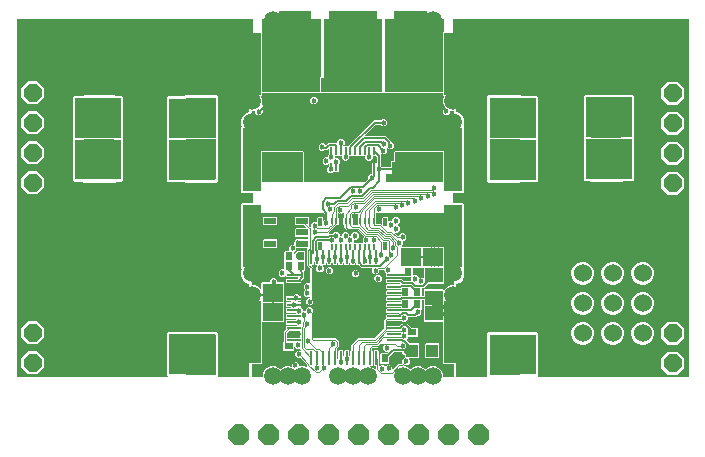
<source format=gbr>
G04 EAGLE Gerber RS-274X export*
G75*
%MOMM*%
%FSLAX34Y34*%
%LPD*%
%INBottom Copper*%
%IPPOS*%
%AMOC8*
5,1,8,0,0,1.08239X$1,22.5*%
G01*
%ADD10R,3.200000X1.800000*%
%ADD11R,1.500000X1.300000*%
%ADD12R,0.600000X0.700000*%
%ADD13R,0.700000X0.600000*%
%ADD14R,2.540000X5.080000*%
%ADD15R,1.000000X1.100000*%
%ADD16R,0.228600X1.143000*%
%ADD17R,1.143000X0.228600*%
%ADD18R,5.170000X5.170000*%
%ADD19R,1.000000X0.550000*%
%ADD20R,0.220000X0.660000*%
%ADD21R,0.350000X0.440000*%
%ADD22R,0.220000X0.475000*%
%ADD23R,0.320000X0.650000*%
%ADD24R,1.800000X1.600000*%
%ADD25C,1.524000*%
%ADD26P,1.649562X8X202.500000*%
%ADD27R,2.500000X3.500000*%
%ADD28P,1.924489X8X292.500000*%
%ADD29R,1.500000X1.500000*%
%ADD30R,0.654000X0.654000*%
%ADD31C,1.500000*%
%ADD32C,0.454000*%
%ADD33C,0.088900*%
%ADD34C,0.152400*%
%ADD35C,0.203200*%

G36*
X419138Y69031D02*
X419138Y69031D01*
X419167Y69029D01*
X419229Y69051D01*
X419293Y69065D01*
X419316Y69082D01*
X419344Y69092D01*
X419391Y69138D01*
X419443Y69176D01*
X419457Y69202D01*
X419478Y69222D01*
X419490Y69261D01*
X419534Y69340D01*
X419542Y69430D01*
X419553Y69469D01*
X419553Y105730D01*
X420744Y106921D01*
X447428Y106921D01*
X447824Y106525D01*
X447861Y106501D01*
X447891Y106470D01*
X447926Y106459D01*
X447981Y106423D01*
X448104Y106405D01*
X448138Y106395D01*
X461502Y106395D01*
X462693Y105204D01*
X462693Y70310D01*
X462166Y69783D01*
X462158Y69770D01*
X462146Y69762D01*
X462108Y69692D01*
X462064Y69625D01*
X462062Y69611D01*
X462055Y69598D01*
X462049Y69519D01*
X462037Y69440D01*
X462041Y69426D01*
X462040Y69411D01*
X462067Y69336D01*
X462088Y69260D01*
X462098Y69249D01*
X462103Y69235D01*
X462158Y69178D01*
X462210Y69117D01*
X462223Y69111D01*
X462233Y69100D01*
X462267Y69090D01*
X462379Y69037D01*
X462445Y69036D01*
X462480Y69025D01*
X589598Y69025D01*
X589626Y69031D01*
X589655Y69029D01*
X589717Y69051D01*
X589781Y69065D01*
X589804Y69082D01*
X589832Y69092D01*
X589879Y69138D01*
X589931Y69176D01*
X589945Y69202D01*
X589966Y69222D01*
X589978Y69261D01*
X590022Y69340D01*
X590030Y69430D01*
X590041Y69469D01*
X590041Y371285D01*
X590035Y371313D01*
X590037Y371342D01*
X590015Y371404D01*
X590002Y371468D01*
X589984Y371491D01*
X589974Y371519D01*
X589929Y371566D01*
X589890Y371618D01*
X589865Y371632D01*
X589844Y371653D01*
X589805Y371665D01*
X589726Y371709D01*
X589636Y371717D01*
X589598Y371728D01*
X390652Y371728D01*
X390623Y371722D01*
X390594Y371724D01*
X390533Y371702D01*
X390469Y371689D01*
X390445Y371671D01*
X390418Y371661D01*
X390371Y371616D01*
X390318Y371577D01*
X390304Y371552D01*
X390283Y371531D01*
X390271Y371492D01*
X390227Y371413D01*
X390220Y371323D01*
X390208Y371285D01*
X390208Y311340D01*
X390214Y311312D01*
X390212Y311283D01*
X390234Y311221D01*
X390248Y311157D01*
X390265Y311134D01*
X390275Y311106D01*
X390321Y311059D01*
X390359Y311007D01*
X390385Y310993D01*
X390405Y310972D01*
X390444Y310960D01*
X390523Y310916D01*
X390613Y310908D01*
X390652Y310897D01*
X391678Y310897D01*
X393129Y309446D01*
X393129Y293878D01*
X393137Y293842D01*
X393135Y293806D01*
X393157Y293752D01*
X393169Y293695D01*
X393191Y293666D01*
X393204Y293632D01*
X393234Y293607D01*
X393280Y293544D01*
X393373Y293493D01*
X393403Y293468D01*
X396052Y292371D01*
X398733Y289689D01*
X400185Y286186D01*
X400185Y282393D01*
X399614Y281016D01*
X399608Y280980D01*
X399592Y280947D01*
X399591Y280889D01*
X399581Y280832D01*
X399590Y280797D01*
X399589Y280760D01*
X399607Y280726D01*
X399626Y280650D01*
X399692Y280568D01*
X399711Y280533D01*
X400185Y280058D01*
X400185Y225656D01*
X398994Y224465D01*
X390652Y224465D01*
X390623Y224459D01*
X390594Y224461D01*
X390533Y224439D01*
X390469Y224425D01*
X390445Y224408D01*
X390418Y224398D01*
X390371Y224352D01*
X390318Y224314D01*
X390304Y224288D01*
X390283Y224268D01*
X390271Y224229D01*
X390227Y224150D01*
X390220Y224060D01*
X390208Y224021D01*
X390208Y216732D01*
X390214Y216704D01*
X390212Y216675D01*
X390234Y216613D01*
X390248Y216549D01*
X390265Y216526D01*
X390275Y216498D01*
X390321Y216451D01*
X390359Y216399D01*
X390385Y216385D01*
X390405Y216364D01*
X390444Y216352D01*
X390523Y216308D01*
X390613Y216300D01*
X390652Y216289D01*
X398994Y216289D01*
X400185Y215098D01*
X400185Y160695D01*
X399711Y160221D01*
X399691Y160190D01*
X399664Y160166D01*
X399641Y160112D01*
X399609Y160063D01*
X399604Y160027D01*
X399589Y159994D01*
X399593Y159955D01*
X399581Y159878D01*
X399610Y159777D01*
X399614Y159737D01*
X400185Y158360D01*
X400185Y154568D01*
X398733Y151064D01*
X396052Y148383D01*
X393403Y147285D01*
X393373Y147265D01*
X393339Y147252D01*
X393297Y147212D01*
X393249Y147179D01*
X393230Y147147D01*
X393204Y147122D01*
X393193Y147085D01*
X393153Y147018D01*
X393141Y146913D01*
X393129Y146875D01*
X393129Y69469D01*
X393135Y69440D01*
X393133Y69411D01*
X393155Y69350D01*
X393169Y69286D01*
X393186Y69262D01*
X393196Y69235D01*
X393242Y69188D01*
X393280Y69135D01*
X393306Y69121D01*
X393326Y69100D01*
X393365Y69088D01*
X393444Y69044D01*
X393534Y69037D01*
X393573Y69025D01*
X419110Y69025D01*
X419138Y69031D01*
G37*
G36*
X149103Y69028D02*
X149103Y69028D01*
X149118Y69026D01*
X149194Y69048D01*
X149272Y69065D01*
X149284Y69074D01*
X149298Y69078D01*
X149359Y69129D01*
X149422Y69176D01*
X149430Y69189D01*
X149441Y69199D01*
X149475Y69271D01*
X149513Y69340D01*
X149515Y69355D01*
X149521Y69368D01*
X149522Y69448D01*
X149529Y69527D01*
X149524Y69541D01*
X149524Y69556D01*
X149507Y69587D01*
X149466Y69703D01*
X149420Y69751D01*
X149403Y69783D01*
X148494Y70691D01*
X148494Y105585D01*
X149685Y106776D01*
X163304Y106776D01*
X163347Y106785D01*
X163390Y106784D01*
X163422Y106801D01*
X163487Y106815D01*
X163586Y106889D01*
X163618Y106906D01*
X163696Y106984D01*
X190380Y106984D01*
X191571Y105793D01*
X191571Y69469D01*
X191577Y69440D01*
X191575Y69411D01*
X191597Y69350D01*
X191610Y69286D01*
X191628Y69262D01*
X191638Y69235D01*
X191683Y69188D01*
X191722Y69135D01*
X191747Y69121D01*
X191768Y69100D01*
X191807Y69088D01*
X191886Y69044D01*
X191976Y69037D01*
X192014Y69025D01*
X217551Y69025D01*
X217580Y69031D01*
X217609Y69029D01*
X217670Y69051D01*
X217734Y69065D01*
X217758Y69082D01*
X217785Y69092D01*
X217832Y69138D01*
X217885Y69176D01*
X217899Y69202D01*
X217920Y69222D01*
X217932Y69261D01*
X217976Y69340D01*
X217983Y69430D01*
X217995Y69469D01*
X217995Y146875D01*
X217987Y146911D01*
X217989Y146948D01*
X217967Y147002D01*
X217955Y147059D01*
X217933Y147088D01*
X217920Y147122D01*
X217890Y147147D01*
X217844Y147209D01*
X217751Y147260D01*
X217721Y147285D01*
X215072Y148383D01*
X212391Y151064D01*
X210939Y154568D01*
X210939Y158360D01*
X211510Y159737D01*
X211516Y159773D01*
X211532Y159806D01*
X211533Y159864D01*
X211543Y159922D01*
X211534Y159957D01*
X211535Y159994D01*
X211517Y160028D01*
X211498Y160103D01*
X211432Y160186D01*
X211413Y160221D01*
X210939Y160695D01*
X210939Y215098D01*
X212130Y216289D01*
X220472Y216289D01*
X220501Y216295D01*
X220530Y216293D01*
X220591Y216315D01*
X220655Y216328D01*
X220679Y216346D01*
X220706Y216356D01*
X220753Y216401D01*
X220806Y216440D01*
X220820Y216465D01*
X220841Y216486D01*
X220853Y216525D01*
X220897Y216604D01*
X220904Y216694D01*
X220916Y216732D01*
X220916Y224021D01*
X220910Y224050D01*
X220912Y224079D01*
X220890Y224140D01*
X220876Y224204D01*
X220859Y224228D01*
X220849Y224255D01*
X220803Y224302D01*
X220765Y224355D01*
X220739Y224369D01*
X220719Y224390D01*
X220680Y224402D01*
X220601Y224446D01*
X220511Y224453D01*
X220472Y224465D01*
X212130Y224465D01*
X210939Y225656D01*
X210939Y280058D01*
X211413Y280533D01*
X211433Y280563D01*
X211460Y280588D01*
X211483Y280641D01*
X211515Y280690D01*
X211520Y280726D01*
X211535Y280760D01*
X211531Y280799D01*
X211543Y280875D01*
X211514Y280977D01*
X211510Y281016D01*
X210939Y282393D01*
X210939Y286186D01*
X212391Y289689D01*
X215072Y292371D01*
X217721Y293468D01*
X217751Y293489D01*
X217785Y293501D01*
X217827Y293542D01*
X217875Y293575D01*
X217894Y293606D01*
X217920Y293631D01*
X217931Y293669D01*
X217971Y293735D01*
X217983Y293840D01*
X217995Y293878D01*
X217995Y309446D01*
X219446Y310897D01*
X220472Y310897D01*
X220501Y310903D01*
X220530Y310901D01*
X220591Y310923D01*
X220655Y310936D01*
X220679Y310954D01*
X220706Y310964D01*
X220753Y311009D01*
X220806Y311048D01*
X220820Y311073D01*
X220841Y311094D01*
X220853Y311133D01*
X220897Y311212D01*
X220904Y311302D01*
X220916Y311340D01*
X220916Y371285D01*
X220910Y371313D01*
X220912Y371342D01*
X220890Y371404D01*
X220876Y371468D01*
X220859Y371491D01*
X220849Y371519D01*
X220803Y371566D01*
X220765Y371618D01*
X220739Y371632D01*
X220719Y371653D01*
X220680Y371665D01*
X220601Y371709D01*
X220511Y371717D01*
X220472Y371728D01*
X21590Y371728D01*
X21561Y371722D01*
X21532Y371724D01*
X21471Y371702D01*
X21407Y371689D01*
X21383Y371671D01*
X21356Y371661D01*
X21309Y371616D01*
X21256Y371577D01*
X21242Y371552D01*
X21221Y371531D01*
X21209Y371492D01*
X21165Y371413D01*
X21158Y371323D01*
X21146Y371285D01*
X21146Y69469D01*
X21152Y69440D01*
X21150Y69411D01*
X21172Y69350D01*
X21186Y69286D01*
X21203Y69262D01*
X21213Y69235D01*
X21259Y69188D01*
X21297Y69135D01*
X21323Y69121D01*
X21343Y69100D01*
X21382Y69088D01*
X21461Y69044D01*
X21551Y69037D01*
X21590Y69025D01*
X149089Y69025D01*
X149103Y69028D01*
G37*
G36*
X226216Y233560D02*
X226216Y233560D01*
X226245Y233558D01*
X226306Y233580D01*
X226370Y233593D01*
X226394Y233611D01*
X226421Y233621D01*
X226468Y233666D01*
X226521Y233705D01*
X226535Y233731D01*
X226556Y233751D01*
X226568Y233790D01*
X226612Y233869D01*
X226619Y233959D01*
X226631Y233998D01*
X226631Y259569D01*
X227412Y260351D01*
X263570Y260351D01*
X264351Y259569D01*
X264351Y233998D01*
X264357Y233969D01*
X264355Y233940D01*
X264377Y233878D01*
X264391Y233814D01*
X264408Y233791D01*
X264418Y233763D01*
X264464Y233716D01*
X264502Y233664D01*
X264528Y233650D01*
X264548Y233629D01*
X264587Y233617D01*
X264666Y233573D01*
X264756Y233565D01*
X264795Y233554D01*
X315281Y233554D01*
X315324Y233563D01*
X315368Y233562D01*
X315400Y233579D01*
X315464Y233593D01*
X315564Y233667D01*
X315595Y233684D01*
X318192Y236281D01*
X318216Y236318D01*
X318247Y236348D01*
X318258Y236383D01*
X318294Y236439D01*
X318312Y236561D01*
X318322Y236595D01*
X318322Y238544D01*
X320173Y240395D01*
X321183Y240395D01*
X321212Y240401D01*
X321241Y240399D01*
X321302Y240421D01*
X321366Y240434D01*
X321390Y240452D01*
X321417Y240462D01*
X321464Y240507D01*
X321517Y240546D01*
X321531Y240571D01*
X321552Y240592D01*
X321564Y240631D01*
X321608Y240710D01*
X321615Y240800D01*
X321627Y240838D01*
X321627Y242169D01*
X321618Y242212D01*
X321618Y242256D01*
X321601Y242288D01*
X321587Y242352D01*
X321543Y242412D01*
X321543Y249774D01*
X322064Y250295D01*
X325001Y250295D01*
X325128Y250168D01*
X325141Y250160D01*
X325149Y250148D01*
X325219Y250110D01*
X325286Y250067D01*
X325300Y250064D01*
X325313Y250057D01*
X325392Y250051D01*
X325471Y250039D01*
X325485Y250043D01*
X325500Y250042D01*
X325575Y250069D01*
X325651Y250090D01*
X325662Y250100D01*
X325676Y250105D01*
X325734Y250160D01*
X325794Y250212D01*
X325800Y250225D01*
X325811Y250235D01*
X325821Y250269D01*
X325874Y250381D01*
X325875Y250447D01*
X325886Y250482D01*
X325886Y254673D01*
X325877Y254716D01*
X325877Y254760D01*
X325860Y254792D01*
X325846Y254856D01*
X325773Y254956D01*
X325756Y254987D01*
X325157Y255586D01*
X325120Y255609D01*
X325090Y255641D01*
X325055Y255651D01*
X325000Y255687D01*
X324877Y255706D01*
X324843Y255716D01*
X323136Y255716D01*
X323107Y255710D01*
X323078Y255712D01*
X323017Y255690D01*
X322953Y255676D01*
X322929Y255659D01*
X322902Y255649D01*
X322855Y255603D01*
X322802Y255565D01*
X322788Y255539D01*
X322767Y255519D01*
X322755Y255480D01*
X322711Y255401D01*
X322704Y255311D01*
X322692Y255272D01*
X322692Y253709D01*
X320841Y251858D01*
X318224Y251858D01*
X316373Y253709D01*
X316373Y255272D01*
X316367Y255301D01*
X316369Y255330D01*
X316347Y255391D01*
X316333Y255455D01*
X316316Y255479D01*
X316306Y255506D01*
X316260Y255553D01*
X316222Y255606D01*
X316196Y255620D01*
X316176Y255641D01*
X316137Y255653D01*
X316058Y255697D01*
X315968Y255704D01*
X315929Y255716D01*
X314064Y255716D01*
X313846Y255933D01*
X313822Y255949D01*
X313803Y255972D01*
X313744Y256000D01*
X313689Y256035D01*
X313660Y256039D01*
X313633Y256052D01*
X313568Y256053D01*
X313504Y256062D01*
X313475Y256054D01*
X313446Y256055D01*
X313410Y256036D01*
X313323Y256011D01*
X313254Y255952D01*
X313219Y255933D01*
X313001Y255716D01*
X310064Y255716D01*
X309846Y255933D01*
X309822Y255949D01*
X309803Y255972D01*
X309744Y256000D01*
X309689Y256035D01*
X309660Y256039D01*
X309633Y256052D01*
X309568Y256053D01*
X309504Y256062D01*
X309475Y256054D01*
X309446Y256055D01*
X309410Y256036D01*
X309323Y256011D01*
X309254Y255952D01*
X309219Y255933D01*
X309001Y255716D01*
X306064Y255716D01*
X305846Y255933D01*
X305822Y255949D01*
X305803Y255972D01*
X305744Y256000D01*
X305689Y256035D01*
X305660Y256039D01*
X305633Y256052D01*
X305568Y256053D01*
X305504Y256062D01*
X305475Y256054D01*
X305446Y256055D01*
X305410Y256036D01*
X305323Y256011D01*
X305254Y255952D01*
X305219Y255933D01*
X305001Y255716D01*
X303136Y255716D01*
X303107Y255710D01*
X303078Y255712D01*
X303017Y255690D01*
X302953Y255676D01*
X302929Y255659D01*
X302902Y255649D01*
X302855Y255603D01*
X302802Y255565D01*
X302788Y255539D01*
X302767Y255519D01*
X302755Y255480D01*
X302711Y255401D01*
X302704Y255311D01*
X302692Y255272D01*
X302692Y253709D01*
X300841Y251858D01*
X298224Y251858D01*
X296373Y253709D01*
X296373Y255272D01*
X296367Y255301D01*
X296369Y255330D01*
X296347Y255391D01*
X296333Y255455D01*
X296316Y255479D01*
X296306Y255506D01*
X296260Y255553D01*
X296222Y255606D01*
X296196Y255620D01*
X296176Y255641D01*
X296137Y255653D01*
X296058Y255697D01*
X295968Y255704D01*
X295929Y255716D01*
X294064Y255716D01*
X293846Y255933D01*
X293822Y255949D01*
X293803Y255972D01*
X293744Y256000D01*
X293689Y256035D01*
X293660Y256039D01*
X293633Y256052D01*
X293568Y256053D01*
X293504Y256062D01*
X293475Y256054D01*
X293446Y256055D01*
X293410Y256036D01*
X293323Y256011D01*
X293254Y255952D01*
X293219Y255933D01*
X293001Y255716D01*
X291136Y255716D01*
X291107Y255710D01*
X291078Y255712D01*
X291017Y255690D01*
X290953Y255676D01*
X290929Y255659D01*
X290902Y255649D01*
X290855Y255603D01*
X290802Y255565D01*
X290788Y255539D01*
X290767Y255519D01*
X290755Y255480D01*
X290711Y255401D01*
X290704Y255311D01*
X290692Y255272D01*
X290692Y254576D01*
X290698Y254548D01*
X290696Y254519D01*
X290718Y254457D01*
X290732Y254393D01*
X290749Y254370D01*
X290759Y254342D01*
X290805Y254295D01*
X290843Y254243D01*
X290869Y254229D01*
X290889Y254208D01*
X290928Y254196D01*
X291007Y254152D01*
X291097Y254144D01*
X291136Y254133D01*
X292841Y254133D01*
X294692Y252282D01*
X294692Y249664D01*
X293652Y248624D01*
X293629Y248587D01*
X293597Y248557D01*
X293587Y248522D01*
X293551Y248467D01*
X293532Y248344D01*
X293522Y248310D01*
X293522Y242437D01*
X293001Y241916D01*
X290064Y241916D01*
X289846Y242133D01*
X289822Y242149D01*
X289803Y242172D01*
X289744Y242200D01*
X289689Y242235D01*
X289660Y242239D01*
X289633Y242252D01*
X289568Y242253D01*
X289504Y242262D01*
X289475Y242254D01*
X289446Y242255D01*
X289410Y242236D01*
X289323Y242211D01*
X289254Y242152D01*
X289219Y242133D01*
X289001Y241916D01*
X288684Y241916D01*
X288641Y241907D01*
X288597Y241907D01*
X288565Y241890D01*
X288500Y241876D01*
X288401Y241803D01*
X288370Y241786D01*
X288090Y241506D01*
X285473Y241506D01*
X283622Y243357D01*
X283622Y245975D01*
X285413Y247766D01*
X285436Y247803D01*
X285468Y247833D01*
X285478Y247868D01*
X285514Y247923D01*
X285533Y248046D01*
X285543Y248080D01*
X285543Y248208D01*
X285540Y248223D01*
X285542Y248237D01*
X285538Y248249D01*
X285539Y248255D01*
X285527Y248288D01*
X285520Y248314D01*
X285503Y248391D01*
X285494Y248403D01*
X285490Y248417D01*
X285439Y248478D01*
X285392Y248542D01*
X285379Y248549D01*
X285369Y248560D01*
X285297Y248594D01*
X285228Y248633D01*
X285213Y248634D01*
X285200Y248640D01*
X285120Y248642D01*
X285041Y248648D01*
X285027Y248643D01*
X285012Y248643D01*
X284981Y248627D01*
X284920Y248605D01*
X284905Y248602D01*
X284900Y248598D01*
X284865Y248585D01*
X284817Y248539D01*
X284785Y248522D01*
X284643Y248379D01*
X282025Y248379D01*
X280174Y250230D01*
X280174Y252848D01*
X282025Y254699D01*
X283929Y254699D01*
X283958Y254705D01*
X283987Y254703D01*
X284048Y254725D01*
X284112Y254738D01*
X284136Y254756D01*
X284163Y254766D01*
X284210Y254811D01*
X284263Y254850D01*
X284277Y254875D01*
X284298Y254896D01*
X284310Y254935D01*
X284354Y255014D01*
X284361Y255104D01*
X284373Y255142D01*
X284373Y256327D01*
X285413Y257367D01*
X285436Y257404D01*
X285468Y257434D01*
X285478Y257469D01*
X285514Y257524D01*
X285533Y257647D01*
X285543Y257681D01*
X285543Y261243D01*
X285540Y261258D01*
X285542Y261272D01*
X285520Y261349D01*
X285503Y261427D01*
X285494Y261438D01*
X285490Y261453D01*
X285439Y261513D01*
X285392Y261577D01*
X285379Y261584D01*
X285369Y261595D01*
X285297Y261629D01*
X285228Y261668D01*
X285213Y261669D01*
X285200Y261676D01*
X285120Y261677D01*
X285041Y261683D01*
X285027Y261678D01*
X285013Y261679D01*
X284981Y261662D01*
X284865Y261620D01*
X284817Y261574D01*
X284785Y261557D01*
X283731Y260503D01*
X281590Y260503D01*
X281547Y260494D01*
X281504Y260494D01*
X281472Y260477D01*
X281407Y260463D01*
X281308Y260390D01*
X281276Y260373D01*
X281112Y260208D01*
X278494Y260208D01*
X276643Y262059D01*
X276643Y264677D01*
X278494Y266528D01*
X281112Y266528D01*
X282425Y265215D01*
X282449Y265199D01*
X282468Y265176D01*
X282528Y265148D01*
X282582Y265113D01*
X282611Y265109D01*
X282638Y265096D01*
X282703Y265095D01*
X282768Y265086D01*
X282796Y265094D01*
X282825Y265093D01*
X282861Y265112D01*
X282948Y265137D01*
X283017Y265196D01*
X283052Y265215D01*
X283737Y265899D01*
X284983Y267145D01*
X291926Y267145D01*
X291954Y267151D01*
X291983Y267149D01*
X292045Y267171D01*
X292109Y267185D01*
X292132Y267202D01*
X292160Y267212D01*
X292207Y267258D01*
X292259Y267296D01*
X292273Y267322D01*
X292294Y267342D01*
X292306Y267381D01*
X292350Y267460D01*
X292358Y267550D01*
X292369Y267589D01*
X292369Y268390D01*
X294220Y270241D01*
X296838Y270241D01*
X298689Y268390D01*
X298689Y265772D01*
X297769Y264853D01*
X297761Y264840D01*
X297749Y264832D01*
X297711Y264762D01*
X297668Y264695D01*
X297666Y264681D01*
X297658Y264668D01*
X297652Y264589D01*
X297640Y264510D01*
X297644Y264496D01*
X297643Y264481D01*
X297670Y264406D01*
X297692Y264330D01*
X297701Y264319D01*
X297706Y264305D01*
X297761Y264248D01*
X297813Y264187D01*
X297826Y264181D01*
X297836Y264170D01*
X297870Y264160D01*
X297982Y264107D01*
X298048Y264106D01*
X298083Y264095D01*
X301086Y264095D01*
X301104Y264086D01*
X301170Y264085D01*
X301234Y264076D01*
X301262Y264084D01*
X301292Y264083D01*
X301327Y264102D01*
X301414Y264127D01*
X301483Y264186D01*
X301519Y264205D01*
X321991Y284677D01*
X323237Y285923D01*
X328914Y285923D01*
X328957Y285932D01*
X329000Y285932D01*
X329032Y285949D01*
X329097Y285963D01*
X329196Y286036D01*
X329228Y286053D01*
X330352Y287177D01*
X332969Y287177D01*
X334820Y285326D01*
X334820Y282709D01*
X332969Y280858D01*
X330352Y280858D01*
X329228Y281982D01*
X329191Y282005D01*
X329160Y282037D01*
X329126Y282047D01*
X329070Y282083D01*
X328948Y282102D01*
X328914Y282112D01*
X325000Y282112D01*
X324957Y282103D01*
X324913Y282103D01*
X324881Y282086D01*
X324817Y282072D01*
X324717Y281999D01*
X324686Y281982D01*
X316320Y273616D01*
X316312Y273603D01*
X316300Y273595D01*
X316262Y273525D01*
X316219Y273458D01*
X316216Y273444D01*
X316209Y273431D01*
X316203Y273352D01*
X316191Y273273D01*
X316195Y273259D01*
X316194Y273244D01*
X316221Y273169D01*
X316242Y273093D01*
X316252Y273082D01*
X316257Y273068D01*
X316312Y273011D01*
X316364Y272950D01*
X316377Y272944D01*
X316387Y272933D01*
X316421Y272923D01*
X316533Y272870D01*
X316599Y272869D01*
X316634Y272858D01*
X333414Y272858D01*
X337877Y268395D01*
X337877Y268225D01*
X337883Y268197D01*
X337881Y268168D01*
X337903Y268106D01*
X337917Y268042D01*
X337934Y268019D01*
X337944Y267991D01*
X337989Y267944D01*
X338028Y267892D01*
X338054Y267878D01*
X338074Y267857D01*
X338113Y267845D01*
X338192Y267801D01*
X338282Y267793D01*
X338321Y267782D01*
X338534Y267782D01*
X340385Y265931D01*
X340385Y263313D01*
X338534Y261462D01*
X335917Y261462D01*
X335238Y262141D01*
X335226Y262149D01*
X335217Y262160D01*
X335148Y262199D01*
X335081Y262242D01*
X335066Y262244D01*
X335053Y262251D01*
X334974Y262258D01*
X334895Y262270D01*
X334881Y262266D01*
X334867Y262267D01*
X334792Y262240D01*
X334715Y262218D01*
X334704Y262209D01*
X334690Y262204D01*
X334633Y262148D01*
X334572Y262097D01*
X334566Y262084D01*
X334556Y262073D01*
X334545Y262040D01*
X334492Y261928D01*
X334491Y261861D01*
X334481Y261827D01*
X334481Y259138D01*
X332630Y257287D01*
X329917Y257287D01*
X329903Y257284D01*
X329888Y257286D01*
X329812Y257264D01*
X329734Y257248D01*
X329722Y257239D01*
X329708Y257235D01*
X329647Y257183D01*
X329584Y257136D01*
X329576Y257123D01*
X329565Y257114D01*
X329531Y257042D01*
X329493Y256972D01*
X329491Y256958D01*
X329485Y256944D01*
X329484Y256865D01*
X329477Y256786D01*
X329482Y256772D01*
X329482Y256757D01*
X329499Y256726D01*
X329540Y256609D01*
X329586Y256562D01*
X329603Y256530D01*
X329697Y256436D01*
X329697Y247413D01*
X329706Y247370D01*
X329706Y247326D01*
X329723Y247294D01*
X329737Y247229D01*
X329810Y247130D01*
X329827Y247099D01*
X330224Y246702D01*
X330261Y246678D01*
X330292Y246647D01*
X330326Y246636D01*
X330382Y246600D01*
X330504Y246582D01*
X330538Y246572D01*
X337598Y246572D01*
X337627Y246578D01*
X337656Y246576D01*
X337717Y246598D01*
X337781Y246611D01*
X337805Y246629D01*
X337832Y246639D01*
X337879Y246684D01*
X337932Y246723D01*
X337946Y246748D01*
X337967Y246769D01*
X337979Y246808D01*
X338023Y246887D01*
X338030Y246977D01*
X338042Y247015D01*
X338042Y251162D01*
X338563Y251683D01*
X339852Y251683D01*
X339881Y251689D01*
X339910Y251687D01*
X339971Y251709D01*
X340035Y251722D01*
X340059Y251740D01*
X340086Y251750D01*
X340133Y251795D01*
X340186Y251834D01*
X340200Y251859D01*
X340221Y251880D01*
X340233Y251919D01*
X340277Y251998D01*
X340284Y252088D01*
X340296Y252126D01*
X340296Y259442D01*
X341077Y260224D01*
X383712Y260224D01*
X384493Y259442D01*
X384493Y233998D01*
X384499Y233969D01*
X384497Y233940D01*
X384519Y233878D01*
X384533Y233814D01*
X384550Y233791D01*
X384560Y233763D01*
X384606Y233716D01*
X384644Y233664D01*
X384670Y233650D01*
X384690Y233629D01*
X384729Y233617D01*
X384808Y233573D01*
X384898Y233565D01*
X384937Y233554D01*
X390652Y233554D01*
X390681Y233560D01*
X390710Y233558D01*
X390771Y233580D01*
X390835Y233593D01*
X390859Y233611D01*
X390886Y233621D01*
X390933Y233666D01*
X390986Y233705D01*
X391000Y233731D01*
X391021Y233751D01*
X391033Y233790D01*
X391077Y233869D01*
X391084Y233959D01*
X391096Y233998D01*
X391096Y293617D01*
X391090Y293646D01*
X391092Y293675D01*
X391070Y293736D01*
X391056Y293800D01*
X391039Y293824D01*
X391029Y293851D01*
X390983Y293898D01*
X390945Y293951D01*
X390919Y293965D01*
X390899Y293986D01*
X390860Y293998D01*
X390781Y294042D01*
X390691Y294049D01*
X390652Y294061D01*
X388983Y294061D01*
X388565Y294234D01*
X388544Y294238D01*
X388524Y294249D01*
X388452Y294254D01*
X388381Y294267D01*
X388360Y294262D01*
X388338Y294264D01*
X388269Y294239D01*
X388199Y294222D01*
X388182Y294208D01*
X388161Y294201D01*
X388109Y294150D01*
X388052Y294105D01*
X388042Y294086D01*
X388027Y294070D01*
X388015Y294033D01*
X387967Y293939D01*
X387963Y293861D01*
X387952Y293824D01*
X387952Y292195D01*
X386101Y290344D01*
X383483Y290344D01*
X381632Y292195D01*
X381632Y294812D01*
X383483Y296663D01*
X383503Y296663D01*
X383517Y296666D01*
X383532Y296664D01*
X383609Y296686D01*
X383686Y296703D01*
X383698Y296712D01*
X383712Y296716D01*
X383773Y296767D01*
X383837Y296815D01*
X383844Y296827D01*
X383855Y296837D01*
X383889Y296909D01*
X383928Y296978D01*
X383929Y296993D01*
X383935Y297006D01*
X383936Y297086D01*
X383943Y297165D01*
X383938Y297179D01*
X383938Y297194D01*
X383922Y297225D01*
X383880Y297341D01*
X383834Y297389D01*
X383817Y297421D01*
X383540Y297698D01*
X382262Y300782D01*
X382262Y304119D01*
X383050Y306020D01*
X383054Y306042D01*
X383064Y306061D01*
X383070Y306133D01*
X383083Y306205D01*
X383078Y306226D01*
X383080Y306248D01*
X383055Y306316D01*
X383038Y306386D01*
X383024Y306404D01*
X383017Y306424D01*
X382966Y306476D01*
X382921Y306533D01*
X382902Y306543D01*
X382886Y306559D01*
X382848Y306570D01*
X382845Y306572D01*
X382262Y307155D01*
X382262Y308420D01*
X382256Y308448D01*
X382258Y308477D01*
X382236Y308539D01*
X382223Y308603D01*
X382205Y308626D01*
X382195Y308654D01*
X382150Y308701D01*
X382111Y308753D01*
X382086Y308767D01*
X382065Y308788D01*
X382026Y308800D01*
X381947Y308844D01*
X381857Y308852D01*
X381819Y308863D01*
X229305Y308863D01*
X229277Y308857D01*
X229248Y308859D01*
X229186Y308837D01*
X229122Y308824D01*
X229099Y308806D01*
X229071Y308796D01*
X229024Y308751D01*
X228972Y308712D01*
X228958Y308687D01*
X228937Y308666D01*
X228925Y308627D01*
X228881Y308548D01*
X228873Y308458D01*
X228862Y308420D01*
X228862Y307155D01*
X228300Y306594D01*
X228284Y306581D01*
X228262Y306574D01*
X228209Y306526D01*
X228151Y306483D01*
X228140Y306463D01*
X228124Y306449D01*
X228095Y306382D01*
X228060Y306319D01*
X228058Y306297D01*
X228049Y306277D01*
X228053Y306237D01*
X228044Y306132D01*
X228071Y306059D01*
X228074Y306020D01*
X228862Y304119D01*
X228862Y300782D01*
X228361Y299574D01*
X228360Y299567D01*
X228356Y299560D01*
X228343Y299474D01*
X228328Y299390D01*
X228330Y299382D01*
X228329Y299375D01*
X228352Y299291D01*
X228373Y299208D01*
X228378Y299202D01*
X228380Y299195D01*
X228436Y299129D01*
X228490Y299061D01*
X228496Y299058D01*
X228501Y299052D01*
X228580Y299015D01*
X228656Y298975D01*
X228664Y298975D01*
X228671Y298972D01*
X228757Y298970D01*
X228844Y298966D01*
X228850Y298969D01*
X228858Y298969D01*
X228880Y298980D01*
X229018Y299035D01*
X229046Y299069D01*
X229085Y299090D01*
X232660Y302665D01*
X233907Y303912D01*
X245074Y303912D01*
X246190Y302795D01*
X246190Y301217D01*
X245074Y300100D01*
X235669Y300100D01*
X235626Y300091D01*
X235583Y300092D01*
X235551Y300075D01*
X235486Y300061D01*
X235387Y299987D01*
X235355Y299970D01*
X229350Y293965D01*
X229326Y293928D01*
X229295Y293897D01*
X229284Y293863D01*
X229248Y293807D01*
X229230Y293685D01*
X229220Y293651D01*
X229220Y292061D01*
X227369Y290210D01*
X224751Y290210D01*
X222900Y292061D01*
X222900Y293711D01*
X222896Y293733D01*
X222898Y293755D01*
X222876Y293824D01*
X222861Y293894D01*
X222848Y293912D01*
X222841Y293933D01*
X222792Y293987D01*
X222749Y294045D01*
X222730Y294056D01*
X222715Y294072D01*
X222649Y294101D01*
X222585Y294136D01*
X222563Y294138D01*
X222543Y294146D01*
X222504Y294143D01*
X222399Y294151D01*
X222325Y294125D01*
X222287Y294121D01*
X222141Y294061D01*
X220472Y294061D01*
X220443Y294055D01*
X220414Y294057D01*
X220353Y294035D01*
X220289Y294021D01*
X220265Y294004D01*
X220238Y293994D01*
X220191Y293948D01*
X220138Y293910D01*
X220124Y293884D01*
X220103Y293864D01*
X220091Y293825D01*
X220047Y293746D01*
X220040Y293656D01*
X220028Y293617D01*
X220028Y233998D01*
X220034Y233969D01*
X220032Y233940D01*
X220054Y233878D01*
X220068Y233814D01*
X220085Y233791D01*
X220095Y233763D01*
X220141Y233716D01*
X220179Y233664D01*
X220205Y233650D01*
X220225Y233629D01*
X220264Y233617D01*
X220343Y233573D01*
X220433Y233565D01*
X220472Y233554D01*
X226187Y233554D01*
X226216Y233560D01*
G37*
G36*
X229066Y69031D02*
X229066Y69031D01*
X229095Y69029D01*
X229157Y69051D01*
X229221Y69065D01*
X229244Y69082D01*
X229272Y69092D01*
X229319Y69138D01*
X229371Y69176D01*
X229385Y69202D01*
X229406Y69222D01*
X229418Y69261D01*
X229462Y69340D01*
X229470Y69430D01*
X229481Y69469D01*
X229481Y71138D01*
X230759Y74221D01*
X233119Y76581D01*
X236202Y77859D01*
X239540Y77859D01*
X242623Y76581D01*
X243844Y75361D01*
X243868Y75345D01*
X243887Y75323D01*
X243900Y75317D01*
X243904Y75313D01*
X243918Y75308D01*
X243946Y75295D01*
X244001Y75260D01*
X244030Y75255D01*
X244057Y75243D01*
X244122Y75242D01*
X244187Y75232D01*
X244215Y75240D01*
X244244Y75240D01*
X244280Y75259D01*
X244338Y75275D01*
X244347Y75277D01*
X244349Y75278D01*
X244367Y75284D01*
X244436Y75342D01*
X244471Y75361D01*
X245692Y76581D01*
X248775Y77859D01*
X252113Y77859D01*
X253267Y77381D01*
X253288Y77377D01*
X253308Y77366D01*
X253380Y77360D01*
X253451Y77347D01*
X253472Y77353D01*
X253494Y77351D01*
X253563Y77375D01*
X253633Y77393D01*
X253650Y77406D01*
X253671Y77414D01*
X253723Y77464D01*
X253779Y77509D01*
X253789Y77529D01*
X253805Y77544D01*
X253817Y77582D01*
X253865Y77676D01*
X253869Y77754D01*
X253880Y77791D01*
X253880Y79875D01*
X255731Y81726D01*
X258349Y81726D01*
X260200Y79875D01*
X260200Y78047D01*
X260204Y78026D01*
X260202Y78004D01*
X260224Y77935D01*
X260239Y77864D01*
X260252Y77846D01*
X260259Y77825D01*
X260308Y77771D01*
X260351Y77713D01*
X260370Y77703D01*
X260385Y77686D01*
X260451Y77658D01*
X260515Y77622D01*
X260536Y77621D01*
X260557Y77612D01*
X260596Y77616D01*
X260701Y77607D01*
X260774Y77633D01*
X260813Y77637D01*
X261348Y77859D01*
X264686Y77859D01*
X266569Y77079D01*
X266576Y77077D01*
X266582Y77073D01*
X266669Y77061D01*
X266753Y77045D01*
X266760Y77047D01*
X266768Y77046D01*
X266851Y77070D01*
X266935Y77091D01*
X266941Y77095D01*
X266948Y77097D01*
X267014Y77154D01*
X267082Y77207D01*
X267085Y77214D01*
X267091Y77218D01*
X267128Y77297D01*
X267167Y77374D01*
X267168Y77381D01*
X267171Y77388D01*
X267172Y77474D01*
X267177Y77561D01*
X267174Y77568D01*
X267174Y77575D01*
X267162Y77597D01*
X267108Y77735D01*
X267073Y77763D01*
X267053Y77802D01*
X266690Y78165D01*
X266690Y79157D01*
X266681Y79200D01*
X266682Y79244D01*
X266665Y79276D01*
X266651Y79340D01*
X266577Y79440D01*
X266560Y79471D01*
X261564Y84467D01*
X261527Y84491D01*
X261497Y84522D01*
X261462Y84533D01*
X261406Y84569D01*
X261284Y84587D01*
X261250Y84597D01*
X258852Y84597D01*
X257001Y86448D01*
X257001Y89066D01*
X258852Y90917D01*
X261653Y90917D01*
X261667Y90920D01*
X261682Y90918D01*
X261758Y90940D01*
X261836Y90956D01*
X261848Y90965D01*
X261862Y90969D01*
X261922Y91021D01*
X261986Y91068D01*
X261993Y91081D01*
X262005Y91090D01*
X262039Y91162D01*
X262077Y91232D01*
X262078Y91246D01*
X262085Y91260D01*
X262086Y91339D01*
X262093Y91418D01*
X262088Y91432D01*
X262088Y91447D01*
X262071Y91478D01*
X262029Y91595D01*
X261983Y91642D01*
X261966Y91674D01*
X261215Y92425D01*
X261215Y92454D01*
X261212Y92468D01*
X261214Y92483D01*
X261192Y92560D01*
X261176Y92637D01*
X261167Y92649D01*
X261163Y92663D01*
X261111Y92724D01*
X261064Y92788D01*
X261051Y92795D01*
X261042Y92806D01*
X260970Y92840D01*
X260900Y92879D01*
X260886Y92880D01*
X260872Y92886D01*
X260793Y92887D01*
X260714Y92894D01*
X260700Y92889D01*
X260685Y92889D01*
X260654Y92873D01*
X260537Y92831D01*
X260490Y92785D01*
X260458Y92768D01*
X260255Y92565D01*
X257637Y92565D01*
X256417Y93785D01*
X256404Y93793D01*
X256396Y93805D01*
X256326Y93844D01*
X256259Y93887D01*
X256245Y93889D01*
X256232Y93896D01*
X256153Y93903D01*
X256074Y93914D01*
X256060Y93910D01*
X256045Y93911D01*
X255970Y93885D01*
X255894Y93863D01*
X255883Y93853D01*
X255869Y93848D01*
X255812Y93793D01*
X255751Y93742D01*
X255745Y93728D01*
X255734Y93718D01*
X255724Y93684D01*
X255671Y93572D01*
X255670Y93506D01*
X255659Y93471D01*
X255659Y91611D01*
X255138Y91090D01*
X247401Y91090D01*
X246880Y91611D01*
X246880Y98348D01*
X246988Y98457D01*
X246992Y98462D01*
X246994Y98464D01*
X247002Y98478D01*
X247012Y98493D01*
X247043Y98524D01*
X247054Y98558D01*
X247090Y98614D01*
X247108Y98737D01*
X247118Y98770D01*
X247118Y107275D01*
X248030Y108186D01*
X248766Y108923D01*
X248790Y108959D01*
X248821Y108990D01*
X248832Y109024D01*
X248868Y109080D01*
X248886Y109203D01*
X248896Y109236D01*
X248896Y111538D01*
X249417Y112059D01*
X257942Y112059D01*
X257956Y112062D01*
X257971Y112060D01*
X258048Y112082D01*
X258125Y112099D01*
X258137Y112108D01*
X258151Y112112D01*
X258212Y112163D01*
X258276Y112210D01*
X258283Y112223D01*
X258294Y112233D01*
X258328Y112305D01*
X258367Y112374D01*
X258368Y112389D01*
X258374Y112402D01*
X258375Y112482D01*
X258382Y112561D01*
X258377Y112575D01*
X258377Y112590D01*
X258360Y112621D01*
X258319Y112737D01*
X258273Y112785D01*
X258256Y112817D01*
X258209Y112864D01*
X258172Y112888D01*
X258141Y112919D01*
X258107Y112929D01*
X258051Y112965D01*
X257929Y112983D01*
X257895Y112994D01*
X249417Y112994D01*
X248896Y113515D01*
X248896Y116538D01*
X249417Y117059D01*
X256880Y117059D01*
X256923Y117068D01*
X256966Y117068D01*
X256998Y117085D01*
X257063Y117099D01*
X257162Y117172D01*
X257194Y117189D01*
X257241Y117236D01*
X257249Y117249D01*
X257261Y117257D01*
X257299Y117327D01*
X257342Y117394D01*
X257344Y117408D01*
X257352Y117421D01*
X257358Y117500D01*
X257370Y117579D01*
X257366Y117593D01*
X257367Y117608D01*
X257340Y117683D01*
X257318Y117759D01*
X257309Y117770D01*
X257304Y117784D01*
X257249Y117841D01*
X257197Y117902D01*
X257184Y117908D01*
X257174Y117919D01*
X257140Y117929D01*
X257028Y117982D01*
X256962Y117983D01*
X256927Y117994D01*
X249417Y117994D01*
X248896Y118515D01*
X248896Y121538D01*
X249417Y122059D01*
X257338Y122059D01*
X257353Y122062D01*
X257368Y122060D01*
X257444Y122082D01*
X257522Y122099D01*
X257533Y122108D01*
X257548Y122112D01*
X257608Y122163D01*
X257672Y122210D01*
X257679Y122223D01*
X257691Y122233D01*
X257725Y122305D01*
X257763Y122374D01*
X257764Y122389D01*
X257771Y122402D01*
X257772Y122482D01*
X257778Y122561D01*
X257773Y122575D01*
X257774Y122590D01*
X257757Y122621D01*
X257715Y122737D01*
X257669Y122785D01*
X257652Y122817D01*
X257605Y122864D01*
X257568Y122888D01*
X257538Y122919D01*
X257503Y122929D01*
X257448Y122965D01*
X257325Y122983D01*
X257291Y122994D01*
X249417Y122994D01*
X248896Y123515D01*
X248896Y126538D01*
X249417Y127059D01*
X252928Y127059D01*
X252943Y127062D01*
X252958Y127060D01*
X253034Y127082D01*
X253112Y127099D01*
X253123Y127108D01*
X253138Y127112D01*
X253198Y127163D01*
X253262Y127210D01*
X253269Y127223D01*
X253281Y127233D01*
X253315Y127305D01*
X253353Y127374D01*
X253354Y127389D01*
X253361Y127402D01*
X253362Y127482D01*
X253368Y127561D01*
X253363Y127575D01*
X253364Y127590D01*
X253347Y127621D01*
X253305Y127737D01*
X253259Y127785D01*
X253242Y127817D01*
X253195Y127864D01*
X253158Y127888D01*
X253128Y127919D01*
X253093Y127929D01*
X253038Y127965D01*
X252915Y127983D01*
X252881Y127994D01*
X249417Y127994D01*
X248896Y128515D01*
X248896Y131538D01*
X249417Y132059D01*
X252881Y132059D01*
X252924Y132068D01*
X252968Y132068D01*
X253000Y132085D01*
X253065Y132099D01*
X253164Y132172D01*
X253195Y132189D01*
X253242Y132236D01*
X253250Y132249D01*
X253262Y132257D01*
X253301Y132327D01*
X253344Y132394D01*
X253346Y132408D01*
X253353Y132421D01*
X253360Y132500D01*
X253371Y132579D01*
X253367Y132593D01*
X253368Y132608D01*
X253342Y132683D01*
X253320Y132759D01*
X253310Y132770D01*
X253305Y132784D01*
X253250Y132841D01*
X253199Y132902D01*
X253185Y132908D01*
X253175Y132919D01*
X253141Y132929D01*
X253029Y132982D01*
X252963Y132983D01*
X252928Y132994D01*
X249417Y132994D01*
X248896Y133515D01*
X248896Y136538D01*
X249417Y137059D01*
X254365Y137059D01*
X254408Y137068D01*
X254451Y137068D01*
X254483Y137085D01*
X254548Y137099D01*
X254647Y137172D01*
X254679Y137189D01*
X256374Y138884D01*
X258991Y138884D01*
X260686Y137189D01*
X260723Y137166D01*
X260754Y137134D01*
X260788Y137124D01*
X260844Y137088D01*
X260966Y137069D01*
X261000Y137059D01*
X261585Y137059D01*
X262106Y136538D01*
X262106Y133515D01*
X261585Y132994D01*
X259604Y132994D01*
X259561Y132985D01*
X259518Y132985D01*
X259486Y132968D01*
X259421Y132954D01*
X259322Y132881D01*
X259290Y132864D01*
X259243Y132817D01*
X259235Y132804D01*
X259223Y132796D01*
X259185Y132726D01*
X259142Y132659D01*
X259140Y132645D01*
X259132Y132632D01*
X259126Y132553D01*
X259114Y132474D01*
X259118Y132460D01*
X259117Y132445D01*
X259144Y132370D01*
X259166Y132294D01*
X259175Y132283D01*
X259180Y132269D01*
X259235Y132212D01*
X259287Y132151D01*
X259300Y132145D01*
X259310Y132134D01*
X259344Y132124D01*
X259456Y132071D01*
X259522Y132070D01*
X259557Y132059D01*
X261585Y132059D01*
X262106Y131538D01*
X262106Y128515D01*
X261812Y128221D01*
X261796Y128197D01*
X261774Y128178D01*
X261746Y128119D01*
X261711Y128064D01*
X261706Y128035D01*
X261694Y128008D01*
X261693Y127943D01*
X261683Y127879D01*
X261691Y127850D01*
X261691Y127821D01*
X261710Y127786D01*
X261735Y127699D01*
X261793Y127629D01*
X261812Y127594D01*
X263462Y125944D01*
X263462Y124807D01*
X263468Y124779D01*
X263466Y124749D01*
X263488Y124688D01*
X263501Y124624D01*
X263519Y124601D01*
X263529Y124573D01*
X263574Y124526D01*
X263613Y124474D01*
X263639Y124459D01*
X263659Y124438D01*
X263698Y124427D01*
X263777Y124383D01*
X263867Y124375D01*
X263906Y124363D01*
X265256Y124363D01*
X265284Y124370D01*
X265313Y124367D01*
X265375Y124389D01*
X265439Y124403D01*
X265462Y124420D01*
X265490Y124430D01*
X265537Y124476D01*
X265589Y124515D01*
X265603Y124540D01*
X265624Y124561D01*
X265636Y124599D01*
X265680Y124678D01*
X265688Y124769D01*
X265699Y124807D01*
X265699Y125896D01*
X267550Y127747D01*
X270168Y127747D01*
X272019Y125896D01*
X272019Y123711D01*
X272028Y123669D01*
X272027Y123625D01*
X272044Y123593D01*
X272058Y123528D01*
X272132Y123429D01*
X272149Y123398D01*
X272152Y123395D01*
X272152Y102121D01*
X272158Y102092D01*
X272156Y102063D01*
X272178Y102002D01*
X272191Y101938D01*
X272209Y101914D01*
X272219Y101887D01*
X272264Y101840D01*
X272303Y101787D01*
X272328Y101773D01*
X272349Y101752D01*
X272388Y101740D01*
X272467Y101696D01*
X272557Y101689D01*
X272595Y101677D01*
X290989Y101677D01*
X293857Y98809D01*
X293857Y94694D01*
X291965Y92802D01*
X291942Y92765D01*
X291910Y92735D01*
X291900Y92700D01*
X291864Y92645D01*
X291845Y92522D01*
X291835Y92488D01*
X291835Y91992D01*
X291844Y91950D01*
X291844Y91906D01*
X291861Y91874D01*
X291875Y91809D01*
X291948Y91710D01*
X291965Y91679D01*
X292534Y91110D01*
X292534Y84176D01*
X292537Y84161D01*
X292535Y84147D01*
X292557Y84070D01*
X292573Y83992D01*
X292582Y83981D01*
X292586Y83966D01*
X292638Y83906D01*
X292685Y83842D01*
X292698Y83835D01*
X292707Y83824D01*
X292779Y83789D01*
X292849Y83751D01*
X292863Y83750D01*
X292877Y83743D01*
X292956Y83742D01*
X293035Y83736D01*
X293049Y83741D01*
X293064Y83740D01*
X293095Y83757D01*
X293212Y83799D01*
X293259Y83845D01*
X293291Y83862D01*
X293338Y83909D01*
X293362Y83946D01*
X293393Y83976D01*
X293404Y84011D01*
X293440Y84066D01*
X293458Y84189D01*
X293468Y84223D01*
X293468Y91110D01*
X293989Y91631D01*
X297013Y91631D01*
X297534Y91110D01*
X297534Y86906D01*
X297537Y86892D01*
X297535Y86877D01*
X297557Y86800D01*
X297573Y86723D01*
X297582Y86711D01*
X297586Y86697D01*
X297638Y86636D01*
X297685Y86572D01*
X297698Y86565D01*
X297707Y86554D01*
X297779Y86520D01*
X297849Y86481D01*
X297863Y86480D01*
X297877Y86474D01*
X297956Y86473D01*
X298035Y86466D01*
X298049Y86471D01*
X298064Y86471D01*
X298095Y86488D01*
X298212Y86529D01*
X298259Y86575D01*
X298291Y86592D01*
X298338Y86639D01*
X298362Y86676D01*
X298393Y86707D01*
X298404Y86741D01*
X298440Y86797D01*
X298458Y86919D01*
X298468Y86953D01*
X298468Y91110D01*
X298989Y91631D01*
X302013Y91631D01*
X302534Y91110D01*
X302534Y86981D01*
X302543Y86938D01*
X302542Y86895D01*
X302559Y86863D01*
X302573Y86798D01*
X302647Y86699D01*
X302664Y86667D01*
X302711Y86620D01*
X302723Y86612D01*
X302732Y86600D01*
X302801Y86562D01*
X302868Y86519D01*
X302883Y86517D01*
X302896Y86509D01*
X302975Y86503D01*
X303053Y86491D01*
X303068Y86495D01*
X303082Y86494D01*
X303157Y86521D01*
X303234Y86543D01*
X303245Y86552D01*
X303259Y86557D01*
X303316Y86612D01*
X303376Y86664D01*
X303383Y86677D01*
X303393Y86687D01*
X303404Y86721D01*
X303457Y86833D01*
X303458Y86899D01*
X303468Y86934D01*
X303468Y91110D01*
X304037Y91679D01*
X304060Y91715D01*
X304092Y91746D01*
X304102Y91780D01*
X304138Y91836D01*
X304157Y91959D01*
X304167Y91992D01*
X304167Y96072D01*
X309772Y101677D01*
X323667Y101677D01*
X323710Y101686D01*
X323753Y101686D01*
X323785Y101703D01*
X323850Y101717D01*
X323949Y101790D01*
X323981Y101807D01*
X331988Y109815D01*
X332012Y109852D01*
X332043Y109882D01*
X332054Y109917D01*
X332090Y109972D01*
X332108Y110095D01*
X332118Y110129D01*
X332118Y117275D01*
X332769Y117926D01*
X333766Y118923D01*
X333790Y118959D01*
X333821Y118990D01*
X333832Y119024D01*
X333868Y119080D01*
X333886Y119203D01*
X333896Y119236D01*
X333896Y121538D01*
X334417Y122059D01*
X344607Y122059D01*
X344649Y122068D01*
X344693Y122068D01*
X344725Y122085D01*
X344790Y122099D01*
X344889Y122172D01*
X344920Y122189D01*
X344967Y122236D01*
X344975Y122249D01*
X344987Y122257D01*
X345026Y122327D01*
X345069Y122394D01*
X345071Y122408D01*
X345078Y122421D01*
X345085Y122500D01*
X345096Y122579D01*
X345092Y122593D01*
X345094Y122608D01*
X345067Y122683D01*
X345045Y122759D01*
X345036Y122770D01*
X345031Y122784D01*
X344975Y122841D01*
X344924Y122902D01*
X344911Y122908D01*
X344900Y122919D01*
X344866Y122929D01*
X344755Y122982D01*
X344688Y122983D01*
X344654Y122994D01*
X334417Y122994D01*
X333896Y123515D01*
X333896Y126538D01*
X334417Y127059D01*
X345759Y127059D01*
X345787Y127065D01*
X345816Y127063D01*
X345878Y127085D01*
X345942Y127099D01*
X345965Y127116D01*
X345993Y127126D01*
X346040Y127172D01*
X346092Y127210D01*
X346106Y127236D01*
X346127Y127256D01*
X346139Y127295D01*
X346183Y127374D01*
X346191Y127464D01*
X346202Y127503D01*
X346202Y127550D01*
X346196Y127579D01*
X346198Y127608D01*
X346176Y127669D01*
X346163Y127733D01*
X346145Y127757D01*
X346135Y127784D01*
X346090Y127831D01*
X346051Y127884D01*
X346026Y127898D01*
X346005Y127919D01*
X345966Y127931D01*
X345887Y127975D01*
X345797Y127982D01*
X345759Y127994D01*
X334417Y127994D01*
X333896Y128515D01*
X333896Y131538D01*
X334417Y132059D01*
X345759Y132059D01*
X345787Y132065D01*
X345816Y132063D01*
X345878Y132085D01*
X345942Y132099D01*
X345965Y132116D01*
X345993Y132126D01*
X346040Y132172D01*
X346092Y132210D01*
X346106Y132236D01*
X346127Y132256D01*
X346139Y132295D01*
X346183Y132374D01*
X346191Y132464D01*
X346202Y132503D01*
X346202Y132550D01*
X346196Y132579D01*
X346198Y132608D01*
X346176Y132669D01*
X346163Y132733D01*
X346145Y132757D01*
X346135Y132784D01*
X346090Y132831D01*
X346051Y132884D01*
X346026Y132898D01*
X346005Y132919D01*
X345966Y132931D01*
X345887Y132975D01*
X345797Y132982D01*
X345759Y132994D01*
X334417Y132994D01*
X333896Y133515D01*
X333896Y136538D01*
X334417Y137059D01*
X345759Y137059D01*
X345787Y137065D01*
X345816Y137063D01*
X345878Y137085D01*
X345942Y137099D01*
X345965Y137116D01*
X345993Y137126D01*
X346040Y137172D01*
X346092Y137210D01*
X346106Y137236D01*
X346127Y137256D01*
X346139Y137295D01*
X346183Y137374D01*
X346191Y137464D01*
X346202Y137503D01*
X346202Y137550D01*
X346196Y137579D01*
X346198Y137608D01*
X346176Y137669D01*
X346163Y137733D01*
X346145Y137757D01*
X346135Y137784D01*
X346090Y137831D01*
X346051Y137884D01*
X346026Y137898D01*
X346005Y137919D01*
X345966Y137931D01*
X345887Y137975D01*
X345797Y137982D01*
X345759Y137994D01*
X334417Y137994D01*
X333896Y138515D01*
X333896Y141538D01*
X334417Y142059D01*
X345759Y142059D01*
X345787Y142065D01*
X345816Y142063D01*
X345878Y142085D01*
X345942Y142099D01*
X345965Y142116D01*
X345993Y142126D01*
X346040Y142172D01*
X346092Y142210D01*
X346106Y142236D01*
X346127Y142256D01*
X346139Y142295D01*
X346183Y142374D01*
X346191Y142464D01*
X346202Y142503D01*
X346202Y142550D01*
X346196Y142579D01*
X346198Y142608D01*
X346176Y142669D01*
X346163Y142733D01*
X346145Y142757D01*
X346135Y142784D01*
X346090Y142831D01*
X346051Y142884D01*
X346026Y142898D01*
X346005Y142919D01*
X345966Y142931D01*
X345887Y142975D01*
X345797Y142982D01*
X345759Y142994D01*
X334417Y142994D01*
X333896Y143515D01*
X333896Y146538D01*
X334417Y147059D01*
X345208Y147059D01*
X345250Y147068D01*
X345294Y147068D01*
X345326Y147085D01*
X345391Y147099D01*
X345490Y147172D01*
X345521Y147189D01*
X345568Y147236D01*
X345576Y147249D01*
X345588Y147257D01*
X345627Y147327D01*
X345670Y147394D01*
X345672Y147408D01*
X345679Y147421D01*
X345686Y147500D01*
X345698Y147579D01*
X345693Y147593D01*
X345695Y147608D01*
X345668Y147683D01*
X345646Y147759D01*
X345637Y147770D01*
X345632Y147784D01*
X345576Y147841D01*
X345525Y147902D01*
X345512Y147908D01*
X345501Y147919D01*
X345467Y147929D01*
X345356Y147982D01*
X345289Y147983D01*
X345255Y147994D01*
X334417Y147994D01*
X333896Y148515D01*
X333896Y151538D01*
X334417Y152059D01*
X346585Y152059D01*
X346836Y151808D01*
X346872Y151785D01*
X346903Y151753D01*
X346937Y151743D01*
X346993Y151707D01*
X347116Y151688D01*
X347149Y151678D01*
X347299Y151678D01*
X349042Y149935D01*
X349079Y149911D01*
X349109Y149880D01*
X349144Y149869D01*
X349200Y149833D01*
X349322Y149815D01*
X349356Y149805D01*
X354664Y149805D01*
X354692Y149811D01*
X354721Y149809D01*
X354783Y149831D01*
X354847Y149844D01*
X354870Y149862D01*
X354898Y149872D01*
X354945Y149917D01*
X354997Y149956D01*
X355011Y149981D01*
X355032Y150002D01*
X355044Y150041D01*
X355088Y150120D01*
X355096Y150210D01*
X355107Y150248D01*
X355107Y152890D01*
X355112Y152899D01*
X355119Y152978D01*
X355130Y153056D01*
X355126Y153071D01*
X355127Y153085D01*
X355101Y153160D01*
X355079Y153236D01*
X355069Y153248D01*
X355064Y153262D01*
X355009Y153319D01*
X354958Y153379D01*
X354944Y153386D01*
X354934Y153396D01*
X354900Y153407D01*
X354789Y153460D01*
X354722Y153461D01*
X354687Y153471D01*
X350825Y153471D01*
X350783Y153462D01*
X350739Y153463D01*
X350707Y153446D01*
X350642Y153432D01*
X350566Y153375D01*
X347149Y153375D01*
X347107Y153366D01*
X347063Y153366D01*
X347031Y153349D01*
X346966Y153335D01*
X346867Y153262D01*
X346836Y153245D01*
X346585Y152994D01*
X334417Y152994D01*
X333896Y153515D01*
X333896Y156412D01*
X333887Y156455D01*
X333888Y156499D01*
X333871Y156531D01*
X333857Y156595D01*
X333800Y156672D01*
X333797Y156678D01*
X333787Y156689D01*
X333783Y156695D01*
X333766Y156726D01*
X332472Y158020D01*
X332472Y158787D01*
X332466Y158816D01*
X332469Y158845D01*
X332447Y158906D01*
X332433Y158970D01*
X332415Y158994D01*
X332406Y159021D01*
X332360Y159068D01*
X332321Y159121D01*
X332296Y159135D01*
X332275Y159156D01*
X332237Y159168D01*
X332157Y159212D01*
X332067Y159219D01*
X332029Y159231D01*
X328486Y159231D01*
X328457Y159225D01*
X328428Y159227D01*
X328367Y159205D01*
X328303Y159191D01*
X328279Y159174D01*
X328252Y159164D01*
X328205Y159118D01*
X328152Y159080D01*
X328138Y159054D01*
X328117Y159034D01*
X328105Y158995D01*
X328061Y158916D01*
X328054Y158826D01*
X328042Y158787D01*
X328042Y157431D01*
X326440Y155828D01*
X326432Y155816D01*
X326420Y155807D01*
X326381Y155738D01*
X326338Y155671D01*
X326336Y155656D01*
X326329Y155643D01*
X326322Y155564D01*
X326311Y155485D01*
X326315Y155471D01*
X326314Y155457D01*
X326340Y155382D01*
X326362Y155305D01*
X326372Y155294D01*
X326377Y155280D01*
X326432Y155223D01*
X326483Y155162D01*
X326497Y155156D01*
X326507Y155146D01*
X326541Y155135D01*
X326653Y155082D01*
X326719Y155081D01*
X326754Y155071D01*
X328319Y155071D01*
X330170Y153220D01*
X330170Y150602D01*
X328319Y148751D01*
X325701Y148751D01*
X323850Y150602D01*
X323850Y153220D01*
X325453Y154822D01*
X325461Y154835D01*
X325473Y154843D01*
X325511Y154913D01*
X325554Y154980D01*
X325556Y154994D01*
X325564Y155007D01*
X325570Y155086D01*
X325582Y155165D01*
X325578Y155179D01*
X325579Y155194D01*
X325552Y155269D01*
X325530Y155345D01*
X325521Y155356D01*
X325516Y155370D01*
X325461Y155427D01*
X325409Y155488D01*
X325396Y155494D01*
X325386Y155505D01*
X325352Y155515D01*
X325240Y155568D01*
X325174Y155569D01*
X325139Y155580D01*
X323574Y155580D01*
X321723Y157431D01*
X321723Y160048D01*
X321926Y160251D01*
X321934Y160264D01*
X321946Y160272D01*
X321984Y160342D01*
X322027Y160409D01*
X322029Y160423D01*
X322037Y160436D01*
X322043Y160515D01*
X322055Y160594D01*
X322051Y160608D01*
X322052Y160623D01*
X322025Y160698D01*
X322003Y160774D01*
X321994Y160785D01*
X321989Y160799D01*
X321933Y160857D01*
X321882Y160917D01*
X321869Y160923D01*
X321859Y160934D01*
X321825Y160944D01*
X321713Y160997D01*
X321647Y160998D01*
X321612Y161009D01*
X312990Y161009D01*
X310707Y163292D01*
X310670Y163315D01*
X310640Y163347D01*
X310605Y163357D01*
X310549Y163393D01*
X310427Y163412D01*
X310393Y163422D01*
X308989Y163422D01*
X308468Y163943D01*
X308468Y164452D01*
X308465Y164467D01*
X308467Y164482D01*
X308445Y164558D01*
X308429Y164636D01*
X308420Y164647D01*
X308416Y164662D01*
X308364Y164722D01*
X308317Y164786D01*
X308304Y164793D01*
X308295Y164805D01*
X308223Y164839D01*
X308153Y164877D01*
X308139Y164878D01*
X308125Y164885D01*
X308046Y164886D01*
X307967Y164892D01*
X307953Y164887D01*
X307938Y164888D01*
X307907Y164871D01*
X307790Y164829D01*
X307743Y164783D01*
X307711Y164766D01*
X307664Y164719D01*
X307640Y164682D01*
X307609Y164652D01*
X307598Y164617D01*
X307562Y164562D01*
X307544Y164439D01*
X307534Y164405D01*
X307534Y163943D01*
X307013Y163422D01*
X303989Y163422D01*
X303468Y163943D01*
X303468Y164729D01*
X303459Y164772D01*
X303460Y164816D01*
X303443Y164848D01*
X303429Y164913D01*
X303355Y165012D01*
X303338Y165043D01*
X303291Y165090D01*
X303279Y165098D01*
X303270Y165110D01*
X303201Y165149D01*
X303134Y165192D01*
X303119Y165194D01*
X303106Y165201D01*
X303027Y165208D01*
X302949Y165219D01*
X302934Y165215D01*
X302920Y165216D01*
X302845Y165190D01*
X302768Y165168D01*
X302757Y165158D01*
X302743Y165153D01*
X302686Y165098D01*
X302626Y165047D01*
X302619Y165033D01*
X302609Y165023D01*
X302598Y164989D01*
X302545Y164877D01*
X302544Y164811D01*
X302534Y164776D01*
X302534Y163943D01*
X302013Y163422D01*
X298989Y163422D01*
X298468Y163943D01*
X298468Y164895D01*
X298465Y164910D01*
X298467Y164925D01*
X298445Y165001D01*
X298429Y165079D01*
X298420Y165090D01*
X298416Y165105D01*
X298364Y165165D01*
X298317Y165229D01*
X298304Y165236D01*
X298295Y165248D01*
X298223Y165282D01*
X298153Y165320D01*
X298139Y165321D01*
X298125Y165328D01*
X298046Y165329D01*
X297967Y165335D01*
X297953Y165330D01*
X297938Y165331D01*
X297907Y165314D01*
X297790Y165272D01*
X297743Y165226D01*
X297711Y165209D01*
X297664Y165162D01*
X297640Y165125D01*
X297609Y165095D01*
X297598Y165060D01*
X297562Y165005D01*
X297544Y164882D01*
X297534Y164848D01*
X297534Y163943D01*
X297013Y163422D01*
X293989Y163422D01*
X293468Y163943D01*
X293468Y164777D01*
X293459Y164820D01*
X293460Y164864D01*
X293443Y164896D01*
X293429Y164961D01*
X293355Y165060D01*
X293338Y165091D01*
X293291Y165138D01*
X293279Y165146D01*
X293270Y165158D01*
X293201Y165197D01*
X293134Y165240D01*
X293119Y165242D01*
X293106Y165249D01*
X293027Y165256D01*
X292949Y165267D01*
X292934Y165263D01*
X292920Y165264D01*
X292845Y165238D01*
X292768Y165216D01*
X292757Y165206D01*
X292743Y165201D01*
X292686Y165146D01*
X292626Y165095D01*
X292619Y165081D01*
X292609Y165071D01*
X292598Y165037D01*
X292545Y164925D01*
X292544Y164859D01*
X292534Y164824D01*
X292534Y163943D01*
X292013Y163422D01*
X288989Y163422D01*
X288468Y163943D01*
X288468Y164865D01*
X288465Y164879D01*
X288467Y164894D01*
X288445Y164971D01*
X288429Y165048D01*
X288420Y165060D01*
X288416Y165074D01*
X288364Y165135D01*
X288317Y165199D01*
X288304Y165206D01*
X288295Y165217D01*
X288223Y165251D01*
X288153Y165290D01*
X288139Y165291D01*
X288125Y165297D01*
X288046Y165298D01*
X287967Y165305D01*
X287953Y165300D01*
X287938Y165300D01*
X287907Y165283D01*
X287790Y165242D01*
X287743Y165196D01*
X287711Y165179D01*
X287664Y165132D01*
X287640Y165095D01*
X287609Y165064D01*
X287598Y165030D01*
X287562Y164974D01*
X287544Y164852D01*
X287534Y164818D01*
X287534Y163943D01*
X287013Y163422D01*
X283989Y163422D01*
X283468Y163943D01*
X283468Y164808D01*
X283459Y164851D01*
X283460Y164894D01*
X283443Y164926D01*
X283429Y164991D01*
X283355Y165090D01*
X283338Y165122D01*
X283291Y165169D01*
X283279Y165177D01*
X283270Y165189D01*
X283201Y165227D01*
X283134Y165270D01*
X283119Y165272D01*
X283106Y165280D01*
X283027Y165286D01*
X282949Y165298D01*
X282934Y165294D01*
X282920Y165295D01*
X282845Y165268D01*
X282768Y165246D01*
X282757Y165237D01*
X282743Y165232D01*
X282686Y165177D01*
X282626Y165125D01*
X282619Y165112D01*
X282609Y165102D01*
X282598Y165068D01*
X282545Y164956D01*
X282544Y164890D01*
X282534Y164855D01*
X282534Y163943D01*
X282013Y163422D01*
X280766Y163422D01*
X280751Y163419D01*
X280737Y163421D01*
X280660Y163399D01*
X280582Y163382D01*
X280571Y163373D01*
X280556Y163369D01*
X280496Y163318D01*
X280432Y163271D01*
X280425Y163258D01*
X280414Y163248D01*
X280379Y163176D01*
X280341Y163107D01*
X280340Y163092D01*
X280333Y163079D01*
X280332Y162999D01*
X280326Y162920D01*
X280331Y162906D01*
X280330Y162892D01*
X280347Y162860D01*
X280389Y162744D01*
X280435Y162696D01*
X280452Y162664D01*
X281036Y162080D01*
X281036Y159463D01*
X279185Y157612D01*
X276567Y157612D01*
X274716Y159463D01*
X274716Y162080D01*
X275300Y162664D01*
X275308Y162677D01*
X275320Y162685D01*
X275359Y162755D01*
X275402Y162822D01*
X275404Y162836D01*
X275411Y162849D01*
X275418Y162928D01*
X275429Y163007D01*
X275425Y163021D01*
X275426Y163036D01*
X275400Y163111D01*
X275378Y163187D01*
X275368Y163198D01*
X275363Y163212D01*
X275308Y163269D01*
X275257Y163330D01*
X275243Y163336D01*
X275233Y163347D01*
X275199Y163357D01*
X275087Y163410D01*
X275021Y163411D01*
X274986Y163422D01*
X273989Y163422D01*
X273468Y163943D01*
X273468Y165892D01*
X273459Y165935D01*
X273460Y165978D01*
X273443Y166010D01*
X273429Y166075D01*
X273355Y166174D01*
X273338Y166206D01*
X273291Y166253D01*
X273279Y166261D01*
X273270Y166273D01*
X273201Y166311D01*
X273134Y166354D01*
X273119Y166356D01*
X273106Y166364D01*
X273027Y166370D01*
X272949Y166382D01*
X272934Y166378D01*
X272920Y166379D01*
X272845Y166352D01*
X272768Y166330D01*
X272757Y166321D01*
X272743Y166316D01*
X272686Y166260D01*
X272626Y166209D01*
X272619Y166196D01*
X272609Y166186D01*
X272598Y166152D01*
X272545Y166040D01*
X272544Y165974D01*
X272534Y165939D01*
X272534Y163943D01*
X272013Y163422D01*
X271320Y163422D01*
X271306Y163419D01*
X271291Y163421D01*
X271214Y163399D01*
X271137Y163382D01*
X271125Y163373D01*
X271111Y163369D01*
X271050Y163318D01*
X270986Y163271D01*
X270979Y163258D01*
X270968Y163248D01*
X270934Y163176D01*
X270895Y163107D01*
X270894Y163092D01*
X270888Y163079D01*
X270887Y162999D01*
X270880Y162920D01*
X270885Y162906D01*
X270885Y162891D01*
X270901Y162860D01*
X270943Y162744D01*
X270989Y162696D01*
X271006Y162664D01*
X271240Y162430D01*
X272152Y161519D01*
X272152Y131170D01*
X270301Y129319D01*
X267683Y129319D01*
X265832Y131170D01*
X265832Y133787D01*
X267683Y135638D01*
X269040Y135638D01*
X269068Y135644D01*
X269097Y135642D01*
X269159Y135664D01*
X269223Y135678D01*
X269246Y135695D01*
X269274Y135705D01*
X269321Y135751D01*
X269373Y135789D01*
X269387Y135815D01*
X269408Y135835D01*
X269420Y135874D01*
X269464Y135953D01*
X269472Y136043D01*
X269483Y136082D01*
X269483Y136415D01*
X269480Y136429D01*
X269482Y136444D01*
X269460Y136521D01*
X269444Y136598D01*
X269435Y136610D01*
X269431Y136624D01*
X269379Y136685D01*
X269332Y136749D01*
X269319Y136756D01*
X269310Y136767D01*
X269238Y136801D01*
X269168Y136840D01*
X269154Y136841D01*
X269140Y136847D01*
X269061Y136848D01*
X268982Y136855D01*
X268968Y136850D01*
X268953Y136850D01*
X268922Y136834D01*
X268805Y136792D01*
X268758Y136746D01*
X268726Y136729D01*
X268523Y136526D01*
X265905Y136526D01*
X264054Y138377D01*
X264054Y140994D01*
X265146Y142086D01*
X265162Y142111D01*
X265184Y142130D01*
X265212Y142189D01*
X265248Y142244D01*
X265252Y142273D01*
X265265Y142299D01*
X265266Y142364D01*
X265275Y142429D01*
X265267Y142457D01*
X265268Y142487D01*
X265249Y142522D01*
X265224Y142609D01*
X265165Y142678D01*
X265146Y142714D01*
X264054Y143806D01*
X264054Y146423D01*
X265905Y148274D01*
X268523Y148274D01*
X268726Y148071D01*
X268738Y148063D01*
X268747Y148051D01*
X268817Y148013D01*
X268883Y147970D01*
X268898Y147968D01*
X268911Y147960D01*
X268990Y147954D01*
X269068Y147942D01*
X269083Y147946D01*
X269097Y147945D01*
X269172Y147972D01*
X269249Y147994D01*
X269260Y148003D01*
X269274Y148008D01*
X269331Y148064D01*
X269392Y148115D01*
X269398Y148128D01*
X269408Y148138D01*
X269419Y148172D01*
X269472Y148284D01*
X269473Y148350D01*
X269483Y148385D01*
X269483Y160230D01*
X269474Y160272D01*
X269475Y160316D01*
X269458Y160348D01*
X269444Y160413D01*
X269370Y160512D01*
X269353Y160543D01*
X266690Y163206D01*
X266690Y176847D01*
X267120Y177276D01*
X267128Y177289D01*
X267140Y177297D01*
X267178Y177367D01*
X267222Y177434D01*
X267224Y177448D01*
X267231Y177461D01*
X267237Y177540D01*
X267249Y177619D01*
X267245Y177633D01*
X267246Y177648D01*
X267219Y177723D01*
X267198Y177799D01*
X267188Y177810D01*
X267183Y177824D01*
X267128Y177882D01*
X267076Y177942D01*
X267063Y177948D01*
X267053Y177959D01*
X267019Y177969D01*
X266907Y178022D01*
X266841Y178023D01*
X266806Y178034D01*
X258220Y178034D01*
X258191Y178028D01*
X258162Y178030D01*
X258101Y178008D01*
X258037Y177994D01*
X258013Y177977D01*
X257986Y177967D01*
X257939Y177921D01*
X257886Y177883D01*
X257872Y177857D01*
X257851Y177837D01*
X257839Y177798D01*
X257795Y177719D01*
X257788Y177629D01*
X257776Y177590D01*
X257776Y176356D01*
X255922Y174502D01*
X255908Y174499D01*
X255879Y174501D01*
X255818Y174479D01*
X255754Y174465D01*
X255730Y174448D01*
X255703Y174438D01*
X255656Y174392D01*
X255603Y174354D01*
X255589Y174328D01*
X255568Y174308D01*
X255556Y174269D01*
X255512Y174190D01*
X255505Y174100D01*
X255493Y174061D01*
X255493Y172912D01*
X255496Y172897D01*
X255494Y172883D01*
X255516Y172806D01*
X255533Y172728D01*
X255542Y172717D01*
X255546Y172702D01*
X255597Y172642D01*
X255644Y172578D01*
X255657Y172571D01*
X255667Y172560D01*
X255739Y172525D01*
X255808Y172487D01*
X255823Y172486D01*
X255836Y172479D01*
X255916Y172478D01*
X255995Y172472D01*
X256009Y172477D01*
X256023Y172476D01*
X256055Y172493D01*
X256171Y172535D01*
X256219Y172581D01*
X256251Y172598D01*
X257584Y173931D01*
X257607Y173968D01*
X257639Y173998D01*
X257649Y174033D01*
X257685Y174088D01*
X257704Y174211D01*
X257714Y174245D01*
X257714Y174874D01*
X258235Y175395D01*
X264972Y175395D01*
X265493Y174874D01*
X265493Y167137D01*
X265453Y167097D01*
X265437Y167072D01*
X265415Y167053D01*
X265387Y166994D01*
X265351Y166939D01*
X265347Y166910D01*
X265334Y166884D01*
X265333Y166818D01*
X265324Y166754D01*
X265332Y166725D01*
X265331Y166696D01*
X265350Y166661D01*
X265375Y166574D01*
X265434Y166504D01*
X265453Y166469D01*
X265493Y166429D01*
X265493Y158691D01*
X264972Y158170D01*
X264957Y158170D01*
X264942Y158167D01*
X264927Y158169D01*
X264851Y158147D01*
X264774Y158131D01*
X264762Y158122D01*
X264747Y158117D01*
X264687Y158066D01*
X264624Y158019D01*
X264616Y158006D01*
X264604Y157996D01*
X264571Y157924D01*
X264533Y157855D01*
X264531Y157840D01*
X264525Y157826D01*
X264524Y157747D01*
X264523Y157735D01*
X264519Y157721D01*
X264519Y157686D01*
X264517Y157669D01*
X264519Y157665D01*
X264519Y152515D01*
X262236Y150232D01*
X262212Y150196D01*
X262181Y150165D01*
X262170Y150131D01*
X262134Y150075D01*
X262116Y149952D01*
X262106Y149919D01*
X262106Y148515D01*
X261585Y147994D01*
X249417Y147994D01*
X248896Y148515D01*
X248896Y151538D01*
X249417Y152059D01*
X259207Y152059D01*
X259250Y152068D01*
X259293Y152068D01*
X259325Y152085D01*
X259390Y152099D01*
X259489Y152172D01*
X259521Y152189D01*
X259568Y152236D01*
X259576Y152249D01*
X259588Y152257D01*
X259626Y152327D01*
X259669Y152394D01*
X259671Y152408D01*
X259679Y152421D01*
X259685Y152500D01*
X259697Y152579D01*
X259693Y152593D01*
X259694Y152608D01*
X259667Y152683D01*
X259645Y152759D01*
X259636Y152770D01*
X259631Y152784D01*
X259576Y152841D01*
X259524Y152902D01*
X259511Y152908D01*
X259501Y152919D01*
X259467Y152929D01*
X259355Y152982D01*
X259289Y152983D01*
X259254Y152994D01*
X249417Y152994D01*
X248896Y153515D01*
X248896Y154054D01*
X248893Y154069D01*
X248895Y154083D01*
X248873Y154160D01*
X248857Y154237D01*
X248848Y154249D01*
X248844Y154263D01*
X248792Y154324D01*
X248745Y154388D01*
X248732Y154395D01*
X248723Y154406D01*
X248651Y154440D01*
X248581Y154479D01*
X248567Y154480D01*
X248553Y154486D01*
X248474Y154488D01*
X248395Y154494D01*
X248381Y154489D01*
X248366Y154489D01*
X248335Y154473D01*
X248218Y154431D01*
X248171Y154385D01*
X248139Y154368D01*
X247306Y153535D01*
X244688Y153535D01*
X242837Y155386D01*
X242837Y158004D01*
X244688Y159855D01*
X247270Y159855D01*
X247299Y159861D01*
X247328Y159858D01*
X247389Y159880D01*
X247453Y159894D01*
X247477Y159912D01*
X247504Y159922D01*
X247551Y159967D01*
X247604Y160006D01*
X247618Y160031D01*
X247639Y160052D01*
X247651Y160090D01*
X247695Y160170D01*
X247702Y160260D01*
X247714Y160298D01*
X247714Y166429D01*
X247754Y166469D01*
X247770Y166494D01*
X247792Y166513D01*
X247820Y166572D01*
X247856Y166626D01*
X247860Y166655D01*
X247873Y166682D01*
X247874Y166747D01*
X247883Y166812D01*
X247875Y166840D01*
X247876Y166869D01*
X247857Y166905D01*
X247832Y166992D01*
X247773Y167061D01*
X247754Y167097D01*
X247714Y167137D01*
X247714Y174874D01*
X248235Y175395D01*
X251346Y175395D01*
X251360Y175398D01*
X251375Y175396D01*
X251452Y175418D01*
X251529Y175435D01*
X251541Y175444D01*
X251555Y175448D01*
X251616Y175499D01*
X251680Y175546D01*
X251687Y175559D01*
X251698Y175569D01*
X251732Y175641D01*
X251771Y175710D01*
X251772Y175725D01*
X251778Y175738D01*
X251779Y175818D01*
X251786Y175897D01*
X251781Y175911D01*
X251781Y175926D01*
X251765Y175957D01*
X251723Y176073D01*
X251677Y176121D01*
X251660Y176153D01*
X251457Y176356D01*
X251457Y178973D01*
X253308Y180824D01*
X255524Y180824D01*
X255552Y180830D01*
X255581Y180828D01*
X255643Y180850D01*
X255707Y180864D01*
X255730Y180881D01*
X255758Y180891D01*
X255805Y180937D01*
X255857Y180975D01*
X255871Y181001D01*
X255892Y181021D01*
X255904Y181060D01*
X255948Y181139D01*
X255956Y181229D01*
X255967Y181268D01*
X255967Y183046D01*
X256756Y183834D01*
X256779Y183871D01*
X256811Y183902D01*
X256821Y183936D01*
X256857Y183992D01*
X256876Y184114D01*
X256886Y184148D01*
X256886Y184792D01*
X257407Y185313D01*
X267331Y185313D01*
X267360Y185319D01*
X267389Y185317D01*
X267450Y185339D01*
X267514Y185353D01*
X267538Y185370D01*
X267565Y185380D01*
X267612Y185426D01*
X267665Y185464D01*
X267679Y185490D01*
X267700Y185510D01*
X267712Y185549D01*
X267756Y185628D01*
X267763Y185718D01*
X267775Y185757D01*
X267775Y187090D01*
X267770Y187111D01*
X267771Y187121D01*
X267769Y187126D01*
X267771Y187148D01*
X267749Y187209D01*
X267735Y187273D01*
X267718Y187297D01*
X267708Y187324D01*
X267662Y187371D01*
X267624Y187424D01*
X267598Y187438D01*
X267578Y187459D01*
X267539Y187471D01*
X267460Y187515D01*
X267370Y187522D01*
X267331Y187534D01*
X257407Y187534D01*
X256886Y188055D01*
X256886Y194292D01*
X257407Y194813D01*
X265678Y194813D01*
X265692Y194816D01*
X265707Y194814D01*
X265783Y194836D01*
X265861Y194853D01*
X265873Y194862D01*
X265887Y194866D01*
X265947Y194917D01*
X266011Y194964D01*
X266018Y194977D01*
X266030Y194987D01*
X266064Y195059D01*
X266102Y195128D01*
X266103Y195143D01*
X266110Y195156D01*
X266111Y195236D01*
X266118Y195315D01*
X266113Y195329D01*
X266113Y195343D01*
X266096Y195375D01*
X266054Y195491D01*
X266008Y195539D01*
X265991Y195571D01*
X264658Y196904D01*
X264622Y196927D01*
X264591Y196959D01*
X264556Y196969D01*
X264501Y197005D01*
X264378Y197024D01*
X264345Y197034D01*
X257407Y197034D01*
X256886Y197555D01*
X256886Y203792D01*
X257407Y204313D01*
X268144Y204313D01*
X268665Y203792D01*
X268665Y197555D01*
X268537Y197427D01*
X268521Y197402D01*
X268499Y197383D01*
X268471Y197324D01*
X268435Y197269D01*
X268431Y197240D01*
X268418Y197214D01*
X268417Y197148D01*
X268408Y197084D01*
X268416Y197056D01*
X268415Y197026D01*
X268434Y196991D01*
X268459Y196904D01*
X268518Y196834D01*
X268537Y196799D01*
X268615Y196721D01*
X268651Y196697D01*
X268682Y196666D01*
X268717Y196656D01*
X268772Y196620D01*
X268866Y196606D01*
X269420Y196052D01*
X269432Y196044D01*
X269441Y196032D01*
X269465Y196019D01*
X269471Y196013D01*
X269482Y196009D01*
X269510Y195994D01*
X269577Y195950D01*
X269592Y195948D01*
X269605Y195941D01*
X269684Y195935D01*
X269763Y195923D01*
X269777Y195927D01*
X269791Y195926D01*
X269866Y195953D01*
X269943Y195974D01*
X269954Y195984D01*
X269968Y195989D01*
X270025Y196044D01*
X270086Y196096D01*
X270092Y196109D01*
X270102Y196119D01*
X270113Y196153D01*
X270166Y196265D01*
X270167Y196331D01*
X270177Y196366D01*
X270177Y198213D01*
X272028Y200064D01*
X274646Y200064D01*
X274849Y199861D01*
X274861Y199853D01*
X274870Y199841D01*
X274940Y199802D01*
X275006Y199759D01*
X275021Y199757D01*
X275034Y199750D01*
X275113Y199743D01*
X275191Y199732D01*
X275206Y199736D01*
X275220Y199735D01*
X275295Y199761D01*
X275372Y199783D01*
X275383Y199793D01*
X275397Y199798D01*
X275454Y199853D01*
X275515Y199904D01*
X275521Y199918D01*
X275531Y199928D01*
X275542Y199962D01*
X275595Y200074D01*
X275596Y200140D01*
X275606Y200175D01*
X275606Y203533D01*
X276127Y204054D01*
X280065Y204054D01*
X280586Y203533D01*
X280586Y201471D01*
X280589Y201457D01*
X280587Y201442D01*
X280609Y201365D01*
X280625Y201288D01*
X280634Y201276D01*
X280638Y201262D01*
X280690Y201201D01*
X280737Y201137D01*
X280750Y201130D01*
X280759Y201119D01*
X280831Y201085D01*
X280901Y201046D01*
X280915Y201045D01*
X280929Y201039D01*
X281008Y201038D01*
X281087Y201031D01*
X281101Y201036D01*
X281116Y201036D01*
X281147Y201052D01*
X281264Y201094D01*
X281311Y201140D01*
X281343Y201157D01*
X281555Y201369D01*
X281579Y201406D01*
X281610Y201436D01*
X281620Y201471D01*
X281656Y201526D01*
X281663Y201574D01*
X281666Y201578D01*
X281668Y201603D01*
X281674Y201649D01*
X281685Y201683D01*
X281685Y206820D01*
X281679Y206848D01*
X281681Y206877D01*
X281659Y206939D01*
X281645Y207003D01*
X281628Y207026D01*
X281618Y207054D01*
X281572Y207101D01*
X281534Y207153D01*
X281508Y207167D01*
X281488Y207188D01*
X281449Y207200D01*
X281370Y207244D01*
X281280Y207252D01*
X281241Y207263D01*
X220472Y207263D01*
X220443Y207257D01*
X220414Y207259D01*
X220353Y207237D01*
X220289Y207224D01*
X220265Y207206D01*
X220238Y207196D01*
X220191Y207151D01*
X220138Y207112D01*
X220124Y207087D01*
X220103Y207066D01*
X220091Y207027D01*
X220047Y206948D01*
X220040Y206858D01*
X220028Y206820D01*
X220028Y147136D01*
X220034Y147108D01*
X220032Y147079D01*
X220054Y147017D01*
X220068Y146953D01*
X220085Y146930D01*
X220095Y146902D01*
X220141Y146855D01*
X220179Y146803D01*
X220205Y146789D01*
X220225Y146768D01*
X220264Y146756D01*
X220343Y146712D01*
X220433Y146704D01*
X220472Y146693D01*
X222141Y146693D01*
X225224Y145415D01*
X227224Y143416D01*
X227236Y143408D01*
X227245Y143396D01*
X227314Y143358D01*
X227381Y143315D01*
X227396Y143312D01*
X227409Y143305D01*
X227488Y143299D01*
X227567Y143287D01*
X227581Y143291D01*
X227595Y143290D01*
X227670Y143317D01*
X227747Y143339D01*
X227758Y143348D01*
X227772Y143353D01*
X227829Y143408D01*
X227890Y143460D01*
X227896Y143473D01*
X227906Y143483D01*
X227917Y143517D01*
X227970Y143629D01*
X227971Y143695D01*
X227981Y143730D01*
X227981Y148420D01*
X228502Y148941D01*
X235093Y148941D01*
X235122Y148947D01*
X235151Y148945D01*
X235212Y148967D01*
X235276Y148980D01*
X235300Y148998D01*
X235327Y149008D01*
X235374Y149053D01*
X235427Y149092D01*
X235441Y149117D01*
X235462Y149138D01*
X235474Y149177D01*
X235518Y149256D01*
X235525Y149346D01*
X235537Y149384D01*
X235537Y150343D01*
X237388Y152194D01*
X240005Y152194D01*
X241856Y150343D01*
X241856Y149384D01*
X241862Y149356D01*
X241860Y149327D01*
X241882Y149265D01*
X241896Y149201D01*
X241913Y149178D01*
X241923Y149150D01*
X241969Y149103D01*
X242007Y149051D01*
X242033Y149037D01*
X242053Y149016D01*
X242092Y149004D01*
X242171Y148960D01*
X242261Y148952D01*
X242300Y148941D01*
X247240Y148941D01*
X247761Y148420D01*
X247761Y115677D01*
X247240Y115156D01*
X229305Y115156D01*
X229277Y115150D01*
X229248Y115152D01*
X229186Y115130D01*
X229122Y115116D01*
X229099Y115099D01*
X229071Y115089D01*
X229024Y115043D01*
X228972Y115005D01*
X228958Y114979D01*
X228937Y114959D01*
X228925Y114920D01*
X228881Y114841D01*
X228873Y114751D01*
X228862Y114712D01*
X228862Y80142D01*
X228341Y79621D01*
X220472Y79621D01*
X220443Y79615D01*
X220414Y79617D01*
X220353Y79595D01*
X220289Y79582D01*
X220265Y79564D01*
X220238Y79554D01*
X220191Y79509D01*
X220138Y79470D01*
X220124Y79445D01*
X220103Y79424D01*
X220091Y79385D01*
X220047Y79306D01*
X220040Y79216D01*
X220028Y79178D01*
X220028Y69469D01*
X220034Y69440D01*
X220032Y69411D01*
X220054Y69350D01*
X220068Y69286D01*
X220085Y69262D01*
X220095Y69235D01*
X220141Y69188D01*
X220179Y69135D01*
X220205Y69121D01*
X220225Y69100D01*
X220264Y69088D01*
X220343Y69044D01*
X220433Y69037D01*
X220472Y69025D01*
X229038Y69025D01*
X229066Y69031D01*
G37*
%LPC*%
G36*
X163696Y233376D02*
X163696Y233376D01*
X163618Y233454D01*
X163581Y233478D01*
X163550Y233509D01*
X163516Y233520D01*
X163460Y233556D01*
X163338Y233574D01*
X163304Y233584D01*
X149431Y233584D01*
X148240Y234775D01*
X148240Y269681D01*
X148262Y269727D01*
X148298Y269782D01*
X148302Y269811D01*
X148314Y269838D01*
X148315Y269903D01*
X148325Y269967D01*
X148317Y269996D01*
X148317Y270025D01*
X148298Y270061D01*
X148274Y270148D01*
X148215Y270217D01*
X148196Y270252D01*
X148177Y270272D01*
X148177Y305165D01*
X149368Y306356D01*
X162062Y306356D01*
X162090Y306362D01*
X162119Y306360D01*
X162181Y306382D01*
X162245Y306396D01*
X162268Y306413D01*
X162296Y306423D01*
X162343Y306469D01*
X162395Y306507D01*
X162409Y306533D01*
X162430Y306553D01*
X162437Y306576D01*
X163696Y307835D01*
X190380Y307835D01*
X191571Y306644D01*
X191571Y234567D01*
X190380Y233376D01*
X163696Y233376D01*
G37*
%LPD*%
%LPC*%
G36*
X420744Y233376D02*
X420744Y233376D01*
X419553Y234567D01*
X419553Y306644D01*
X420744Y307835D01*
X447428Y307835D01*
X448713Y306550D01*
X448749Y306527D01*
X448768Y306506D01*
X448769Y306506D01*
X448780Y306495D01*
X448815Y306484D01*
X448870Y306448D01*
X448993Y306430D01*
X449027Y306420D01*
X461248Y306420D01*
X462439Y305229D01*
X462439Y270335D01*
X462420Y270316D01*
X462404Y270291D01*
X462382Y270272D01*
X462354Y270213D01*
X462318Y270158D01*
X462314Y270129D01*
X462302Y270103D01*
X462301Y270038D01*
X462291Y269973D01*
X462299Y269945D01*
X462299Y269916D01*
X462318Y269880D01*
X462342Y269793D01*
X462376Y269754D01*
X462376Y234839D01*
X461185Y233648D01*
X447884Y233648D01*
X447841Y233639D01*
X447797Y233639D01*
X447765Y233622D01*
X447701Y233608D01*
X447601Y233535D01*
X447570Y233518D01*
X447428Y233376D01*
X420744Y233376D01*
G37*
%LPD*%
%LPC*%
G36*
X77654Y233376D02*
X77654Y233376D01*
X77130Y233899D01*
X77094Y233922D01*
X77063Y233954D01*
X77029Y233964D01*
X76973Y234000D01*
X76851Y234019D01*
X76817Y234029D01*
X69739Y234029D01*
X68548Y235220D01*
X68548Y270126D01*
X68570Y270172D01*
X68605Y270227D01*
X68609Y270256D01*
X68622Y270282D01*
X68623Y270347D01*
X68633Y270412D01*
X68624Y270440D01*
X68625Y270470D01*
X68606Y270505D01*
X68581Y270592D01*
X68522Y270661D01*
X68503Y270697D01*
X68484Y270716D01*
X68484Y305610D01*
X69675Y306801D01*
X76499Y306801D01*
X76542Y306810D01*
X76586Y306809D01*
X76618Y306826D01*
X76682Y306840D01*
X76782Y306914D01*
X76813Y306931D01*
X77717Y307835D01*
X104401Y307835D01*
X105305Y306931D01*
X105342Y306907D01*
X105372Y306876D01*
X105407Y306865D01*
X105462Y306829D01*
X105585Y306811D01*
X105619Y306801D01*
X109903Y306801D01*
X111094Y305610D01*
X111094Y270704D01*
X111072Y270658D01*
X111036Y270603D01*
X111032Y270574D01*
X111020Y270547D01*
X111019Y270482D01*
X111009Y270418D01*
X111017Y270389D01*
X111017Y270360D01*
X111036Y270324D01*
X111060Y270237D01*
X111119Y270168D01*
X111138Y270133D01*
X111157Y270113D01*
X111157Y235220D01*
X109966Y234029D01*
X105174Y234029D01*
X105132Y234020D01*
X105088Y234020D01*
X105056Y234003D01*
X104991Y233989D01*
X104892Y233916D01*
X104861Y233899D01*
X104337Y233376D01*
X77654Y233376D01*
G37*
%LPD*%
%LPC*%
G36*
X506787Y233820D02*
X506787Y233820D01*
X506136Y234470D01*
X506100Y234494D01*
X506069Y234525D01*
X506035Y234536D01*
X505979Y234572D01*
X505857Y234590D01*
X505823Y234600D01*
X502237Y234600D01*
X501046Y235791D01*
X501046Y270685D01*
X501066Y270704D01*
X501081Y270729D01*
X501104Y270748D01*
X501132Y270807D01*
X501167Y270862D01*
X501171Y270891D01*
X501184Y270917D01*
X501185Y270982D01*
X501195Y271047D01*
X501186Y271075D01*
X501187Y271105D01*
X501168Y271140D01*
X501143Y271227D01*
X501110Y271266D01*
X501110Y306181D01*
X502301Y307372D01*
X506140Y307372D01*
X506183Y307381D01*
X506227Y307381D01*
X506259Y307398D01*
X506323Y307412D01*
X506423Y307485D01*
X506454Y307502D01*
X506787Y307835D01*
X533470Y307835D01*
X533803Y307502D01*
X533840Y307478D01*
X533870Y307447D01*
X533905Y307437D01*
X533960Y307401D01*
X534083Y307382D01*
X534117Y307372D01*
X542528Y307372D01*
X543719Y306181D01*
X543719Y271288D01*
X543700Y271268D01*
X543684Y271244D01*
X543662Y271225D01*
X543634Y271166D01*
X543598Y271111D01*
X543594Y271082D01*
X543582Y271055D01*
X543581Y270990D01*
X543571Y270926D01*
X543579Y270897D01*
X543579Y270868D01*
X543598Y270832D01*
X543622Y270745D01*
X543656Y270706D01*
X543656Y235791D01*
X542465Y234600D01*
X534434Y234600D01*
X534392Y234591D01*
X534348Y234592D01*
X534316Y234575D01*
X534251Y234561D01*
X534152Y234487D01*
X534121Y234470D01*
X533470Y233820D01*
X506787Y233820D01*
G37*
%LPD*%
G36*
X329975Y310141D02*
X329975Y310141D01*
X330004Y310139D01*
X330065Y310161D01*
X330129Y310174D01*
X330153Y310192D01*
X330180Y310202D01*
X330227Y310247D01*
X330280Y310286D01*
X330294Y310312D01*
X330315Y310332D01*
X330327Y310371D01*
X330371Y310450D01*
X330378Y310540D01*
X330390Y310579D01*
X330390Y371285D01*
X330384Y371313D01*
X330386Y371342D01*
X330364Y371404D01*
X330350Y371468D01*
X330333Y371491D01*
X330323Y371519D01*
X330277Y371566D01*
X330239Y371618D01*
X330213Y371632D01*
X330193Y371653D01*
X330154Y371665D01*
X330075Y371709D01*
X329985Y371717D01*
X329946Y371728D01*
X281305Y371728D01*
X281276Y371722D01*
X281247Y371724D01*
X281186Y371702D01*
X281122Y371689D01*
X281098Y371671D01*
X281071Y371661D01*
X281024Y371616D01*
X280971Y371577D01*
X280957Y371552D01*
X280936Y371531D01*
X280924Y371492D01*
X280880Y371413D01*
X280873Y371323D01*
X280861Y371285D01*
X280861Y310579D01*
X280867Y310550D01*
X280865Y310521D01*
X280887Y310459D01*
X280901Y310395D01*
X280918Y310372D01*
X280928Y310344D01*
X280974Y310297D01*
X281012Y310245D01*
X281038Y310231D01*
X281058Y310210D01*
X281097Y310198D01*
X281176Y310154D01*
X281266Y310146D01*
X281305Y310135D01*
X329946Y310135D01*
X329975Y310141D01*
G37*
G36*
X277683Y310141D02*
X277683Y310141D01*
X277712Y310139D01*
X277773Y310161D01*
X277837Y310174D01*
X277861Y310192D01*
X277888Y310202D01*
X277935Y310247D01*
X277988Y310286D01*
X278002Y310312D01*
X278023Y310332D01*
X278035Y310371D01*
X278079Y310450D01*
X278086Y310540D01*
X278098Y310579D01*
X278098Y322218D01*
X278190Y322310D01*
X278213Y322347D01*
X278245Y322377D01*
X278255Y322412D01*
X278291Y322467D01*
X278309Y322590D01*
X278320Y322624D01*
X278320Y371285D01*
X278314Y371313D01*
X278316Y371342D01*
X278294Y371404D01*
X278280Y371468D01*
X278263Y371491D01*
X278253Y371519D01*
X278207Y371566D01*
X278169Y371618D01*
X278143Y371632D01*
X278123Y371653D01*
X278084Y371665D01*
X278005Y371709D01*
X277915Y371717D01*
X277876Y371728D01*
X229235Y371728D01*
X229206Y371722D01*
X229177Y371724D01*
X229116Y371702D01*
X229052Y371689D01*
X229028Y371671D01*
X229001Y371661D01*
X228954Y371616D01*
X228901Y371577D01*
X228887Y371552D01*
X228866Y371531D01*
X228854Y371492D01*
X228810Y371413D01*
X228803Y371323D01*
X228791Y371285D01*
X228791Y360865D01*
X228800Y360823D01*
X228800Y360779D01*
X228817Y360747D01*
X228831Y360682D01*
X228862Y360641D01*
X228862Y310579D01*
X228868Y310550D01*
X228866Y310521D01*
X228888Y310459D01*
X228901Y310395D01*
X228919Y310372D01*
X228929Y310344D01*
X228974Y310297D01*
X229013Y310245D01*
X229038Y310231D01*
X229059Y310210D01*
X229098Y310198D01*
X229177Y310154D01*
X229267Y310146D01*
X229305Y310135D01*
X277654Y310135D01*
X277683Y310141D01*
G37*
G36*
X381847Y310141D02*
X381847Y310141D01*
X381876Y310139D01*
X381938Y310161D01*
X382002Y310174D01*
X382025Y310192D01*
X382053Y310202D01*
X382100Y310247D01*
X382152Y310286D01*
X382166Y310312D01*
X382187Y310332D01*
X382199Y310371D01*
X382243Y310450D01*
X382251Y310540D01*
X382262Y310579D01*
X382262Y360611D01*
X382330Y360679D01*
X382353Y360715D01*
X382385Y360746D01*
X382395Y360780D01*
X382431Y360836D01*
X382449Y360958D01*
X382460Y360992D01*
X382460Y371285D01*
X382454Y371313D01*
X382456Y371342D01*
X382434Y371404D01*
X382420Y371468D01*
X382403Y371491D01*
X382393Y371519D01*
X382347Y371566D01*
X382309Y371618D01*
X382283Y371632D01*
X382263Y371653D01*
X382224Y371665D01*
X382145Y371709D01*
X382055Y371717D01*
X382016Y371728D01*
X333375Y371728D01*
X333346Y371722D01*
X333317Y371724D01*
X333256Y371702D01*
X333192Y371689D01*
X333168Y371671D01*
X333141Y371661D01*
X333094Y371616D01*
X333041Y371577D01*
X333027Y371552D01*
X333006Y371531D01*
X332994Y371492D01*
X332950Y371413D01*
X332943Y371323D01*
X332931Y371285D01*
X332931Y310579D01*
X332937Y310550D01*
X332935Y310521D01*
X332957Y310459D01*
X332971Y310395D01*
X332988Y310372D01*
X332998Y310344D01*
X333044Y310297D01*
X333082Y310245D01*
X333108Y310231D01*
X333128Y310210D01*
X333167Y310198D01*
X333246Y310154D01*
X333336Y310146D01*
X333375Y310135D01*
X381819Y310135D01*
X381847Y310141D01*
G37*
G36*
X365274Y137047D02*
X365274Y137047D01*
X365303Y137045D01*
X365364Y137067D01*
X365428Y137081D01*
X365452Y137098D01*
X365479Y137108D01*
X365526Y137154D01*
X365579Y137192D01*
X365593Y137218D01*
X365614Y137238D01*
X365626Y137277D01*
X365670Y137356D01*
X365677Y137446D01*
X365689Y137485D01*
X365689Y142720D01*
X366210Y143241D01*
X381947Y143241D01*
X382468Y142720D01*
X382468Y142700D01*
X382470Y142693D01*
X382468Y142685D01*
X382490Y142601D01*
X382508Y142517D01*
X382512Y142511D01*
X382514Y142504D01*
X382568Y142436D01*
X382619Y142366D01*
X382626Y142363D01*
X382630Y142357D01*
X382707Y142317D01*
X382783Y142275D01*
X382791Y142275D01*
X382797Y142271D01*
X382884Y142267D01*
X382970Y142260D01*
X382977Y142262D01*
X382984Y142262D01*
X383065Y142294D01*
X383146Y142323D01*
X383152Y142328D01*
X383158Y142331D01*
X383174Y142350D01*
X383281Y142453D01*
X383294Y142496D01*
X383322Y142530D01*
X383540Y143055D01*
X385900Y145415D01*
X388983Y146693D01*
X390652Y146693D01*
X390681Y146699D01*
X390710Y146697D01*
X390771Y146719D01*
X390835Y146732D01*
X390859Y146750D01*
X390886Y146760D01*
X390933Y146805D01*
X390986Y146844D01*
X391000Y146869D01*
X391021Y146890D01*
X391033Y146929D01*
X391077Y147008D01*
X391084Y147098D01*
X391096Y147136D01*
X391096Y206820D01*
X391090Y206848D01*
X391092Y206877D01*
X391070Y206939D01*
X391056Y207003D01*
X391039Y207026D01*
X391029Y207054D01*
X390983Y207101D01*
X390945Y207153D01*
X390919Y207167D01*
X390899Y207188D01*
X390860Y207200D01*
X390781Y207244D01*
X390691Y207252D01*
X390652Y207263D01*
X325374Y207263D01*
X325345Y207257D01*
X325316Y207259D01*
X325255Y207237D01*
X325191Y207224D01*
X325167Y207206D01*
X325140Y207196D01*
X325093Y207151D01*
X325040Y207112D01*
X325026Y207087D01*
X325005Y207066D01*
X324993Y207027D01*
X324949Y206948D01*
X324942Y206858D01*
X324930Y206820D01*
X324930Y204497D01*
X324939Y204454D01*
X324939Y204410D01*
X324956Y204378D01*
X324970Y204314D01*
X325043Y204214D01*
X325060Y204183D01*
X325586Y203658D01*
X325586Y198819D01*
X325592Y198791D01*
X325590Y198762D01*
X325612Y198700D01*
X325625Y198636D01*
X325643Y198613D01*
X325653Y198585D01*
X325698Y198538D01*
X325737Y198486D01*
X325762Y198472D01*
X325783Y198451D01*
X325822Y198439D01*
X325901Y198395D01*
X325991Y198387D01*
X326029Y198376D01*
X329324Y198376D01*
X329849Y197851D01*
X329861Y197843D01*
X329870Y197831D01*
X329939Y197792D01*
X330006Y197749D01*
X330021Y197747D01*
X330034Y197740D01*
X330113Y197733D01*
X330192Y197722D01*
X330206Y197726D01*
X330220Y197725D01*
X330295Y197751D01*
X330372Y197773D01*
X330383Y197783D01*
X330397Y197788D01*
X330454Y197843D01*
X330515Y197894D01*
X330521Y197908D01*
X330531Y197918D01*
X330542Y197952D01*
X330595Y198064D01*
X330596Y198130D01*
X330606Y198165D01*
X330606Y203533D01*
X331127Y204054D01*
X335065Y204054D01*
X335586Y203533D01*
X335586Y200819D01*
X335589Y200805D01*
X335587Y200790D01*
X335609Y200713D01*
X335625Y200636D01*
X335634Y200624D01*
X335638Y200610D01*
X335690Y200549D01*
X335737Y200485D01*
X335750Y200478D01*
X335759Y200467D01*
X335831Y200433D01*
X335901Y200394D01*
X335915Y200393D01*
X335929Y200387D01*
X336008Y200386D01*
X336087Y200379D01*
X336101Y200384D01*
X336116Y200384D01*
X336147Y200400D01*
X336264Y200442D01*
X336311Y200488D01*
X336343Y200505D01*
X336546Y200708D01*
X338568Y200708D01*
X338596Y200714D01*
X338625Y200712D01*
X338687Y200734D01*
X338751Y200748D01*
X338774Y200765D01*
X338802Y200775D01*
X338849Y200821D01*
X338901Y200859D01*
X338915Y200885D01*
X338936Y200905D01*
X338948Y200944D01*
X338992Y201023D01*
X339000Y201113D01*
X339011Y201152D01*
X339011Y202219D01*
X340862Y204070D01*
X343480Y204070D01*
X345331Y202219D01*
X345331Y199602D01*
X343591Y197862D01*
X343576Y197838D01*
X343553Y197819D01*
X343525Y197760D01*
X343490Y197705D01*
X343486Y197676D01*
X343473Y197649D01*
X343472Y197584D01*
X343462Y197520D01*
X343470Y197491D01*
X343470Y197462D01*
X343489Y197426D01*
X343514Y197339D01*
X343572Y197270D01*
X343591Y197235D01*
X345331Y195495D01*
X345331Y192878D01*
X343480Y191027D01*
X341735Y191027D01*
X341721Y191024D01*
X341706Y191026D01*
X341629Y191004D01*
X341552Y190987D01*
X341540Y190979D01*
X341526Y190975D01*
X341465Y190923D01*
X341401Y190876D01*
X341394Y190863D01*
X341383Y190853D01*
X341349Y190781D01*
X341310Y190712D01*
X341309Y190697D01*
X341303Y190684D01*
X341302Y190604D01*
X341295Y190525D01*
X341300Y190511D01*
X341300Y190497D01*
X341317Y190465D01*
X341358Y190349D01*
X341404Y190301D01*
X341421Y190269D01*
X343109Y188582D01*
X343145Y188559D01*
X343176Y188527D01*
X343210Y188517D01*
X343266Y188481D01*
X343389Y188462D01*
X343422Y188452D01*
X344580Y188452D01*
X344623Y188461D01*
X344667Y188461D01*
X344699Y188478D01*
X344764Y188492D01*
X344863Y188565D01*
X344894Y188582D01*
X346590Y190278D01*
X349207Y190278D01*
X351058Y188427D01*
X351058Y185809D01*
X349207Y183958D01*
X348618Y183958D01*
X348589Y183952D01*
X348560Y183954D01*
X348499Y183932D01*
X348435Y183919D01*
X348411Y183901D01*
X348384Y183891D01*
X348337Y183846D01*
X348284Y183807D01*
X348270Y183782D01*
X348249Y183761D01*
X348237Y183722D01*
X348193Y183643D01*
X348186Y183553D01*
X348174Y183515D01*
X348174Y181015D01*
X347083Y179924D01*
X347075Y179912D01*
X347063Y179903D01*
X347025Y179834D01*
X346981Y179767D01*
X346979Y179752D01*
X346972Y179739D01*
X346966Y179660D01*
X346954Y179581D01*
X346958Y179567D01*
X346957Y179553D01*
X346984Y179478D01*
X347005Y179401D01*
X347015Y179390D01*
X347020Y179376D01*
X347075Y179319D01*
X347127Y179258D01*
X347140Y179252D01*
X347150Y179242D01*
X347184Y179231D01*
X347296Y179178D01*
X347362Y179177D01*
X347397Y179167D01*
X370793Y179167D01*
X370836Y179176D01*
X370879Y179175D01*
X370892Y179182D01*
X373742Y179182D01*
X373774Y179177D01*
X373808Y179167D01*
X374095Y179167D01*
X374138Y179176D01*
X374181Y179175D01*
X374194Y179182D01*
X377044Y179182D01*
X377076Y179177D01*
X377110Y179167D01*
X377397Y179167D01*
X377440Y179176D01*
X377483Y179175D01*
X377496Y179182D01*
X380346Y179182D01*
X380378Y179177D01*
X380412Y179167D01*
X382622Y179167D01*
X383143Y178646D01*
X383143Y161908D01*
X382598Y161364D01*
X382574Y161327D01*
X382543Y161297D01*
X382533Y161262D01*
X382497Y161207D01*
X382478Y161084D01*
X382468Y161050D01*
X382468Y147983D01*
X381947Y147462D01*
X369285Y147462D01*
X369242Y147453D01*
X369199Y147453D01*
X369167Y147436D01*
X369102Y147422D01*
X369003Y147349D01*
X368971Y147332D01*
X365728Y144088D01*
X364425Y144088D01*
X364397Y144082D01*
X364368Y144084D01*
X364306Y144062D01*
X364242Y144049D01*
X364219Y144031D01*
X364191Y144021D01*
X364144Y143976D01*
X364092Y143937D01*
X364078Y143912D01*
X364057Y143891D01*
X364045Y143852D01*
X364001Y143773D01*
X363993Y143683D01*
X363982Y143645D01*
X363982Y137485D01*
X363988Y137456D01*
X363986Y137427D01*
X364008Y137366D01*
X364021Y137302D01*
X364039Y137278D01*
X364049Y137251D01*
X364094Y137204D01*
X364133Y137151D01*
X364158Y137137D01*
X364179Y137116D01*
X364218Y137104D01*
X364297Y137060D01*
X364387Y137053D01*
X364425Y137041D01*
X365245Y137041D01*
X365274Y137047D01*
G37*
G36*
X390681Y69031D02*
X390681Y69031D01*
X390710Y69029D01*
X390771Y69051D01*
X390835Y69065D01*
X390859Y69082D01*
X390886Y69092D01*
X390933Y69138D01*
X390986Y69176D01*
X391000Y69202D01*
X391021Y69222D01*
X391033Y69261D01*
X391077Y69340D01*
X391084Y69430D01*
X391096Y69469D01*
X391096Y79178D01*
X391090Y79206D01*
X391092Y79235D01*
X391070Y79297D01*
X391056Y79361D01*
X391039Y79384D01*
X391029Y79412D01*
X390983Y79459D01*
X390945Y79511D01*
X390919Y79525D01*
X390899Y79546D01*
X390860Y79558D01*
X390781Y79602D01*
X390691Y79610D01*
X390652Y79621D01*
X382783Y79621D01*
X382262Y80142D01*
X382262Y115014D01*
X382256Y115043D01*
X382258Y115072D01*
X382236Y115133D01*
X382223Y115197D01*
X382205Y115221D01*
X382195Y115248D01*
X382150Y115295D01*
X382111Y115348D01*
X382086Y115362D01*
X382065Y115383D01*
X382026Y115395D01*
X381947Y115439D01*
X381857Y115446D01*
X381819Y115458D01*
X366210Y115458D01*
X365689Y115979D01*
X365689Y133294D01*
X365683Y133323D01*
X365685Y133352D01*
X365663Y133413D01*
X365649Y133477D01*
X365632Y133501D01*
X365622Y133528D01*
X365576Y133575D01*
X365538Y133628D01*
X365512Y133642D01*
X365492Y133663D01*
X365453Y133675D01*
X365374Y133719D01*
X365284Y133726D01*
X365245Y133738D01*
X364425Y133738D01*
X364397Y133732D01*
X364368Y133734D01*
X364306Y133712D01*
X364242Y133698D01*
X364219Y133681D01*
X364191Y133671D01*
X364144Y133625D01*
X364092Y133587D01*
X364078Y133561D01*
X364057Y133541D01*
X364045Y133502D01*
X364001Y133423D01*
X363993Y133333D01*
X363982Y133294D01*
X363982Y126370D01*
X363425Y125813D01*
X363409Y125788D01*
X363386Y125769D01*
X363359Y125710D01*
X363323Y125655D01*
X363319Y125626D01*
X363306Y125600D01*
X363305Y125535D01*
X363296Y125470D01*
X363304Y125442D01*
X363303Y125413D01*
X363322Y125377D01*
X363347Y125290D01*
X363406Y125221D01*
X363425Y125185D01*
X363722Y124888D01*
X363722Y122271D01*
X361871Y120420D01*
X359922Y120420D01*
X359879Y120411D01*
X359835Y120411D01*
X359803Y120394D01*
X359739Y120380D01*
X359639Y120307D01*
X359608Y120290D01*
X359014Y119696D01*
X352978Y119696D01*
X352950Y119690D01*
X352921Y119692D01*
X352859Y119670D01*
X352795Y119656D01*
X352772Y119639D01*
X352744Y119629D01*
X352697Y119583D01*
X352645Y119545D01*
X352631Y119519D01*
X352610Y119499D01*
X352598Y119460D01*
X352554Y119381D01*
X352546Y119291D01*
X352535Y119252D01*
X352535Y117454D01*
X350684Y115603D01*
X348066Y115603D01*
X347630Y116039D01*
X347594Y116062D01*
X347563Y116094D01*
X347529Y116104D01*
X347473Y116140D01*
X347350Y116159D01*
X347317Y116169D01*
X335230Y116169D01*
X335202Y116163D01*
X335173Y116165D01*
X335111Y116143D01*
X335047Y116129D01*
X335024Y116112D01*
X334996Y116102D01*
X334949Y116056D01*
X334897Y116018D01*
X334883Y115992D01*
X334862Y115972D01*
X334850Y115933D01*
X334806Y115854D01*
X334798Y115764D01*
X334787Y115725D01*
X334787Y112503D01*
X334792Y112477D01*
X334791Y112455D01*
X334791Y112453D01*
X334791Y112445D01*
X334813Y112384D01*
X334826Y112320D01*
X334844Y112296D01*
X334854Y112269D01*
X334899Y112222D01*
X334938Y112169D01*
X334963Y112155D01*
X334984Y112134D01*
X335023Y112122D01*
X335102Y112078D01*
X335192Y112071D01*
X335230Y112059D01*
X344862Y112059D01*
X344904Y112068D01*
X344948Y112068D01*
X344980Y112085D01*
X345045Y112099D01*
X345144Y112172D01*
X345175Y112189D01*
X347067Y114080D01*
X351683Y114080D01*
X352781Y112983D01*
X355048Y110716D01*
X355084Y110693D01*
X355115Y110661D01*
X355149Y110651D01*
X355205Y110615D01*
X355328Y110596D01*
X355361Y110586D01*
X359913Y110586D01*
X360434Y110065D01*
X360434Y103328D01*
X359913Y102807D01*
X352978Y102807D01*
X352950Y102801D01*
X352921Y102803D01*
X352859Y102781D01*
X352795Y102767D01*
X352772Y102750D01*
X352744Y102740D01*
X352697Y102694D01*
X352645Y102656D01*
X352631Y102630D01*
X352610Y102610D01*
X352598Y102571D01*
X352554Y102492D01*
X352546Y102402D01*
X352535Y102363D01*
X352535Y101770D01*
X351124Y100359D01*
X351108Y100334D01*
X351086Y100315D01*
X351058Y100256D01*
X351022Y100202D01*
X351018Y100173D01*
X351005Y100146D01*
X351004Y100081D01*
X350995Y100016D01*
X351003Y99988D01*
X351002Y99959D01*
X351021Y99923D01*
X351046Y99836D01*
X351105Y99767D01*
X351124Y99732D01*
X353404Y97452D01*
X353440Y97428D01*
X353471Y97397D01*
X353505Y97386D01*
X353561Y97350D01*
X353684Y97332D01*
X353717Y97322D01*
X361295Y97322D01*
X361816Y96801D01*
X361816Y85063D01*
X361295Y84542D01*
X353638Y84542D01*
X353623Y84539D01*
X353609Y84541D01*
X353532Y84519D01*
X353454Y84503D01*
X353443Y84494D01*
X353428Y84490D01*
X353368Y84438D01*
X353304Y84391D01*
X353297Y84378D01*
X353286Y84369D01*
X353251Y84297D01*
X353213Y84227D01*
X353212Y84213D01*
X353205Y84199D01*
X353204Y84120D01*
X353198Y84041D01*
X353203Y84027D01*
X353202Y84012D01*
X353219Y83981D01*
X353261Y83864D01*
X353307Y83817D01*
X353324Y83785D01*
X353885Y83224D01*
X353885Y80606D01*
X352034Y78755D01*
X349636Y78755D01*
X349594Y78746D01*
X349550Y78747D01*
X349518Y78730D01*
X349453Y78716D01*
X349354Y78643D01*
X349323Y78626D01*
X349314Y78617D01*
X349308Y78609D01*
X349302Y78604D01*
X349300Y78600D01*
X349293Y78595D01*
X349255Y78526D01*
X349212Y78460D01*
X349210Y78445D01*
X349202Y78431D01*
X349196Y78352D01*
X349184Y78274D01*
X349188Y78260D01*
X349187Y78245D01*
X349214Y78170D01*
X349235Y78094D01*
X349245Y78083D01*
X349250Y78068D01*
X349305Y78011D01*
X349356Y77951D01*
X349370Y77944D01*
X349380Y77934D01*
X349415Y77923D01*
X349525Y77871D01*
X349592Y77869D01*
X349627Y77859D01*
X349776Y77859D01*
X352859Y76581D01*
X354080Y75361D01*
X354104Y75345D01*
X354123Y75323D01*
X354136Y75317D01*
X354140Y75313D01*
X354154Y75308D01*
X354182Y75295D01*
X354237Y75260D01*
X354266Y75255D01*
X354293Y75243D01*
X354358Y75242D01*
X354423Y75232D01*
X354451Y75240D01*
X354480Y75240D01*
X354516Y75259D01*
X354574Y75275D01*
X354583Y75277D01*
X354585Y75278D01*
X354603Y75284D01*
X354672Y75342D01*
X354707Y75361D01*
X355928Y76581D01*
X359011Y77859D01*
X362349Y77859D01*
X365432Y76581D01*
X366653Y75361D01*
X366677Y75345D01*
X366696Y75323D01*
X366709Y75317D01*
X366713Y75313D01*
X366727Y75308D01*
X366755Y75295D01*
X366810Y75260D01*
X366839Y75255D01*
X366866Y75243D01*
X366931Y75242D01*
X366996Y75232D01*
X367024Y75240D01*
X367053Y75240D01*
X367089Y75259D01*
X367147Y75275D01*
X367156Y75277D01*
X367158Y75278D01*
X367176Y75284D01*
X367245Y75342D01*
X367280Y75361D01*
X368501Y76581D01*
X371584Y77859D01*
X374922Y77859D01*
X378005Y76581D01*
X380365Y74221D01*
X381643Y71138D01*
X381643Y69469D01*
X381649Y69440D01*
X381647Y69411D01*
X381669Y69350D01*
X381682Y69286D01*
X381700Y69262D01*
X381710Y69235D01*
X381755Y69188D01*
X381794Y69135D01*
X381819Y69121D01*
X381840Y69100D01*
X381879Y69088D01*
X381958Y69044D01*
X382048Y69037D01*
X382086Y69025D01*
X390652Y69025D01*
X390681Y69031D01*
G37*
G36*
X381847Y233560D02*
X381847Y233560D01*
X381876Y233558D01*
X381938Y233580D01*
X382002Y233593D01*
X382025Y233611D01*
X382053Y233621D01*
X382100Y233666D01*
X382152Y233705D01*
X382166Y233731D01*
X382187Y233751D01*
X382199Y233790D01*
X382243Y233869D01*
X382251Y233959D01*
X382262Y233998D01*
X382262Y258890D01*
X382256Y258918D01*
X382258Y258947D01*
X382236Y259009D01*
X382223Y259073D01*
X382205Y259096D01*
X382195Y259124D01*
X382150Y259171D01*
X382111Y259223D01*
X382086Y259237D01*
X382065Y259258D01*
X382026Y259270D01*
X381947Y259314D01*
X381857Y259322D01*
X381819Y259333D01*
X341630Y259333D01*
X341601Y259327D01*
X341572Y259329D01*
X341511Y259307D01*
X341447Y259294D01*
X341423Y259276D01*
X341396Y259266D01*
X341349Y259221D01*
X341296Y259182D01*
X341282Y259157D01*
X341261Y259136D01*
X341249Y259097D01*
X341205Y259018D01*
X341198Y258928D01*
X341186Y258890D01*
X341186Y233998D01*
X341192Y233969D01*
X341190Y233940D01*
X341212Y233878D01*
X341226Y233814D01*
X341243Y233791D01*
X341253Y233763D01*
X341299Y233716D01*
X341337Y233664D01*
X341363Y233650D01*
X341383Y233629D01*
X341422Y233617D01*
X341501Y233573D01*
X341591Y233565D01*
X341630Y233554D01*
X381819Y233554D01*
X381847Y233560D01*
G37*
G36*
X263046Y233560D02*
X263046Y233560D01*
X263075Y233558D01*
X263136Y233580D01*
X263200Y233593D01*
X263224Y233611D01*
X263251Y233621D01*
X263298Y233666D01*
X263351Y233705D01*
X263365Y233731D01*
X263386Y233751D01*
X263398Y233790D01*
X263442Y233869D01*
X263449Y233959D01*
X263461Y233998D01*
X263461Y259017D01*
X263455Y259045D01*
X263457Y259074D01*
X263435Y259136D01*
X263421Y259200D01*
X263404Y259223D01*
X263394Y259251D01*
X263348Y259298D01*
X263310Y259350D01*
X263284Y259364D01*
X263264Y259385D01*
X263225Y259397D01*
X263146Y259441D01*
X263056Y259449D01*
X263017Y259460D01*
X229305Y259460D01*
X229277Y259454D01*
X229248Y259456D01*
X229186Y259434D01*
X229122Y259421D01*
X229099Y259403D01*
X229071Y259393D01*
X229024Y259348D01*
X228972Y259309D01*
X228958Y259284D01*
X228937Y259263D01*
X228925Y259224D01*
X228881Y259145D01*
X228873Y259055D01*
X228862Y259017D01*
X228862Y233998D01*
X228868Y233969D01*
X228866Y233940D01*
X228888Y233878D01*
X228901Y233814D01*
X228919Y233791D01*
X228929Y233763D01*
X228974Y233716D01*
X229013Y233664D01*
X229038Y233650D01*
X229059Y233629D01*
X229098Y233617D01*
X229177Y233573D01*
X229267Y233565D01*
X229305Y233554D01*
X263017Y233554D01*
X263046Y233560D01*
G37*
%LPC*%
G36*
X572582Y299402D02*
X572582Y299402D01*
X566927Y305056D01*
X566927Y313053D01*
X572582Y318707D01*
X580578Y318707D01*
X586233Y313053D01*
X586233Y305056D01*
X580578Y299402D01*
X572582Y299402D01*
G37*
%LPD*%
%LPC*%
G36*
X30609Y299592D02*
X30609Y299592D01*
X24955Y305247D01*
X24955Y313243D01*
X30609Y318898D01*
X38606Y318898D01*
X44260Y313243D01*
X44260Y305247D01*
X38606Y299592D01*
X30609Y299592D01*
G37*
%LPD*%
%LPC*%
G36*
X30609Y96392D02*
X30609Y96392D01*
X24955Y102047D01*
X24955Y110043D01*
X30609Y115698D01*
X38606Y115698D01*
X44260Y110043D01*
X44260Y102047D01*
X38606Y96392D01*
X30609Y96392D01*
G37*
%LPD*%
%LPC*%
G36*
X30609Y274192D02*
X30609Y274192D01*
X24955Y279847D01*
X24955Y287843D01*
X30609Y293498D01*
X38606Y293498D01*
X44260Y287843D01*
X44260Y279847D01*
X38606Y274192D01*
X30609Y274192D01*
G37*
%LPD*%
%LPC*%
G36*
X572582Y274002D02*
X572582Y274002D01*
X566927Y279656D01*
X566927Y287653D01*
X572582Y293307D01*
X580578Y293307D01*
X586233Y287653D01*
X586233Y279656D01*
X580578Y274002D01*
X572582Y274002D01*
G37*
%LPD*%
%LPC*%
G36*
X30609Y248792D02*
X30609Y248792D01*
X24955Y254447D01*
X24955Y262443D01*
X30609Y268098D01*
X38606Y268098D01*
X44260Y262443D01*
X44260Y254447D01*
X38606Y248792D01*
X30609Y248792D01*
G37*
%LPD*%
%LPC*%
G36*
X572582Y248602D02*
X572582Y248602D01*
X566927Y254256D01*
X566927Y262253D01*
X572582Y267907D01*
X580578Y267907D01*
X586233Y262253D01*
X586233Y254256D01*
X580578Y248602D01*
X572582Y248602D01*
G37*
%LPD*%
%LPC*%
G36*
X30609Y223392D02*
X30609Y223392D01*
X24955Y229047D01*
X24955Y237043D01*
X30609Y242698D01*
X38606Y242698D01*
X44260Y237043D01*
X44260Y229047D01*
X38606Y223392D01*
X30609Y223392D01*
G37*
%LPD*%
%LPC*%
G36*
X572582Y223202D02*
X572582Y223202D01*
X566927Y228856D01*
X566927Y236853D01*
X572582Y242507D01*
X580578Y242507D01*
X586233Y236853D01*
X586233Y228856D01*
X580578Y223202D01*
X572582Y223202D01*
G37*
%LPD*%
%LPC*%
G36*
X572582Y96138D02*
X572582Y96138D01*
X566927Y101793D01*
X566927Y109789D01*
X572582Y115444D01*
X580578Y115444D01*
X586233Y109789D01*
X586233Y101793D01*
X580578Y96138D01*
X572582Y96138D01*
G37*
%LPD*%
%LPC*%
G36*
X30609Y70992D02*
X30609Y70992D01*
X24955Y76647D01*
X24955Y84643D01*
X30609Y90298D01*
X38606Y90298D01*
X44260Y84643D01*
X44260Y76647D01*
X38606Y70992D01*
X30609Y70992D01*
G37*
%LPD*%
%LPC*%
G36*
X572582Y70738D02*
X572582Y70738D01*
X566927Y76393D01*
X566927Y84389D01*
X572582Y90044D01*
X580578Y90044D01*
X586233Y84389D01*
X586233Y76393D01*
X580578Y70738D01*
X572582Y70738D01*
G37*
%LPD*%
%LPC*%
G36*
X549260Y146938D02*
X549260Y146938D01*
X545712Y148408D01*
X542997Y151123D01*
X541527Y154671D01*
X541527Y158511D01*
X542997Y162059D01*
X545712Y164774D01*
X549260Y166244D01*
X553100Y166244D01*
X556648Y164774D01*
X559363Y162059D01*
X560833Y158511D01*
X560833Y154671D01*
X559363Y151123D01*
X556648Y148408D01*
X553100Y146938D01*
X549260Y146938D01*
G37*
%LPD*%
%LPC*%
G36*
X523860Y146938D02*
X523860Y146938D01*
X520312Y148408D01*
X517597Y151123D01*
X516127Y154671D01*
X516127Y158511D01*
X517597Y162059D01*
X520312Y164774D01*
X523860Y166244D01*
X527700Y166244D01*
X531248Y164774D01*
X533963Y162059D01*
X535433Y158511D01*
X535433Y154671D01*
X533963Y151123D01*
X531248Y148408D01*
X527700Y146938D01*
X523860Y146938D01*
G37*
%LPD*%
%LPC*%
G36*
X498460Y146938D02*
X498460Y146938D01*
X494912Y148408D01*
X492197Y151123D01*
X490727Y154671D01*
X490727Y158511D01*
X492197Y162059D01*
X494912Y164774D01*
X498460Y166244D01*
X502300Y166244D01*
X505848Y164774D01*
X508563Y162059D01*
X510033Y158511D01*
X510033Y154671D01*
X508563Y151123D01*
X505848Y148408D01*
X502300Y146938D01*
X498460Y146938D01*
G37*
%LPD*%
%LPC*%
G36*
X549260Y121538D02*
X549260Y121538D01*
X545712Y123008D01*
X542997Y125723D01*
X541527Y129271D01*
X541527Y133111D01*
X542997Y136659D01*
X545712Y139374D01*
X549260Y140844D01*
X553100Y140844D01*
X556648Y139374D01*
X559363Y136659D01*
X560833Y133111D01*
X560833Y129271D01*
X559363Y125723D01*
X556648Y123008D01*
X553100Y121538D01*
X549260Y121538D01*
G37*
%LPD*%
%LPC*%
G36*
X523860Y121538D02*
X523860Y121538D01*
X520312Y123008D01*
X517597Y125723D01*
X516127Y129271D01*
X516127Y133111D01*
X517597Y136659D01*
X520312Y139374D01*
X523860Y140844D01*
X527700Y140844D01*
X531248Y139374D01*
X533963Y136659D01*
X535433Y133111D01*
X535433Y129271D01*
X533963Y125723D01*
X531248Y123008D01*
X527700Y121538D01*
X523860Y121538D01*
G37*
%LPD*%
%LPC*%
G36*
X498460Y96138D02*
X498460Y96138D01*
X494912Y97608D01*
X492197Y100323D01*
X490727Y103871D01*
X490727Y107711D01*
X492197Y111259D01*
X494912Y113974D01*
X498460Y115444D01*
X502300Y115444D01*
X505848Y113974D01*
X508563Y111259D01*
X510033Y107711D01*
X510033Y103871D01*
X508563Y100323D01*
X505848Y97608D01*
X502300Y96138D01*
X498460Y96138D01*
G37*
%LPD*%
%LPC*%
G36*
X523860Y96138D02*
X523860Y96138D01*
X520312Y97608D01*
X517597Y100323D01*
X516127Y103871D01*
X516127Y107711D01*
X517597Y111259D01*
X520312Y113974D01*
X523860Y115444D01*
X527700Y115444D01*
X531248Y113974D01*
X533963Y111259D01*
X535433Y107711D01*
X535433Y103871D01*
X533963Y100323D01*
X531248Y97608D01*
X527700Y96138D01*
X523860Y96138D01*
G37*
%LPD*%
%LPC*%
G36*
X549260Y96138D02*
X549260Y96138D01*
X545712Y97608D01*
X542997Y100323D01*
X541527Y103871D01*
X541527Y107711D01*
X542997Y111259D01*
X545712Y113974D01*
X549260Y115444D01*
X553100Y115444D01*
X556648Y113974D01*
X559363Y111259D01*
X560833Y107711D01*
X560833Y103871D01*
X559363Y100323D01*
X556648Y97608D01*
X553100Y96138D01*
X549260Y96138D01*
G37*
%LPD*%
%LPC*%
G36*
X498460Y121538D02*
X498460Y121538D01*
X494912Y123008D01*
X492197Y125723D01*
X490727Y129271D01*
X490727Y133111D01*
X492197Y136659D01*
X494912Y139374D01*
X498460Y140844D01*
X502300Y140844D01*
X505848Y139374D01*
X508563Y136659D01*
X510033Y133111D01*
X510033Y129271D01*
X508563Y125723D01*
X505848Y123008D01*
X502300Y121538D01*
X498460Y121538D01*
G37*
%LPD*%
G36*
X324498Y75203D02*
X324498Y75203D01*
X324512Y75202D01*
X324587Y75229D01*
X324664Y75251D01*
X324675Y75260D01*
X324689Y75265D01*
X324746Y75320D01*
X324807Y75372D01*
X324813Y75385D01*
X324823Y75395D01*
X324834Y75429D01*
X324887Y75541D01*
X324888Y75607D01*
X324898Y75642D01*
X324898Y77978D01*
X324892Y78007D01*
X324894Y78036D01*
X324872Y78097D01*
X324859Y78161D01*
X324841Y78185D01*
X324831Y78212D01*
X324786Y78259D01*
X324747Y78312D01*
X324722Y78326D01*
X324701Y78347D01*
X324662Y78359D01*
X324583Y78403D01*
X324493Y78410D01*
X324455Y78422D01*
X323989Y78422D01*
X323468Y78943D01*
X323468Y91110D01*
X323989Y91631D01*
X327013Y91631D01*
X327534Y91110D01*
X327534Y85064D01*
X327543Y85022D01*
X327542Y84978D01*
X327559Y84946D01*
X327567Y84912D01*
X327567Y78406D01*
X327570Y78391D01*
X327568Y78377D01*
X327590Y78300D01*
X327606Y78222D01*
X327615Y78211D01*
X327619Y78196D01*
X327671Y78136D01*
X327718Y78072D01*
X327731Y78065D01*
X327740Y78054D01*
X327812Y78019D01*
X327882Y77981D01*
X327896Y77980D01*
X327910Y77973D01*
X327989Y77972D01*
X328068Y77966D01*
X328082Y77971D01*
X328097Y77970D01*
X328128Y77987D01*
X328245Y78029D01*
X328292Y78075D01*
X328324Y78092D01*
X329263Y79031D01*
X331881Y79031D01*
X332941Y77971D01*
X332966Y77955D01*
X332985Y77932D01*
X333044Y77904D01*
X333098Y77869D01*
X333127Y77865D01*
X333154Y77852D01*
X333219Y77851D01*
X333284Y77842D01*
X333312Y77850D01*
X333341Y77849D01*
X333377Y77868D01*
X333464Y77893D01*
X333533Y77952D01*
X333569Y77971D01*
X334692Y79094D01*
X337310Y79094D01*
X339161Y77243D01*
X339161Y75973D01*
X339164Y75959D01*
X339162Y75944D01*
X339184Y75868D01*
X339200Y75790D01*
X339209Y75778D01*
X339213Y75764D01*
X339265Y75703D01*
X339312Y75640D01*
X339325Y75633D01*
X339334Y75621D01*
X339406Y75587D01*
X339476Y75549D01*
X339490Y75548D01*
X339504Y75541D01*
X339583Y75540D01*
X339662Y75533D01*
X339676Y75538D01*
X339691Y75538D01*
X339722Y75555D01*
X339839Y75597D01*
X339886Y75643D01*
X339918Y75660D01*
X343239Y78981D01*
X344151Y79892D01*
X346632Y79892D01*
X346674Y79901D01*
X346718Y79901D01*
X346750Y79918D01*
X346815Y79932D01*
X346914Y80005D01*
X346945Y80022D01*
X347435Y80512D01*
X347459Y80549D01*
X347490Y80579D01*
X347501Y80614D01*
X347537Y80670D01*
X347555Y80792D01*
X347565Y80826D01*
X347565Y83224D01*
X349416Y85075D01*
X349593Y85075D01*
X349622Y85081D01*
X349651Y85079D01*
X349712Y85101D01*
X349776Y85114D01*
X349800Y85132D01*
X349827Y85142D01*
X349874Y85187D01*
X349927Y85226D01*
X349941Y85251D01*
X349962Y85272D01*
X349974Y85311D01*
X350018Y85390D01*
X350025Y85480D01*
X350037Y85518D01*
X350037Y86853D01*
X350031Y86881D01*
X350033Y86910D01*
X350011Y86972D01*
X349997Y87036D01*
X349980Y87059D01*
X349970Y87087D01*
X349924Y87134D01*
X349886Y87186D01*
X349860Y87200D01*
X349840Y87221D01*
X349801Y87233D01*
X349722Y87277D01*
X349632Y87285D01*
X349593Y87296D01*
X349326Y87296D01*
X347475Y89147D01*
X347475Y89220D01*
X347469Y89249D01*
X347471Y89278D01*
X347449Y89340D01*
X347435Y89403D01*
X347418Y89427D01*
X347408Y89455D01*
X347362Y89502D01*
X347324Y89554D01*
X347298Y89568D01*
X347278Y89589D01*
X347239Y89601D01*
X347160Y89645D01*
X347070Y89652D01*
X347031Y89664D01*
X340777Y89664D01*
X340734Y89655D01*
X340690Y89656D01*
X340658Y89638D01*
X340594Y89624D01*
X340494Y89551D01*
X340463Y89534D01*
X336586Y85657D01*
X336562Y85620D01*
X336531Y85590D01*
X336520Y85555D01*
X336484Y85499D01*
X336466Y85377D01*
X336456Y85343D01*
X336456Y80523D01*
X335935Y80002D01*
X329197Y80002D01*
X328676Y80523D01*
X328676Y82684D01*
X328667Y82727D01*
X328668Y82771D01*
X328651Y82803D01*
X328637Y82868D01*
X328563Y82967D01*
X328546Y82998D01*
X328506Y83039D01*
X328506Y85656D01*
X328546Y85697D01*
X328570Y85734D01*
X328601Y85764D01*
X328612Y85799D01*
X328648Y85854D01*
X328666Y85977D01*
X328676Y86011D01*
X328676Y88260D01*
X329197Y88781D01*
X334855Y88781D01*
X334897Y88790D01*
X334941Y88790D01*
X334973Y88807D01*
X335038Y88821D01*
X335137Y88894D01*
X335168Y88911D01*
X335687Y89430D01*
X335695Y89443D01*
X335707Y89451D01*
X335746Y89521D01*
X335789Y89588D01*
X335791Y89602D01*
X335798Y89615D01*
X335805Y89694D01*
X335816Y89773D01*
X335812Y89787D01*
X335814Y89802D01*
X335787Y89877D01*
X335765Y89953D01*
X335756Y89964D01*
X335751Y89978D01*
X335695Y90036D01*
X335644Y90096D01*
X335631Y90102D01*
X335620Y90113D01*
X335586Y90123D01*
X335474Y90176D01*
X335408Y90177D01*
X335374Y90188D01*
X333402Y90188D01*
X331551Y92039D01*
X331551Y94656D01*
X331754Y94859D01*
X331762Y94872D01*
X331774Y94880D01*
X331812Y94950D01*
X331855Y95017D01*
X331857Y95031D01*
X331865Y95044D01*
X331871Y95123D01*
X331883Y95202D01*
X331879Y95216D01*
X331880Y95231D01*
X331853Y95306D01*
X331831Y95382D01*
X331822Y95393D01*
X331817Y95407D01*
X331761Y95465D01*
X331710Y95525D01*
X331697Y95531D01*
X331687Y95542D01*
X331653Y95552D01*
X331541Y95605D01*
X331475Y95606D01*
X331440Y95617D01*
X329291Y95617D01*
X329249Y95608D01*
X329205Y95608D01*
X329173Y95591D01*
X329108Y95577D01*
X329009Y95504D01*
X328978Y95487D01*
X327166Y93675D01*
X322681Y93675D01*
X322639Y93666D01*
X322595Y93666D01*
X322563Y93649D01*
X322498Y93635D01*
X322399Y93562D01*
X322368Y93545D01*
X321965Y93142D01*
X321942Y93106D01*
X321910Y93075D01*
X321900Y93040D01*
X321864Y92985D01*
X321845Y92862D01*
X321835Y92829D01*
X321835Y91992D01*
X321844Y91950D01*
X321844Y91906D01*
X321861Y91874D01*
X321875Y91809D01*
X321948Y91710D01*
X321965Y91679D01*
X322534Y91110D01*
X322534Y78943D01*
X322013Y78422D01*
X320675Y78422D01*
X320668Y78420D01*
X320661Y78422D01*
X320577Y78400D01*
X320492Y78382D01*
X320486Y78378D01*
X320479Y78376D01*
X320411Y78322D01*
X320342Y78271D01*
X320338Y78264D01*
X320332Y78260D01*
X320293Y78182D01*
X320251Y78107D01*
X320250Y78100D01*
X320247Y78093D01*
X320242Y78006D01*
X320235Y77920D01*
X320238Y77913D01*
X320238Y77906D01*
X320269Y77825D01*
X320299Y77744D01*
X320304Y77738D01*
X320306Y77732D01*
X320325Y77716D01*
X320429Y77609D01*
X320471Y77596D01*
X320506Y77568D01*
X322887Y76581D01*
X324141Y75328D01*
X324153Y75320D01*
X324162Y75308D01*
X324231Y75270D01*
X324298Y75227D01*
X324313Y75224D01*
X324326Y75217D01*
X324405Y75211D01*
X324484Y75199D01*
X324498Y75203D01*
G37*
G36*
X313653Y181940D02*
X313653Y181940D01*
X313683Y181940D01*
X313718Y181959D01*
X313805Y181983D01*
X313874Y182042D01*
X313910Y182061D01*
X314162Y182313D01*
X314169Y182325D01*
X314180Y182333D01*
X314188Y182346D01*
X314200Y182357D01*
X314228Y182416D01*
X314264Y182471D01*
X314266Y182487D01*
X314271Y182496D01*
X314272Y182509D01*
X314280Y182526D01*
X314282Y182592D01*
X314291Y182656D01*
X314286Y182675D01*
X314286Y182683D01*
X314283Y182692D01*
X314284Y182714D01*
X314265Y182749D01*
X314240Y182836D01*
X314226Y182853D01*
X314223Y182860D01*
X314196Y182888D01*
X314181Y182905D01*
X314162Y182941D01*
X313864Y183239D01*
X313864Y185857D01*
X314912Y186905D01*
X314927Y186929D01*
X314950Y186948D01*
X314978Y187007D01*
X315013Y187062D01*
X315017Y187091D01*
X315030Y187117D01*
X315031Y187183D01*
X315041Y187247D01*
X315033Y187275D01*
X315033Y187305D01*
X315014Y187340D01*
X314989Y187427D01*
X314931Y187497D01*
X314912Y187532D01*
X309602Y192842D01*
X309565Y192865D01*
X309535Y192897D01*
X309500Y192907D01*
X309445Y192943D01*
X309322Y192961D01*
X309288Y192972D01*
X300564Y192972D01*
X298262Y195274D01*
X298262Y197331D01*
X298253Y197374D01*
X298253Y197418D01*
X298236Y197450D01*
X298222Y197514D01*
X298149Y197614D01*
X298132Y197645D01*
X297606Y198170D01*
X297606Y203658D01*
X298132Y204183D01*
X298156Y204220D01*
X298187Y204250D01*
X298197Y204285D01*
X298233Y204340D01*
X298252Y204463D01*
X298262Y204497D01*
X298262Y206080D01*
X298259Y206094D01*
X298259Y206820D01*
X298253Y206848D01*
X298255Y206877D01*
X298233Y206939D01*
X298219Y207003D01*
X298202Y207026D01*
X298192Y207054D01*
X298146Y207101D01*
X298108Y207153D01*
X298082Y207167D01*
X298062Y207188D01*
X298023Y207200D01*
X297944Y207244D01*
X297854Y207252D01*
X297815Y207263D01*
X296830Y207263D01*
X296787Y207254D01*
X296743Y207255D01*
X296711Y207238D01*
X296646Y207224D01*
X296547Y207150D01*
X296516Y207133D01*
X296508Y207126D01*
X293891Y207126D01*
X293883Y207133D01*
X293846Y207157D01*
X293816Y207188D01*
X293781Y207199D01*
X293726Y207235D01*
X293603Y207253D01*
X293569Y207263D01*
X293374Y207263D01*
X293345Y207257D01*
X293316Y207259D01*
X293255Y207237D01*
X293191Y207224D01*
X293167Y207206D01*
X293140Y207196D01*
X293093Y207151D01*
X293040Y207112D01*
X293026Y207087D01*
X293005Y207066D01*
X292993Y207027D01*
X292949Y206948D01*
X292942Y206858D01*
X292930Y206820D01*
X292930Y204497D01*
X292939Y204454D01*
X292939Y204410D01*
X292956Y204378D01*
X292970Y204314D01*
X293043Y204214D01*
X293060Y204183D01*
X293586Y203658D01*
X293586Y198170D01*
X293065Y197649D01*
X292277Y197649D01*
X292235Y197640D01*
X292191Y197641D01*
X292159Y197624D01*
X292094Y197610D01*
X291995Y197536D01*
X291964Y197519D01*
X285497Y191052D01*
X285323Y190878D01*
X285315Y190866D01*
X285303Y190857D01*
X285264Y190788D01*
X285221Y190721D01*
X285219Y190706D01*
X285212Y190693D01*
X285205Y190614D01*
X285194Y190536D01*
X285198Y190521D01*
X285196Y190507D01*
X285223Y190432D01*
X285245Y190355D01*
X285255Y190344D01*
X285260Y190330D01*
X285315Y190273D01*
X285366Y190212D01*
X285380Y190206D01*
X285390Y190196D01*
X285424Y190185D01*
X285536Y190132D01*
X285602Y190131D01*
X285636Y190121D01*
X288775Y190121D01*
X288818Y190130D01*
X288862Y190129D01*
X288894Y190146D01*
X288958Y190160D01*
X289058Y190234D01*
X289089Y190251D01*
X290285Y191447D01*
X292903Y191447D01*
X294753Y189596D01*
X294753Y188215D01*
X294760Y188186D01*
X294757Y188157D01*
X294779Y188096D01*
X294793Y188032D01*
X294810Y188008D01*
X294820Y187981D01*
X294866Y187934D01*
X294905Y187881D01*
X294930Y187867D01*
X294951Y187846D01*
X294989Y187834D01*
X295068Y187790D01*
X295159Y187783D01*
X295197Y187771D01*
X295993Y187771D01*
X296021Y187777D01*
X296050Y187775D01*
X296112Y187797D01*
X296176Y187811D01*
X296199Y187828D01*
X296227Y187838D01*
X296274Y187884D01*
X296326Y187922D01*
X296340Y187948D01*
X296361Y187968D01*
X296373Y188007D01*
X296417Y188086D01*
X296425Y188176D01*
X296436Y188215D01*
X296436Y189598D01*
X298287Y191449D01*
X300905Y191449D01*
X302756Y189598D01*
X302756Y188151D01*
X302762Y188123D01*
X302760Y188094D01*
X302782Y188032D01*
X302795Y187968D01*
X302813Y187945D01*
X302823Y187917D01*
X302868Y187870D01*
X302907Y187818D01*
X302932Y187804D01*
X302953Y187783D01*
X302992Y187771D01*
X303071Y187727D01*
X303161Y187719D01*
X303199Y187708D01*
X303992Y187708D01*
X304020Y187714D01*
X304050Y187712D01*
X304111Y187734D01*
X304175Y187747D01*
X304198Y187765D01*
X304226Y187775D01*
X304273Y187820D01*
X304325Y187859D01*
X304340Y187884D01*
X304361Y187905D01*
X304372Y187944D01*
X304416Y188023D01*
X304424Y188113D01*
X304436Y188151D01*
X304436Y189535D01*
X306286Y191386D01*
X308904Y191386D01*
X310755Y189535D01*
X310755Y186918D01*
X308904Y185067D01*
X307199Y185067D01*
X307171Y185061D01*
X307142Y185063D01*
X307080Y185041D01*
X307016Y185027D01*
X306993Y185010D01*
X306965Y185000D01*
X306918Y184954D01*
X306866Y184916D01*
X306852Y184890D01*
X306831Y184870D01*
X306819Y184831D01*
X306775Y184752D01*
X306767Y184662D01*
X306756Y184623D01*
X306756Y183239D01*
X306553Y183036D01*
X306545Y183024D01*
X306533Y183015D01*
X306494Y182945D01*
X306451Y182879D01*
X306449Y182864D01*
X306442Y182851D01*
X306435Y182772D01*
X306424Y182694D01*
X306428Y182679D01*
X306427Y182665D01*
X306453Y182590D01*
X306475Y182513D01*
X306485Y182502D01*
X306490Y182488D01*
X306545Y182431D01*
X306596Y182370D01*
X306610Y182364D01*
X306620Y182354D01*
X306654Y182343D01*
X306766Y182290D01*
X306832Y182289D01*
X306867Y182279D01*
X309065Y182279D01*
X309282Y182061D01*
X309307Y182045D01*
X309326Y182023D01*
X309385Y181995D01*
X309440Y181960D01*
X309469Y181955D01*
X309495Y181943D01*
X309560Y181942D01*
X309625Y181932D01*
X309653Y181940D01*
X309683Y181940D01*
X309718Y181959D01*
X309805Y181983D01*
X309874Y182042D01*
X309910Y182061D01*
X310127Y182279D01*
X313065Y182279D01*
X313282Y182061D01*
X313307Y182045D01*
X313326Y182023D01*
X313385Y181995D01*
X313440Y181960D01*
X313469Y181955D01*
X313495Y181943D01*
X313560Y181942D01*
X313625Y181932D01*
X313653Y181940D01*
G37*
%LPC*%
G36*
X367558Y84542D02*
X367558Y84542D01*
X367037Y85063D01*
X367037Y96801D01*
X367558Y97322D01*
X378295Y97322D01*
X378816Y96801D01*
X378816Y85063D01*
X378295Y84542D01*
X367558Y84542D01*
G37*
%LPD*%
%LPC*%
G36*
X230407Y197034D02*
X230407Y197034D01*
X229886Y197555D01*
X229886Y203792D01*
X230407Y204313D01*
X241144Y204313D01*
X241665Y203792D01*
X241665Y197555D01*
X241144Y197034D01*
X230407Y197034D01*
G37*
%LPD*%
%LPC*%
G36*
X230407Y178034D02*
X230407Y178034D01*
X229886Y178555D01*
X229886Y184792D01*
X230407Y185313D01*
X241144Y185313D01*
X241665Y184792D01*
X241665Y178555D01*
X241144Y178034D01*
X230407Y178034D01*
G37*
%LPD*%
G36*
X365288Y152493D02*
X365288Y152493D01*
X365303Y152492D01*
X365378Y152518D01*
X365454Y152540D01*
X365465Y152550D01*
X365479Y152555D01*
X365537Y152610D01*
X365597Y152661D01*
X365603Y152675D01*
X365614Y152685D01*
X365624Y152719D01*
X365677Y152831D01*
X365678Y152897D01*
X365689Y152932D01*
X365689Y160944D01*
X365683Y160972D01*
X365685Y161001D01*
X365663Y161063D01*
X365649Y161127D01*
X365632Y161150D01*
X365622Y161178D01*
X365576Y161225D01*
X365538Y161277D01*
X365512Y161291D01*
X365492Y161312D01*
X365453Y161324D01*
X365374Y161368D01*
X365284Y161376D01*
X365245Y161387D01*
X357029Y161387D01*
X357000Y161381D01*
X356971Y161383D01*
X356910Y161361D01*
X356846Y161348D01*
X356822Y161330D01*
X356795Y161320D01*
X356748Y161275D01*
X356695Y161236D01*
X356681Y161211D01*
X356660Y161190D01*
X356648Y161151D01*
X356604Y161072D01*
X356597Y160982D01*
X356585Y160944D01*
X356585Y155114D01*
X356591Y155086D01*
X356589Y155057D01*
X356611Y154995D01*
X356625Y154931D01*
X356642Y154908D01*
X356652Y154880D01*
X356698Y154833D01*
X356736Y154781D01*
X356762Y154767D01*
X356782Y154746D01*
X356821Y154734D01*
X356900Y154690D01*
X356990Y154682D01*
X357029Y154671D01*
X359576Y154671D01*
X361454Y152792D01*
X361479Y152776D01*
X361498Y152754D01*
X361557Y152726D01*
X361612Y152691D01*
X361641Y152686D01*
X361667Y152674D01*
X361733Y152673D01*
X361797Y152663D01*
X361826Y152671D01*
X361855Y152671D01*
X361890Y152690D01*
X361977Y152714D01*
X362047Y152773D01*
X362082Y152792D01*
X362111Y152821D01*
X364728Y152821D01*
X364931Y152618D01*
X364944Y152610D01*
X364952Y152598D01*
X365022Y152559D01*
X365089Y152516D01*
X365103Y152514D01*
X365116Y152507D01*
X365195Y152500D01*
X365274Y152489D01*
X365288Y152493D01*
G37*
G36*
X260800Y102065D02*
X260800Y102065D01*
X260829Y102063D01*
X260891Y102085D01*
X260955Y102099D01*
X260978Y102116D01*
X261006Y102126D01*
X261053Y102172D01*
X261105Y102210D01*
X261119Y102236D01*
X261140Y102256D01*
X261152Y102295D01*
X261196Y102374D01*
X261204Y102464D01*
X261215Y102503D01*
X261215Y107550D01*
X261209Y107579D01*
X261211Y107608D01*
X261189Y107669D01*
X261176Y107733D01*
X261158Y107757D01*
X261148Y107784D01*
X261103Y107831D01*
X261064Y107884D01*
X261039Y107898D01*
X261018Y107919D01*
X260979Y107931D01*
X260900Y107975D01*
X260810Y107982D01*
X260772Y107994D01*
X251795Y107994D01*
X251752Y107985D01*
X251709Y107985D01*
X251677Y107968D01*
X251612Y107954D01*
X251513Y107881D01*
X251481Y107864D01*
X249917Y106299D01*
X249893Y106262D01*
X249862Y106232D01*
X249851Y106197D01*
X249815Y106142D01*
X249797Y106019D01*
X249787Y105985D01*
X249787Y102503D01*
X249793Y102474D01*
X249791Y102445D01*
X249813Y102384D01*
X249826Y102320D01*
X249844Y102296D01*
X249854Y102269D01*
X249899Y102222D01*
X249938Y102169D01*
X249963Y102155D01*
X249984Y102134D01*
X250023Y102122D01*
X250102Y102078D01*
X250192Y102071D01*
X250230Y102059D01*
X260772Y102059D01*
X260800Y102065D01*
G37*
G36*
X309302Y197421D02*
X309302Y197421D01*
X309316Y197419D01*
X309393Y197441D01*
X309471Y197458D01*
X309482Y197466D01*
X309497Y197470D01*
X309557Y197522D01*
X309621Y197569D01*
X309628Y197582D01*
X309639Y197592D01*
X309673Y197664D01*
X309712Y197733D01*
X309713Y197748D01*
X309720Y197761D01*
X309721Y197840D01*
X309727Y197920D01*
X309722Y197934D01*
X309723Y197948D01*
X309706Y197980D01*
X309664Y198096D01*
X309618Y198144D01*
X309606Y198166D01*
X309606Y203658D01*
X310132Y204183D01*
X310156Y204220D01*
X310187Y204250D01*
X310197Y204285D01*
X310233Y204340D01*
X310252Y204463D01*
X310262Y204497D01*
X310262Y206082D01*
X310260Y206088D01*
X310260Y206682D01*
X310254Y206711D01*
X310256Y206740D01*
X310234Y206801D01*
X310221Y206865D01*
X310203Y206889D01*
X310193Y206916D01*
X310148Y206963D01*
X310109Y207016D01*
X310084Y207030D01*
X310063Y207051D01*
X310024Y207063D01*
X309945Y207107D01*
X309855Y207114D01*
X309817Y207126D01*
X306039Y207126D01*
X305996Y207117D01*
X305952Y207117D01*
X305920Y207100D01*
X305856Y207086D01*
X305756Y207013D01*
X305725Y206996D01*
X305060Y206331D01*
X305037Y206294D01*
X305005Y206264D01*
X304995Y206229D01*
X304959Y206173D01*
X304940Y206051D01*
X304930Y206017D01*
X304930Y204497D01*
X304939Y204454D01*
X304939Y204410D01*
X304956Y204378D01*
X304970Y204314D01*
X305043Y204214D01*
X305060Y204183D01*
X305586Y203658D01*
X305586Y198168D01*
X305583Y198163D01*
X305571Y198154D01*
X305532Y198085D01*
X305489Y198018D01*
X305487Y198004D01*
X305480Y197991D01*
X305473Y197912D01*
X305462Y197833D01*
X305466Y197819D01*
X305465Y197804D01*
X305491Y197729D01*
X305513Y197653D01*
X305523Y197641D01*
X305528Y197628D01*
X305583Y197570D01*
X305634Y197510D01*
X305648Y197503D01*
X305658Y197493D01*
X305692Y197483D01*
X305804Y197430D01*
X305870Y197429D01*
X305905Y197418D01*
X309287Y197418D01*
X309302Y197421D01*
G37*
%LPC*%
G36*
X271297Y299497D02*
X271297Y299497D01*
X269446Y301348D01*
X269446Y303965D01*
X271297Y305816D01*
X273914Y305816D01*
X275765Y303965D01*
X275765Y301348D01*
X273914Y299497D01*
X271297Y299497D01*
G37*
%LPD*%
%LPC*%
G36*
X306683Y153376D02*
X306683Y153376D01*
X304832Y155227D01*
X304832Y157844D01*
X306683Y159695D01*
X309300Y159695D01*
X311151Y157844D01*
X311151Y155227D01*
X309300Y153376D01*
X306683Y153376D01*
G37*
%LPD*%
%LPC*%
G36*
X284441Y155580D02*
X284441Y155580D01*
X282590Y157431D01*
X282590Y160048D01*
X284441Y161899D01*
X287059Y161899D01*
X288910Y160048D01*
X288910Y157431D01*
X287059Y155580D01*
X284441Y155580D01*
G37*
%LPD*%
D10*
X245491Y299844D03*
X245491Y243844D03*
X365633Y299844D03*
X365633Y243844D03*
D11*
X374079Y122848D03*
X374079Y103848D03*
X374079Y135852D03*
X374079Y154852D03*
D12*
X360092Y130239D03*
X350092Y130239D03*
X360092Y140589D03*
X350092Y140589D03*
D13*
X251270Y94980D03*
X251270Y84980D03*
X356045Y106697D03*
X356045Y116697D03*
D12*
X352696Y157861D03*
X362696Y157861D03*
X332566Y84392D03*
X342566Y84392D03*
X261604Y162560D03*
X251604Y162560D03*
X251604Y171006D03*
X261604Y171006D03*
D14*
X250444Y345885D03*
X305562Y345885D03*
X360680Y345885D03*
D15*
X372927Y90932D03*
X355927Y90932D03*
D16*
X325501Y85027D03*
X320501Y85027D03*
X315501Y85027D03*
X310501Y85027D03*
X305501Y85027D03*
X300501Y85027D03*
X295501Y85027D03*
X290501Y85027D03*
X285501Y85027D03*
X280501Y85027D03*
X275501Y85027D03*
X270501Y85027D03*
X325501Y170027D03*
X320501Y170027D03*
X315501Y170027D03*
X310501Y170027D03*
X305501Y170027D03*
X300501Y170027D03*
X295501Y170027D03*
X290501Y170027D03*
X285501Y170027D03*
X280501Y170027D03*
X275501Y170027D03*
X270501Y170027D03*
D17*
X255501Y155027D03*
X255501Y150027D03*
X255501Y145027D03*
X255501Y140027D03*
X255501Y135027D03*
X255501Y130027D03*
X255501Y125027D03*
X255501Y120027D03*
X255501Y115027D03*
X255501Y110027D03*
X255501Y105027D03*
X255501Y100027D03*
X340501Y155027D03*
X340501Y150027D03*
X340501Y145027D03*
X340501Y140027D03*
X340501Y135027D03*
X340501Y130027D03*
X340501Y125027D03*
X340501Y120027D03*
X340501Y115027D03*
X340501Y110027D03*
X340501Y105027D03*
X340501Y100027D03*
D18*
X298001Y127527D03*
D19*
X235776Y181674D03*
X235776Y191174D03*
X235776Y200674D03*
X262776Y181674D03*
X262776Y191174D03*
X262776Y200674D03*
D20*
X323533Y259906D03*
X319533Y259906D03*
X315533Y259906D03*
X311533Y259906D03*
X307533Y259906D03*
X303533Y259906D03*
X299533Y259906D03*
X295533Y259906D03*
X291533Y259906D03*
X287533Y259906D03*
X323533Y246106D03*
X319533Y246106D03*
X315533Y246106D03*
X311533Y246106D03*
X307533Y246106D03*
X303533Y246106D03*
X299533Y246106D03*
X295533Y246106D03*
X291533Y246106D03*
X287533Y246106D03*
D21*
X333033Y253006D03*
X278033Y253006D03*
D22*
X323596Y200914D03*
X319596Y200914D03*
X315596Y200914D03*
X311596Y200914D03*
X307596Y200914D03*
X303596Y200914D03*
X299596Y200914D03*
X295596Y200914D03*
X291596Y200914D03*
X287596Y200914D03*
X323596Y179014D03*
X319596Y179014D03*
X315596Y179014D03*
X311596Y179014D03*
X307596Y179014D03*
X303596Y179014D03*
X299596Y179014D03*
X295596Y179014D03*
X291596Y179014D03*
X287596Y179014D03*
D23*
X333096Y199914D03*
X278096Y199914D03*
X333096Y179914D03*
X278096Y179914D03*
D24*
X237871Y124046D03*
X237871Y96046D03*
X237871Y140051D03*
X237871Y168051D03*
X355283Y170277D03*
X355283Y198277D03*
X373253Y170277D03*
X373253Y198277D03*
D25*
X500380Y105791D03*
X500380Y131191D03*
X500380Y156591D03*
X551180Y105791D03*
X551180Y131191D03*
X551180Y156591D03*
D26*
X576580Y80391D03*
X576580Y105791D03*
X576580Y131191D03*
X576580Y156591D03*
X576580Y181991D03*
X576580Y207391D03*
X576580Y232855D03*
X576580Y258255D03*
X576580Y283655D03*
X576580Y309055D03*
X576580Y334455D03*
X576580Y359855D03*
D25*
X525780Y105791D03*
X525780Y131191D03*
X525780Y156591D03*
D26*
X34608Y80645D03*
X34608Y106045D03*
X34608Y131445D03*
X34608Y156845D03*
X34608Y182245D03*
X34608Y207645D03*
X34608Y233045D03*
X34608Y258445D03*
X34608Y283845D03*
X34608Y309245D03*
X34608Y334645D03*
X34608Y360045D03*
D27*
X91059Y353302D03*
X91059Y288302D03*
X520129Y353302D03*
X520129Y288302D03*
X177038Y353302D03*
X177038Y288302D03*
X434086Y353302D03*
X434086Y288302D03*
X177038Y187909D03*
X177038Y252909D03*
X434086Y187909D03*
X434086Y252909D03*
X434086Y152388D03*
X434086Y87388D03*
X520129Y188353D03*
X520129Y253353D03*
X90996Y187909D03*
X90996Y252909D03*
X177038Y152452D03*
X177038Y87452D03*
D28*
X412369Y19812D03*
X386969Y19812D03*
X361569Y19812D03*
X336169Y19812D03*
X310769Y19812D03*
X285369Y19812D03*
X259969Y19812D03*
X234569Y19812D03*
X209169Y19812D03*
D29*
X220472Y271717D03*
X220472Y259144D03*
X220472Y246571D03*
X390652Y271717D03*
X390652Y259144D03*
X390652Y246571D03*
X390652Y233998D03*
D30*
X280353Y236855D03*
D29*
X220472Y233998D03*
D31*
X390652Y284290D03*
X220472Y284290D03*
D30*
X280353Y242189D03*
X285687Y236855D03*
X291021Y236855D03*
X296355Y236855D03*
X301689Y236855D03*
X307023Y236855D03*
X312357Y236855D03*
X298006Y242189D03*
X298006Y247523D03*
X303340Y242189D03*
X308674Y242189D03*
X314008Y242189D03*
X303340Y247523D03*
X308674Y247523D03*
X314008Y247523D03*
D32*
X342566Y84392D03*
D33*
X295596Y200914D02*
X295596Y204857D01*
D32*
X295596Y204857D03*
D33*
X307596Y204857D02*
X307596Y200914D01*
D32*
X307596Y204857D03*
D29*
X390652Y169037D03*
X390652Y181610D03*
X390652Y194183D03*
X220472Y169037D03*
X220472Y181610D03*
X220472Y194183D03*
X220472Y206756D03*
X390652Y206756D03*
D31*
X220472Y156464D03*
X390652Y156464D03*
D34*
X347444Y115027D02*
X340501Y115027D01*
X347444Y115027D02*
X347629Y114842D01*
X354190Y114842D02*
X356045Y116697D01*
X354190Y114842D02*
X347629Y114842D01*
X356045Y116697D02*
X361230Y116697D01*
X374079Y103848D01*
X355600Y197960D02*
X355283Y198277D01*
X355600Y197960D02*
X370459Y197960D01*
X389793Y197960D01*
X390652Y198819D01*
X255501Y145027D02*
X255501Y140027D01*
D32*
X300609Y159345D03*
D34*
X300609Y130135D01*
X298001Y127527D01*
X317992Y147517D01*
X236885Y169037D02*
X220472Y169037D01*
X236885Y169037D02*
X237871Y168051D01*
D32*
X317992Y157567D03*
D34*
X317992Y147517D01*
X235776Y191174D02*
X222543Y191174D01*
X220282Y188913D01*
X220282Y181801D01*
X220472Y181610D01*
D32*
X254617Y200914D03*
D34*
X240875Y196273D02*
X235776Y191174D01*
X240875Y196273D02*
X241459Y196273D01*
X246101Y200914D02*
X254617Y200914D01*
X246101Y200914D02*
X241459Y196273D01*
D32*
X252683Y104648D03*
D33*
X253062Y105027D01*
X255501Y105027D01*
D34*
X240204Y96046D02*
X251270Y84980D01*
X240204Y96046D02*
X237871Y96046D01*
D32*
X238316Y103616D03*
D34*
X237871Y103171D01*
X237871Y96046D01*
D32*
X356154Y82273D03*
D34*
X368314Y98083D02*
X374079Y103848D01*
X368314Y98083D02*
X367243Y98083D01*
X362578Y84748D02*
X361610Y83781D01*
X357662Y83781D01*
X356154Y82273D01*
X362578Y93418D02*
X367243Y98083D01*
X362578Y93418D02*
X362578Y84748D01*
X298001Y127527D02*
X273001Y127527D01*
X362696Y157861D02*
X362851Y158017D01*
D32*
X362851Y158017D03*
X370459Y197960D03*
X266827Y154178D03*
D34*
X265280Y152631D01*
X259694Y145027D02*
X255501Y145027D01*
X259694Y145027D02*
X265280Y150613D01*
X265280Y152631D01*
X259694Y140027D02*
X255501Y140027D01*
X265071Y130854D02*
X267368Y128558D01*
X265071Y130854D02*
X265071Y134649D01*
X271970Y128558D02*
X273001Y127527D01*
X265071Y134649D02*
X259694Y140027D01*
X267368Y128558D02*
X271970Y128558D01*
D32*
X310579Y113411D03*
D34*
X310579Y114949D02*
X298001Y127527D01*
X310579Y114949D02*
X310579Y113411D01*
X255501Y145027D02*
X254434Y145027D01*
X253762Y144354D01*
D32*
X253762Y144354D03*
X253762Y141052D03*
X250904Y142703D03*
X250904Y139401D03*
X373761Y197960D03*
X377063Y197960D03*
X372110Y195102D03*
X375412Y195102D03*
X372110Y200817D03*
X375412Y200817D03*
X310579Y116713D03*
X307721Y115062D03*
X313436Y115062D03*
X313436Y118364D03*
X307721Y118364D03*
X310579Y120015D03*
X316294Y116713D03*
X316294Y120015D03*
X313436Y121666D03*
X310579Y123317D03*
X307721Y121666D03*
X304864Y116713D03*
X304864Y120015D03*
X304864Y123317D03*
X316294Y123317D03*
X316294Y113411D03*
X304864Y113411D03*
X373761Y192245D03*
X370459Y192245D03*
X377063Y192245D03*
X373761Y203675D03*
X377063Y203675D03*
X370459Y203675D03*
X233998Y164432D03*
X237300Y164241D03*
X235839Y167162D03*
X232601Y167416D03*
X239141Y166972D03*
X240602Y163987D03*
X237681Y169893D03*
X240983Y169702D03*
X234379Y170210D03*
X235014Y103535D03*
X231712Y103535D03*
X233363Y100678D03*
X236728Y100678D03*
X240030Y100741D03*
X241618Y103599D03*
X243332Y100805D03*
X231648Y97820D03*
X231585Y94455D03*
X231521Y91153D03*
X231648Y87851D03*
X359474Y82263D03*
X362776Y82390D03*
X366078Y82263D03*
X369316Y82199D03*
X374015Y103916D03*
X370713Y103662D03*
X377381Y104107D03*
X372618Y100868D03*
X375920Y101122D03*
X372110Y106647D03*
X375476Y106901D03*
X378778Y107155D03*
X379222Y101376D03*
D30*
X430721Y101092D03*
X425387Y101092D03*
X441389Y101092D03*
X436055Y101092D03*
X446723Y101092D03*
X452057Y101092D03*
X457391Y101092D03*
X430721Y95758D03*
X425387Y95758D03*
X441389Y95758D03*
X436055Y95758D03*
X446723Y95758D03*
X452057Y95758D03*
X457391Y95758D03*
X430721Y90424D03*
X425387Y90424D03*
X441389Y90424D03*
X436055Y90424D03*
X446723Y90424D03*
X452057Y90424D03*
X457391Y90424D03*
X430721Y85090D03*
X425387Y85090D03*
X441389Y85090D03*
X436055Y85090D03*
X446723Y85090D03*
X452057Y85090D03*
X457391Y85090D03*
X430721Y79756D03*
X425387Y79756D03*
X441389Y79756D03*
X436055Y79756D03*
X446723Y79756D03*
X452057Y79756D03*
X457391Y79756D03*
X430721Y74422D03*
X425387Y74422D03*
X441389Y74422D03*
X436055Y74422D03*
X446723Y74422D03*
X452057Y74422D03*
X457391Y74422D03*
X430467Y301117D03*
X425133Y301117D03*
X441135Y301117D03*
X435801Y301117D03*
X446469Y301117D03*
X451803Y301117D03*
X457137Y301117D03*
X430467Y295783D03*
X425133Y295783D03*
X441135Y295783D03*
X435801Y295783D03*
X446469Y295783D03*
X451803Y295783D03*
X457137Y295783D03*
X430467Y290449D03*
X425133Y290449D03*
X441135Y290449D03*
X435801Y290449D03*
X446469Y290449D03*
X451803Y290449D03*
X457137Y290449D03*
X430467Y285115D03*
X425133Y285115D03*
X441135Y285115D03*
X435801Y285115D03*
X446469Y285115D03*
X451803Y285115D03*
X457137Y285115D03*
X430467Y279781D03*
X425133Y279781D03*
X441135Y279781D03*
X435801Y279781D03*
X446469Y279781D03*
X451803Y279781D03*
X457137Y279781D03*
X430467Y274447D03*
X425133Y274447D03*
X441135Y274447D03*
X435801Y274447D03*
X446469Y274447D03*
X451803Y274447D03*
X457137Y274447D03*
X430403Y265621D03*
X425069Y265621D03*
X441071Y265621D03*
X435737Y265621D03*
X446405Y265621D03*
X451739Y265621D03*
X457073Y265621D03*
X430403Y260287D03*
X425069Y260287D03*
X441071Y260287D03*
X435737Y260287D03*
X446405Y260287D03*
X451739Y260287D03*
X457073Y260287D03*
X430403Y254953D03*
X425069Y254953D03*
X441071Y254953D03*
X435737Y254953D03*
X446405Y254953D03*
X451739Y254953D03*
X457073Y254953D03*
X430403Y249619D03*
X425069Y249619D03*
X441071Y249619D03*
X435737Y249619D03*
X446405Y249619D03*
X451739Y249619D03*
X457073Y249619D03*
X430403Y244285D03*
X425069Y244285D03*
X441071Y244285D03*
X435737Y244285D03*
X446405Y244285D03*
X451739Y244285D03*
X457073Y244285D03*
X430403Y238951D03*
X425069Y238951D03*
X441071Y238951D03*
X435737Y238951D03*
X446405Y238951D03*
X451739Y238951D03*
X457073Y238951D03*
X511747Y302070D03*
X506413Y302070D03*
X522415Y302070D03*
X517081Y302070D03*
X527749Y302070D03*
X533083Y302070D03*
X538417Y302070D03*
X511747Y296736D03*
X506413Y296736D03*
X522415Y296736D03*
X517081Y296736D03*
X527749Y296736D03*
X533083Y296736D03*
X538417Y296736D03*
X511747Y291402D03*
X506413Y291402D03*
X522415Y291402D03*
X517081Y291402D03*
X527749Y291402D03*
X533083Y291402D03*
X538417Y291402D03*
X511747Y286068D03*
X506413Y286068D03*
X522415Y286068D03*
X517081Y286068D03*
X527749Y286068D03*
X533083Y286068D03*
X538417Y286068D03*
X511747Y280734D03*
X506413Y280734D03*
X522415Y280734D03*
X517081Y280734D03*
X527749Y280734D03*
X533083Y280734D03*
X538417Y280734D03*
X511747Y275400D03*
X506413Y275400D03*
X522415Y275400D03*
X517081Y275400D03*
X527749Y275400D03*
X533083Y275400D03*
X538417Y275400D03*
X511683Y266573D03*
X506349Y266573D03*
X522351Y266573D03*
X517017Y266573D03*
X527685Y266573D03*
X533019Y266573D03*
X538353Y266573D03*
X511683Y261239D03*
X506349Y261239D03*
X522351Y261239D03*
X517017Y261239D03*
X527685Y261239D03*
X533019Y261239D03*
X538353Y261239D03*
X511683Y255905D03*
X506349Y255905D03*
X522351Y255905D03*
X517017Y255905D03*
X527685Y255905D03*
X533019Y255905D03*
X538353Y255905D03*
X511683Y250571D03*
X506349Y250571D03*
X522351Y250571D03*
X517017Y250571D03*
X527685Y250571D03*
X533019Y250571D03*
X538353Y250571D03*
X511683Y245237D03*
X506349Y245237D03*
X522351Y245237D03*
X517017Y245237D03*
X527685Y245237D03*
X533019Y245237D03*
X538353Y245237D03*
X511683Y239903D03*
X506349Y239903D03*
X522351Y239903D03*
X517017Y239903D03*
X527685Y239903D03*
X533019Y239903D03*
X538353Y239903D03*
X180467Y101473D03*
X185801Y101473D03*
X169799Y101473D03*
X175133Y101473D03*
X164465Y101473D03*
X159131Y101473D03*
X153797Y101473D03*
X180467Y96139D03*
X185801Y96139D03*
X169799Y96139D03*
X175133Y96139D03*
X164465Y96139D03*
X159131Y96139D03*
X153797Y96139D03*
X180467Y90805D03*
X185801Y90805D03*
X169799Y90805D03*
X175133Y90805D03*
X164465Y90805D03*
X159131Y90805D03*
X153797Y90805D03*
X180467Y85471D03*
X185801Y85471D03*
X169799Y85471D03*
X175133Y85471D03*
X164465Y85471D03*
X159131Y85471D03*
X153797Y85471D03*
X180467Y80137D03*
X185801Y80137D03*
X169799Y80137D03*
X175133Y80137D03*
X164465Y80137D03*
X159131Y80137D03*
X153797Y80137D03*
X180467Y74803D03*
X185801Y74803D03*
X169799Y74803D03*
X175133Y74803D03*
X164465Y74803D03*
X159131Y74803D03*
X153797Y74803D03*
X180150Y301054D03*
X185484Y301054D03*
X169482Y301054D03*
X174816Y301054D03*
X164148Y301054D03*
X158814Y301054D03*
X153480Y301054D03*
X180150Y295720D03*
X185484Y295720D03*
X169482Y295720D03*
X174816Y295720D03*
X164148Y295720D03*
X158814Y295720D03*
X153480Y295720D03*
X180150Y290386D03*
X185484Y290386D03*
X169482Y290386D03*
X174816Y290386D03*
X164148Y290386D03*
X158814Y290386D03*
X153480Y290386D03*
X180150Y285052D03*
X185484Y285052D03*
X169482Y285052D03*
X174816Y285052D03*
X164148Y285052D03*
X158814Y285052D03*
X153480Y285052D03*
X180150Y279718D03*
X185484Y279718D03*
X169482Y279718D03*
X174816Y279718D03*
X164148Y279718D03*
X158814Y279718D03*
X153480Y279718D03*
X180150Y274384D03*
X185484Y274384D03*
X169482Y274384D03*
X174816Y274384D03*
X164148Y274384D03*
X158814Y274384D03*
X153480Y274384D03*
X180213Y265557D03*
X185547Y265557D03*
X169545Y265557D03*
X174879Y265557D03*
X164211Y265557D03*
X158877Y265557D03*
X153543Y265557D03*
X180213Y260223D03*
X185547Y260223D03*
X169545Y260223D03*
X174879Y260223D03*
X164211Y260223D03*
X158877Y260223D03*
X153543Y260223D03*
X180213Y254889D03*
X185547Y254889D03*
X169545Y254889D03*
X174879Y254889D03*
X164211Y254889D03*
X158877Y254889D03*
X153543Y254889D03*
X180213Y249555D03*
X185547Y249555D03*
X169545Y249555D03*
X174879Y249555D03*
X164211Y249555D03*
X158877Y249555D03*
X153543Y249555D03*
X180213Y244221D03*
X185547Y244221D03*
X169545Y244221D03*
X174879Y244221D03*
X164211Y244221D03*
X158877Y244221D03*
X153543Y244221D03*
X180213Y238887D03*
X185547Y238887D03*
X169545Y238887D03*
X174879Y238887D03*
X164211Y238887D03*
X158877Y238887D03*
X153543Y238887D03*
X100457Y301498D03*
X105791Y301498D03*
X89789Y301498D03*
X95123Y301498D03*
X84455Y301498D03*
X79121Y301498D03*
X73787Y301498D03*
X100457Y296164D03*
X105791Y296164D03*
X89789Y296164D03*
X95123Y296164D03*
X84455Y296164D03*
X79121Y296164D03*
X73787Y296164D03*
X100457Y290830D03*
X105791Y290830D03*
X89789Y290830D03*
X95123Y290830D03*
X84455Y290830D03*
X79121Y290830D03*
X73787Y290830D03*
X100457Y285496D03*
X105791Y285496D03*
X89789Y285496D03*
X95123Y285496D03*
X84455Y285496D03*
X79121Y285496D03*
X73787Y285496D03*
X100457Y280162D03*
X105791Y280162D03*
X89789Y280162D03*
X95123Y280162D03*
X84455Y280162D03*
X79121Y280162D03*
X73787Y280162D03*
X100457Y274828D03*
X105791Y274828D03*
X89789Y274828D03*
X95123Y274828D03*
X84455Y274828D03*
X79121Y274828D03*
X73787Y274828D03*
X100521Y266002D03*
X105855Y266002D03*
X89853Y266002D03*
X95187Y266002D03*
X84519Y266002D03*
X79185Y266002D03*
X73851Y266002D03*
X100521Y260668D03*
X105855Y260668D03*
X89853Y260668D03*
X95187Y260668D03*
X84519Y260668D03*
X79185Y260668D03*
X73851Y260668D03*
X100521Y255334D03*
X105855Y255334D03*
X89853Y255334D03*
X95187Y255334D03*
X84519Y255334D03*
X79185Y255334D03*
X73851Y255334D03*
X100521Y250000D03*
X105855Y250000D03*
X89853Y250000D03*
X95187Y250000D03*
X84519Y250000D03*
X79185Y250000D03*
X73851Y250000D03*
X100521Y244666D03*
X105855Y244666D03*
X89853Y244666D03*
X95187Y244666D03*
X84519Y244666D03*
X79185Y244666D03*
X73851Y244666D03*
X100521Y239332D03*
X105855Y239332D03*
X89853Y239332D03*
X95187Y239332D03*
X84519Y239332D03*
X79185Y239332D03*
X73851Y239332D03*
D32*
X331666Y84348D03*
D33*
X331622Y84392D01*
X332566Y84392D01*
D34*
X340501Y100027D02*
X346882Y100027D01*
X347751Y99158D01*
X332985Y84392D02*
X331622Y84392D01*
X347751Y99158D02*
X349362Y99158D01*
X339909Y91316D02*
X332985Y84392D01*
X339909Y91316D02*
X349362Y91316D01*
D32*
X350635Y90456D03*
X335632Y159329D03*
X262776Y191174D03*
D34*
X349362Y99158D02*
X355927Y92593D01*
X350635Y90456D02*
X350221Y90456D01*
X349362Y91316D01*
D32*
X257040Y78566D03*
D33*
X355927Y90932D02*
X355927Y92593D01*
D29*
X390652Y88011D03*
X390652Y100584D03*
X390652Y113157D03*
X220472Y88011D03*
X220472Y100584D03*
X220472Y113157D03*
X220472Y125730D03*
X390652Y125730D03*
D31*
X220472Y138303D03*
X390652Y138303D03*
D29*
X220472Y352743D03*
X220472Y340170D03*
X220472Y327597D03*
X390652Y352743D03*
X390652Y340170D03*
X390652Y327597D03*
X390652Y315024D03*
X220472Y315024D03*
D31*
X390652Y302451D03*
X220472Y302451D03*
D34*
X340501Y135027D02*
X346045Y135027D01*
X346408Y135390D01*
X373617Y135390D02*
X374079Y135852D01*
X373617Y135390D02*
X346408Y135390D01*
X374079Y135852D02*
X374079Y122848D01*
X373253Y170277D02*
X355283Y170277D01*
X236123Y138303D02*
X220472Y138303D01*
X236123Y138303D02*
X237871Y140051D01*
X237871Y124046D01*
D32*
X378905Y170307D03*
D34*
X375603Y170307D02*
X373253Y170307D01*
X373253Y170277D01*
D32*
X375603Y170307D03*
X377254Y173165D03*
X377254Y167450D03*
X373952Y167450D03*
X372301Y170307D03*
X373952Y173165D03*
X373571Y125413D03*
X376873Y125286D03*
X375349Y128207D03*
X378651Y128080D03*
X380175Y125159D03*
X378397Y122365D03*
X375095Y122492D03*
X377127Y131001D03*
X373825Y131128D03*
X380429Y130874D03*
X381699Y122238D03*
X381953Y127953D03*
X375603Y164592D03*
X372301Y164592D03*
X378905Y164592D03*
X375603Y176022D03*
X372301Y176022D03*
X378905Y176022D03*
X238633Y145733D03*
X238697Y142431D03*
X238633Y139129D03*
X238697Y149035D03*
D30*
X426022Y201232D03*
X431356Y201232D03*
X436690Y201232D03*
X442024Y201232D03*
X426022Y195898D03*
X431356Y195898D03*
X436690Y195898D03*
X442024Y195898D03*
X426022Y190564D03*
X431356Y190564D03*
X436690Y190564D03*
X442024Y190564D03*
X426022Y185230D03*
X431356Y185230D03*
X436690Y185230D03*
X442024Y185230D03*
X426022Y179896D03*
X431356Y179896D03*
X436690Y179896D03*
X442024Y179896D03*
X426022Y174562D03*
X431356Y174562D03*
X436690Y174562D03*
X442024Y174562D03*
X425958Y165735D03*
X431292Y165735D03*
X436626Y165735D03*
X441960Y165735D03*
X425958Y160401D03*
X431292Y160401D03*
X436626Y160401D03*
X441960Y160401D03*
X425958Y155067D03*
X431292Y155067D03*
X436626Y155067D03*
X441960Y155067D03*
X425958Y149733D03*
X431292Y149733D03*
X436626Y149733D03*
X441960Y149733D03*
X425958Y144399D03*
X431292Y144399D03*
X436626Y144399D03*
X441960Y144399D03*
X425958Y139065D03*
X431292Y139065D03*
X436626Y139065D03*
X441960Y139065D03*
X506857Y205677D03*
X501523Y205677D03*
X517525Y205677D03*
X512191Y205677D03*
X522859Y205677D03*
X528193Y205677D03*
X533527Y205677D03*
X506857Y200343D03*
X501523Y200343D03*
X517525Y200343D03*
X512191Y200343D03*
X522859Y200343D03*
X528193Y200343D03*
X533527Y200343D03*
X506857Y195009D03*
X501523Y195009D03*
X517525Y195009D03*
X512191Y195009D03*
X522859Y195009D03*
X528193Y195009D03*
X533527Y195009D03*
X506857Y189675D03*
X501523Y189675D03*
X517525Y189675D03*
X512191Y189675D03*
X522859Y189675D03*
X528193Y189675D03*
X533527Y189675D03*
X506857Y184341D03*
X501523Y184341D03*
X517525Y184341D03*
X512191Y184341D03*
X522859Y184341D03*
X528193Y184341D03*
X533527Y184341D03*
X506857Y179007D03*
X501523Y179007D03*
X517525Y179007D03*
X512191Y179007D03*
X522859Y179007D03*
X528193Y179007D03*
X533527Y179007D03*
X509651Y366014D03*
X504317Y366014D03*
X520319Y366014D03*
X514985Y366014D03*
X525653Y366014D03*
X530987Y366014D03*
X536321Y366014D03*
X509651Y360680D03*
X504317Y360680D03*
X520319Y360680D03*
X514985Y360680D03*
X525653Y360680D03*
X530987Y360680D03*
X536321Y360680D03*
X509651Y355346D03*
X504317Y355346D03*
X520319Y355346D03*
X514985Y355346D03*
X525653Y355346D03*
X530987Y355346D03*
X536321Y355346D03*
X509651Y350012D03*
X504317Y350012D03*
X520319Y350012D03*
X514985Y350012D03*
X525653Y350012D03*
X530987Y350012D03*
X536321Y350012D03*
X509651Y344678D03*
X504317Y344678D03*
X520319Y344678D03*
X514985Y344678D03*
X525653Y344678D03*
X530987Y344678D03*
X536321Y344678D03*
X509651Y339344D03*
X504317Y339344D03*
X520319Y339344D03*
X514985Y339344D03*
X525653Y339344D03*
X530987Y339344D03*
X536321Y339344D03*
X430657Y366205D03*
X425323Y366205D03*
X441325Y366205D03*
X435991Y366205D03*
X446659Y366205D03*
X451993Y366205D03*
X457327Y366205D03*
X430657Y360871D03*
X425323Y360871D03*
X441325Y360871D03*
X435991Y360871D03*
X446659Y360871D03*
X451993Y360871D03*
X457327Y360871D03*
X430657Y355537D03*
X425323Y355537D03*
X441325Y355537D03*
X435991Y355537D03*
X446659Y355537D03*
X451993Y355537D03*
X457327Y355537D03*
X430657Y350203D03*
X425323Y350203D03*
X441325Y350203D03*
X435991Y350203D03*
X446659Y350203D03*
X451993Y350203D03*
X457327Y350203D03*
X430657Y344869D03*
X425323Y344869D03*
X441325Y344869D03*
X435991Y344869D03*
X446659Y344869D03*
X451993Y344869D03*
X457327Y344869D03*
X430657Y339535D03*
X425323Y339535D03*
X441325Y339535D03*
X435991Y339535D03*
X446659Y339535D03*
X451993Y339535D03*
X457327Y339535D03*
X185547Y200470D03*
X180213Y200470D03*
X174879Y200470D03*
X169545Y200470D03*
X185547Y195136D03*
X180213Y195136D03*
X174879Y195136D03*
X169545Y195136D03*
X185547Y189802D03*
X180213Y189802D03*
X174879Y189802D03*
X169545Y189802D03*
X185547Y184468D03*
X180213Y184468D03*
X174879Y184468D03*
X169545Y184468D03*
X185547Y179134D03*
X180213Y179134D03*
X174879Y179134D03*
X169545Y179134D03*
X185547Y173800D03*
X180213Y173800D03*
X174879Y173800D03*
X169545Y173800D03*
X185611Y164973D03*
X180277Y164973D03*
X174943Y164973D03*
X169609Y164973D03*
X185611Y159639D03*
X180277Y159639D03*
X174943Y159639D03*
X169609Y159639D03*
X185611Y154305D03*
X180277Y154305D03*
X174943Y154305D03*
X169609Y154305D03*
X185611Y148971D03*
X180277Y148971D03*
X174943Y148971D03*
X169609Y148971D03*
X185611Y143637D03*
X180277Y143637D03*
X174943Y143637D03*
X169609Y143637D03*
X185611Y138303D03*
X180277Y138303D03*
X174943Y138303D03*
X169609Y138303D03*
X102997Y200787D03*
X108331Y200787D03*
X92329Y200787D03*
X97663Y200787D03*
X86995Y200787D03*
X81661Y200787D03*
X76327Y200787D03*
X102997Y195453D03*
X108331Y195453D03*
X92329Y195453D03*
X97663Y195453D03*
X86995Y195453D03*
X81661Y195453D03*
X76327Y195453D03*
X102997Y190119D03*
X108331Y190119D03*
X92329Y190119D03*
X97663Y190119D03*
X86995Y190119D03*
X81661Y190119D03*
X76327Y190119D03*
X102997Y184785D03*
X108331Y184785D03*
X92329Y184785D03*
X97663Y184785D03*
X86995Y184785D03*
X81661Y184785D03*
X76327Y184785D03*
X102997Y179451D03*
X108331Y179451D03*
X92329Y179451D03*
X97663Y179451D03*
X86995Y179451D03*
X81661Y179451D03*
X76327Y179451D03*
X102997Y174117D03*
X108331Y174117D03*
X92329Y174117D03*
X97663Y174117D03*
X86995Y174117D03*
X81661Y174117D03*
X76327Y174117D03*
X101283Y366395D03*
X106617Y366395D03*
X90615Y366395D03*
X95949Y366395D03*
X85281Y366395D03*
X79947Y366395D03*
X74613Y366395D03*
X101283Y361061D03*
X106617Y361061D03*
X90615Y361061D03*
X95949Y361061D03*
X85281Y361061D03*
X79947Y361061D03*
X74613Y361061D03*
X101283Y355727D03*
X106617Y355727D03*
X90615Y355727D03*
X95949Y355727D03*
X85281Y355727D03*
X79947Y355727D03*
X74613Y355727D03*
X101283Y350393D03*
X106617Y350393D03*
X90615Y350393D03*
X95949Y350393D03*
X85281Y350393D03*
X79947Y350393D03*
X74613Y350393D03*
X101283Y345059D03*
X106617Y345059D03*
X90615Y345059D03*
X95949Y345059D03*
X85281Y345059D03*
X79947Y345059D03*
X74613Y345059D03*
X101283Y339725D03*
X106617Y339725D03*
X90615Y339725D03*
X95949Y339725D03*
X85281Y339725D03*
X79947Y339725D03*
X74613Y339725D03*
X179959Y366268D03*
X185293Y366268D03*
X169291Y366268D03*
X174625Y366268D03*
X163957Y366268D03*
X158623Y366268D03*
X153289Y366268D03*
X179959Y360934D03*
X185293Y360934D03*
X169291Y360934D03*
X174625Y360934D03*
X163957Y360934D03*
X158623Y360934D03*
X153289Y360934D03*
X179959Y355600D03*
X185293Y355600D03*
X169291Y355600D03*
X174625Y355600D03*
X163957Y355600D03*
X158623Y355600D03*
X153289Y355600D03*
X179959Y350266D03*
X185293Y350266D03*
X169291Y350266D03*
X174625Y350266D03*
X163957Y350266D03*
X158623Y350266D03*
X153289Y350266D03*
X179959Y344932D03*
X185293Y344932D03*
X169291Y344932D03*
X174625Y344932D03*
X163957Y344932D03*
X158623Y344932D03*
X153289Y344932D03*
X179959Y339598D03*
X185293Y339598D03*
X169291Y339598D03*
X174625Y339598D03*
X163957Y339598D03*
X158623Y339598D03*
X153289Y339598D03*
X164148Y200470D03*
X158814Y200470D03*
X153480Y200470D03*
X164148Y195136D03*
X158814Y195136D03*
X153480Y195136D03*
X164148Y189802D03*
X158814Y189802D03*
X153480Y189802D03*
X164148Y184468D03*
X158814Y184468D03*
X153480Y184468D03*
X164148Y179134D03*
X158814Y179134D03*
X153480Y179134D03*
X164148Y173800D03*
X158814Y173800D03*
X153480Y173800D03*
X164211Y164973D03*
X158877Y164973D03*
X153543Y164973D03*
X164211Y159639D03*
X158877Y159639D03*
X153543Y159639D03*
X164211Y154305D03*
X158877Y154305D03*
X153543Y154305D03*
X164211Y148971D03*
X158877Y148971D03*
X153543Y148971D03*
X164211Y143637D03*
X158877Y143637D03*
X153543Y143637D03*
X164211Y138303D03*
X158877Y138303D03*
X153543Y138303D03*
X447485Y201232D03*
X452819Y201232D03*
X458153Y201232D03*
X447485Y195898D03*
X452819Y195898D03*
X458153Y195898D03*
X447485Y190564D03*
X452819Y190564D03*
X458153Y190564D03*
X447485Y185230D03*
X452819Y185230D03*
X458153Y185230D03*
X447485Y179896D03*
X452819Y179896D03*
X458153Y179896D03*
X447485Y174562D03*
X452819Y174562D03*
X458153Y174562D03*
X447421Y165735D03*
X452755Y165735D03*
X458089Y165735D03*
X447421Y160401D03*
X452755Y160401D03*
X458089Y160401D03*
X447421Y155067D03*
X452755Y155067D03*
X458089Y155067D03*
X447421Y149733D03*
X452755Y149733D03*
X458089Y149733D03*
X447421Y144399D03*
X452755Y144399D03*
X458089Y144399D03*
X447421Y139065D03*
X452755Y139065D03*
X458089Y139065D03*
D34*
X350999Y112429D02*
X347751Y112429D01*
X345349Y110027D02*
X340501Y110027D01*
X345349Y110027D02*
X347751Y112429D01*
X356045Y107383D02*
X356045Y106697D01*
X356045Y107383D02*
X350999Y112429D01*
D33*
X255501Y110027D02*
X255377Y109903D01*
X251270Y95514D02*
X251270Y94980D01*
X251270Y95514D02*
X248453Y98331D01*
X248453Y106722D02*
X251633Y109903D01*
X255377Y109903D01*
X248453Y106722D02*
X248453Y98331D01*
D34*
X349861Y155027D02*
X352696Y157861D01*
X349861Y155027D02*
X340501Y155027D01*
X350092Y130239D02*
X349880Y130027D01*
X340501Y130027D01*
X340501Y125027D02*
X346681Y125027D01*
X346751Y125097D01*
X354950Y125097D02*
X360092Y130239D01*
X354950Y125097D02*
X346751Y125097D01*
X349530Y140027D02*
X350092Y140589D01*
X349530Y140027D02*
X340501Y140027D01*
X340501Y145027D02*
X345695Y145027D01*
X346408Y145740D01*
X354941Y145740D01*
X360092Y140589D01*
D33*
X271599Y100343D02*
X270818Y101124D01*
X270818Y122842D01*
X271599Y100343D02*
X290436Y100343D01*
X292523Y95247D02*
X290501Y93225D01*
X290501Y85027D01*
X292523Y98256D02*
X290436Y100343D01*
X292523Y98256D02*
X292523Y95247D01*
D32*
X268859Y124587D03*
D33*
X269073Y124587D01*
X270818Y122842D01*
D34*
X340501Y120027D02*
X345094Y120027D01*
X347751Y122684D01*
X350999Y122684D02*
X352335Y121348D01*
X350999Y122684D02*
X347751Y122684D01*
X358330Y121348D02*
X360562Y123580D01*
D32*
X360562Y123580D03*
D34*
X358330Y121348D02*
X352335Y121348D01*
X346615Y150027D02*
X340501Y150027D01*
X346615Y150027D02*
X348488Y148153D01*
X355941Y148153D02*
X358354Y145740D01*
X355941Y148153D02*
X348488Y148153D01*
X365044Y145740D02*
X367341Y148037D01*
X367341Y148114D01*
X374079Y154852D01*
X365044Y145740D02*
X358354Y145740D01*
D33*
X320501Y93565D02*
X320501Y85027D01*
X320501Y93565D02*
X321945Y95009D01*
X326613Y95009D01*
X328555Y96951D02*
X341008Y96951D01*
X328555Y96951D02*
X326613Y95009D01*
D32*
X347738Y95237D03*
D33*
X342722Y95237D01*
X341008Y96951D01*
D32*
X300515Y84348D03*
D33*
X300501Y84362D01*
X300501Y85027D01*
X269109Y194476D02*
X268328Y195257D01*
X268192Y195257D01*
X262776Y200674D01*
X269109Y177378D02*
X268025Y176294D01*
X269109Y177378D02*
X269109Y194476D01*
X268025Y176294D02*
X268025Y163759D01*
X270818Y160966D01*
D32*
X258946Y95725D03*
D33*
X270818Y134236D02*
X270818Y160966D01*
D32*
X268992Y132479D03*
D33*
X269060Y132479D01*
X270818Y134236D01*
X305501Y95520D02*
X305501Y85027D01*
X305501Y95520D02*
X310325Y100343D01*
X324403Y100343D01*
X333453Y116722D02*
X334234Y117503D01*
X333453Y109392D02*
X324403Y100343D01*
X333453Y109392D02*
X333453Y116722D01*
X348115Y117503D02*
X349375Y118763D01*
D32*
X349375Y118763D03*
D33*
X348115Y117503D02*
X334234Y117503D01*
D32*
X264588Y121204D03*
D33*
X262550Y92978D02*
X270501Y85027D01*
X264588Y115831D02*
X264588Y121204D01*
X264588Y115831D02*
X263611Y114854D01*
X263611Y112273D01*
X262550Y111212D02*
X262550Y92978D01*
X262550Y111212D02*
X263611Y112273D01*
X315596Y196278D02*
X315596Y200914D01*
X315596Y196278D02*
X318389Y193486D01*
X327298Y193486D01*
X332730Y188054D01*
D32*
X324883Y158740D03*
D33*
X326708Y160565D01*
X331773Y160565D02*
X343237Y172029D01*
X331773Y160565D02*
X326708Y160565D01*
X332730Y188054D02*
X336721Y188054D01*
X341411Y183364D02*
X341411Y180832D01*
X343237Y179006D01*
X341411Y183364D02*
X336721Y188054D01*
X343237Y179006D02*
X343237Y172029D01*
X315596Y208992D02*
X324727Y218123D01*
X315596Y208992D02*
X315596Y200914D01*
X324727Y218123D02*
X350827Y218123D01*
X352653Y216297D01*
D32*
X352653Y216297D03*
X272606Y302657D03*
X299533Y255018D03*
D35*
X299533Y259906D01*
D34*
X325501Y170027D02*
X325648Y169879D01*
X325648Y168131D01*
D32*
X325648Y168131D03*
X327517Y210773D03*
X307993Y212699D03*
D33*
X287498Y246071D02*
X287533Y246106D01*
X287498Y246071D02*
X287274Y246071D01*
D32*
X286782Y244666D03*
D35*
X286782Y245579D01*
X287274Y246071D01*
D34*
X310501Y170027D02*
X310501Y170027D01*
X310501Y166728D01*
X310468Y166695D01*
X310468Y165867D01*
D32*
X337855Y197549D03*
X334275Y168328D03*
D34*
X328608Y162661D01*
X313674Y162661D02*
X310468Y165867D01*
X313674Y162661D02*
X328608Y162661D01*
D30*
X232156Y236792D03*
D32*
X291533Y250973D03*
D30*
X232156Y242126D03*
X232156Y247460D03*
X232156Y252794D03*
X237490Y252794D03*
X242824Y252794D03*
X248158Y252794D03*
X253492Y252794D03*
X258826Y252794D03*
X237490Y247460D03*
X242824Y247460D03*
X248158Y247460D03*
X253492Y247460D03*
X258826Y247460D03*
X237490Y242126D03*
X242824Y242126D03*
X248158Y242126D03*
X253492Y242126D03*
X258826Y242126D03*
X237490Y236792D03*
X242824Y236792D03*
X248158Y236792D03*
X253492Y236792D03*
X258826Y236792D03*
D32*
X283334Y251539D03*
X315532Y167187D03*
D34*
X315532Y169996D02*
X315501Y170027D01*
X315532Y169996D02*
X315532Y167187D01*
X315501Y165834D02*
X315501Y170027D01*
D32*
X261604Y162560D03*
D34*
X261604Y158117D01*
X262867Y156853D01*
X262867Y153200D02*
X259694Y150027D01*
X255501Y150027D01*
X262867Y153200D02*
X262867Y156853D01*
D32*
X342171Y194187D03*
D33*
X291533Y246106D02*
X291533Y250973D01*
D30*
X232156Y318580D03*
D31*
X237871Y371285D03*
D29*
X250444Y371285D03*
X263017Y371285D03*
D35*
X291533Y264728D02*
X291533Y259906D01*
X291533Y264728D02*
X291021Y265240D01*
X285772Y265240D01*
D30*
X232156Y313246D03*
X237490Y318580D03*
X237490Y313246D03*
X242824Y318580D03*
X242824Y313246D03*
X248158Y318580D03*
X248158Y313246D03*
X253492Y318580D03*
X258826Y318580D03*
X264160Y318580D03*
X269494Y318580D03*
X253492Y313246D03*
X258826Y313246D03*
X264160Y313246D03*
X269494Y313246D03*
X274828Y318580D03*
X274828Y313246D03*
D35*
X285772Y265240D02*
X282942Y262409D01*
X280762Y262409D01*
X279803Y263368D01*
D32*
X279803Y263368D03*
X320501Y170027D03*
X285750Y158740D03*
D30*
X282258Y318580D03*
D29*
X292989Y371285D03*
X305562Y371285D03*
X318135Y371285D03*
D35*
X295533Y267078D02*
X295533Y259906D01*
X295533Y267078D02*
X295529Y267081D01*
D32*
X295529Y267081D03*
D30*
X282258Y313246D03*
X287592Y318580D03*
X292926Y318580D03*
X298260Y318580D03*
X303594Y318580D03*
X308928Y318580D03*
X314262Y318580D03*
X319596Y318580D03*
X324930Y318580D03*
X287592Y313246D03*
X292926Y313246D03*
X298260Y313246D03*
X303594Y313246D03*
X308928Y313246D03*
X314262Y313246D03*
X319596Y313246D03*
X324930Y313246D03*
D32*
X317024Y184548D03*
D34*
X295501Y167468D02*
X295466Y167433D01*
D32*
X295466Y167433D03*
D34*
X295418Y169943D02*
X295501Y170027D01*
X316819Y184548D02*
X317024Y184548D01*
D32*
X277876Y160772D03*
D33*
X277876Y162597D01*
X277940Y162661D01*
D34*
X295501Y167468D02*
X295501Y170027D01*
D35*
X303533Y259906D02*
X303533Y263523D01*
X324027Y284018D01*
X331661Y284018D01*
D32*
X331661Y284018D03*
X307595Y188227D03*
D34*
X290501Y170027D02*
X290481Y170047D01*
X290481Y170126D01*
D32*
X290481Y170126D03*
D35*
X323533Y239286D02*
X323533Y246106D01*
X323533Y239286D02*
X321482Y237235D01*
D32*
X321482Y237235D03*
D34*
X305501Y170027D02*
X305501Y167349D01*
X305663Y167187D01*
D32*
X305663Y167187D03*
X283337Y198682D03*
D34*
X283337Y207862D01*
X280294Y210905D01*
X280294Y217207D01*
X283263Y220176D01*
X294608Y220176D02*
X304228Y229796D01*
X317278Y232901D02*
X317278Y233031D01*
X321482Y237235D01*
X317278Y232901D02*
X314172Y229796D01*
X294608Y220176D02*
X283263Y220176D01*
X304228Y229796D02*
X314172Y229796D01*
D35*
X315533Y259906D02*
X315533Y263131D01*
X315663Y263131D01*
X317643Y265111D01*
X326658Y265111D02*
X331321Y260447D01*
D32*
X331321Y260447D03*
D35*
X326658Y265111D02*
X317643Y265111D01*
D32*
X384792Y293504D03*
D34*
X285501Y170027D02*
X285501Y167438D01*
X285496Y167433D01*
D32*
X285496Y167433D03*
X295596Y184612D03*
X295200Y210286D03*
X311397Y225875D03*
D30*
X378968Y318580D03*
D29*
X348107Y371285D03*
X360680Y371285D03*
D31*
X373253Y371285D03*
D35*
X307533Y263392D02*
X307533Y259906D01*
X307533Y263392D02*
X315093Y270953D01*
D30*
X373634Y318580D03*
X378968Y313246D03*
X373634Y313246D03*
X368300Y318580D03*
X362966Y318580D03*
X357632Y318580D03*
X352298Y318580D03*
X346964Y318580D03*
X341630Y318580D03*
X336296Y318580D03*
X368300Y313246D03*
X362966Y313246D03*
X357632Y313246D03*
X352298Y313246D03*
X346964Y313246D03*
X341630Y313246D03*
X336296Y313246D03*
D32*
X337225Y264622D03*
D35*
X335971Y265876D02*
X335971Y267605D01*
X335971Y265876D02*
X337225Y264622D01*
X332624Y270953D02*
X315093Y270953D01*
X332624Y270953D02*
X335971Y267605D01*
D32*
X303596Y184548D03*
D34*
X280501Y170072D02*
X280501Y170027D01*
X280501Y170072D02*
X280480Y170094D01*
D32*
X280480Y170094D03*
X245997Y156695D03*
D30*
X368935Y236855D03*
D35*
X327792Y255647D02*
X323533Y259906D01*
X327792Y255647D02*
X327792Y244666D01*
D32*
X327792Y244666D03*
D35*
X344170Y244666D01*
X344932Y243904D01*
D30*
X368935Y242189D03*
X368935Y247523D03*
X363538Y236855D03*
X358204Y236855D03*
X352870Y236855D03*
X347536Y236855D03*
X342202Y236855D03*
X336868Y236855D03*
X363538Y242189D03*
X358204Y242189D03*
X352870Y242189D03*
X347536Y242189D03*
X342202Y242189D03*
X363538Y247523D03*
X358204Y247523D03*
X352870Y247523D03*
X347536Y247523D03*
X342202Y247523D03*
D32*
X287592Y184548D03*
D34*
X274845Y183848D02*
X274845Y175980D01*
X274845Y183848D02*
X275812Y184815D01*
X280380Y184815D01*
X274845Y175980D02*
X275501Y175324D01*
X275501Y170027D01*
X280647Y184548D02*
X280380Y184815D01*
X280647Y184548D02*
X287592Y184548D01*
X275501Y170027D02*
X275501Y169413D01*
X275051Y168962D01*
D32*
X275051Y168962D03*
X251604Y171006D03*
X255501Y130027D03*
D35*
X327792Y234574D02*
X327792Y244666D01*
D34*
X327792Y234574D02*
X322326Y229108D01*
D32*
X284215Y215583D03*
D34*
X289922Y215583D01*
X292102Y217763D02*
X299968Y217763D01*
X304159Y221954D01*
X320176Y229108D02*
X322326Y229108D01*
X292102Y217763D02*
X289922Y215583D01*
X304159Y221954D02*
X313022Y221954D01*
X320176Y229108D01*
D35*
X319533Y255018D02*
X319533Y259906D01*
D32*
X319533Y255018D03*
X291594Y188287D03*
D34*
X271840Y184255D02*
X271840Y174034D01*
X270501Y172695D01*
X270501Y170027D01*
X271840Y184255D02*
X274813Y187228D01*
X284726Y187228D02*
X285967Y188469D01*
X289216Y188469D01*
X289398Y188287D01*
X291594Y188287D01*
X284726Y187228D02*
X274813Y187228D01*
D32*
X286215Y210530D03*
X305852Y225875D03*
X300525Y170051D03*
X342171Y200910D03*
D33*
X325501Y88801D02*
X325501Y85027D01*
X326233Y84295D01*
X326233Y75114D01*
X329079Y72268D01*
D32*
X350725Y81915D03*
D33*
X338413Y72268D02*
X329079Y72268D01*
X338413Y72268D02*
X344704Y78558D01*
X347368Y78558D01*
X350725Y81915D01*
D32*
X327010Y151911D03*
D33*
X295501Y81631D02*
X295515Y81617D01*
D32*
X295515Y81617D03*
D33*
X295501Y81631D02*
X295501Y85027D01*
D32*
X235776Y200674D03*
X254617Y177665D03*
X235776Y181674D03*
X267214Y145115D03*
X281115Y76153D03*
D33*
X277178Y72549D02*
X274193Y72549D01*
X280782Y76153D02*
X281115Y76153D01*
X280782Y76153D02*
X277178Y72549D01*
X274193Y72549D02*
X268025Y78717D01*
X268025Y79894D01*
X260161Y87757D01*
D32*
X260161Y87757D03*
X330572Y75871D03*
D33*
X323596Y197550D02*
X323596Y200914D01*
X323596Y197550D02*
X324104Y197042D01*
X328771Y197042D01*
X334203Y191610D01*
X338194Y191610D01*
X342686Y187118D01*
X347899Y187118D01*
D32*
X347899Y187118D03*
D33*
X339969Y214567D02*
X326200Y214567D01*
X323596Y211963D01*
X323596Y200914D01*
X339969Y214567D02*
X341795Y212741D01*
D32*
X341795Y212741D03*
X334711Y93348D03*
D33*
X319596Y196406D02*
X319596Y200914D01*
X319596Y196406D02*
X320739Y195264D01*
X328035Y195264D01*
X333467Y189832D02*
X337458Y189832D01*
X333467Y189832D02*
X328035Y195264D01*
X337458Y189832D02*
X344965Y182324D01*
X345015Y182324D01*
D32*
X345015Y182324D03*
D33*
X319596Y200914D02*
X319596Y206819D01*
X319596Y206820D01*
X325463Y216345D02*
X345398Y216345D01*
X319596Y210477D02*
X319596Y206820D01*
X319596Y210477D02*
X325463Y216345D01*
X345398Y216345D02*
X347224Y214519D01*
D32*
X347224Y214519D03*
D33*
X311596Y200914D02*
X311596Y197764D01*
X317652Y191708D01*
X326562Y191708D01*
X331994Y186276D01*
X335985Y186276D01*
D32*
X339633Y177514D03*
D33*
X339633Y182627D02*
X335985Y186276D01*
X339633Y182627D02*
X339633Y177514D01*
D32*
X267214Y139686D03*
D33*
X311596Y200914D02*
X311596Y206818D01*
X311595Y206820D01*
X323990Y219901D02*
X356256Y219901D01*
X313818Y209043D02*
X311595Y206820D01*
X313818Y209043D02*
X313818Y209729D01*
X323990Y219901D01*
X356256Y219901D02*
X358082Y218075D01*
D32*
X358082Y218075D03*
D35*
X311533Y259906D02*
X311533Y263261D01*
X316303Y268032D01*
X329641Y268032D02*
X331796Y265876D01*
D32*
X331796Y265876D03*
D35*
X329641Y268032D02*
X316303Y268032D01*
D32*
X299596Y188289D03*
X259127Y171006D03*
D34*
X255617Y135143D02*
X255501Y135027D01*
D32*
X257683Y135725D03*
D34*
X256985Y135027D01*
X255501Y135027D01*
D33*
X259127Y171006D02*
X261604Y171006D01*
D35*
X287533Y255018D02*
X287533Y259906D01*
D32*
X287533Y255018D03*
X226060Y293370D03*
D35*
X234696Y302006D01*
X244285Y302006D01*
D32*
X323596Y184548D03*
D34*
X251286Y162497D02*
X251286Y159242D01*
X255501Y155027D01*
D32*
X251286Y162497D03*
X259127Y181737D03*
D33*
X262712Y181737D02*
X262776Y181674D01*
X262712Y181737D02*
X259127Y181737D01*
X262776Y181674D02*
X263087Y181362D01*
X264328Y93749D02*
X266002Y92075D01*
X272196Y92075D01*
X275501Y88770D01*
X275501Y85027D01*
D32*
X267214Y113362D03*
D33*
X264328Y110475D01*
X264328Y93749D01*
X280501Y88926D02*
X280501Y85027D01*
D32*
X267931Y98915D03*
D33*
X274771Y92075D01*
X277196Y92075D01*
X280501Y88770D01*
X280501Y85027D01*
X287596Y197553D02*
X287596Y200914D01*
X287596Y197553D02*
X285401Y195358D01*
X285122Y195079D01*
D32*
X273337Y196904D03*
D33*
X285108Y195358D02*
X285401Y195358D01*
X285108Y195358D02*
X284829Y195079D01*
X275163Y195079D01*
X273337Y196904D01*
D32*
X275686Y76153D03*
D33*
X287596Y200914D02*
X287596Y206815D01*
X287592Y206820D01*
X287596Y206815D02*
X289818Y209037D01*
X289818Y212515D01*
X292970Y215667D01*
X313890Y219858D02*
X321044Y227013D01*
X300836Y215667D02*
X292970Y215667D01*
X300836Y215667D02*
X305027Y219858D01*
X313890Y219858D01*
X321044Y227013D02*
X372634Y227013D01*
D32*
X374460Y228838D03*
D33*
X372634Y227013D01*
D32*
X336001Y75935D03*
D33*
X291554Y200872D02*
X291596Y200914D01*
X291554Y200872D02*
X291554Y198996D01*
X284033Y191475D01*
X273749Y191475D01*
D32*
X273749Y191475D03*
X358267Y151511D03*
D33*
X291596Y200914D02*
X291596Y206752D01*
X291592Y206756D01*
X291596Y211778D02*
X293707Y213889D01*
X291596Y211778D02*
X291596Y206752D01*
X293707Y213889D02*
X301572Y213889D01*
X314626Y218080D02*
X321781Y225235D01*
X305763Y218080D02*
X301572Y213889D01*
X305763Y218080D02*
X314626Y218080D01*
X321781Y225235D02*
X372543Y225235D01*
X374369Y223409D01*
D32*
X374369Y223409D03*
D33*
X315501Y95106D02*
X315501Y85027D01*
X315501Y95106D02*
X317183Y96787D01*
X325876Y96787D01*
D32*
X349375Y103079D03*
D33*
X348799Y102503D01*
X331592Y102503D01*
X325876Y96787D01*
X310501Y95376D02*
X310501Y85027D01*
X310501Y95376D02*
X313690Y98565D01*
X325140Y98565D01*
D32*
X349375Y108508D03*
D33*
X348370Y107503D01*
X334078Y107503D01*
X325140Y98565D01*
X299596Y195827D02*
X299596Y200914D01*
X299596Y195827D02*
X301117Y194306D01*
X310025Y194306D01*
X316179Y188152D01*
X325089Y188152D01*
X329865Y183375D01*
X329865Y171698D01*
D32*
X329865Y171698D03*
D33*
X299596Y200914D02*
X299596Y206817D01*
X299593Y206820D01*
X299596Y206817D02*
X304389Y211610D01*
X304389Y214191D01*
X315363Y216302D02*
X322517Y223457D01*
X306500Y216302D02*
X304389Y214191D01*
X306500Y216302D02*
X315363Y216302D01*
X322517Y223457D02*
X367114Y223457D01*
X368940Y221631D01*
D32*
X368940Y221631D03*
D33*
X303596Y200914D02*
X303596Y197351D01*
X304864Y196084D01*
X310761Y196084D01*
X316916Y189930D01*
X325825Y189930D01*
D32*
X338196Y172085D03*
D33*
X331257Y184498D02*
X325825Y189930D01*
X335248Y184498D02*
X336030Y183716D01*
X335248Y184498D02*
X331257Y184498D01*
X336030Y174251D02*
X338196Y172085D01*
X336030Y174251D02*
X336030Y183716D01*
X303596Y200914D02*
X303596Y206754D01*
X303594Y206756D01*
X303596Y206754D02*
X305303Y208460D01*
X310721Y208460D01*
X312040Y209780D02*
X312040Y210465D01*
X312040Y209780D02*
X310721Y208460D01*
X312040Y210465D02*
X323254Y221679D01*
X361685Y221679D01*
X363511Y219853D01*
D32*
X363511Y219853D03*
D33*
X258248Y115027D02*
X255501Y115027D01*
X256009Y115534D01*
X260007Y115534D01*
D32*
X260007Y115534D03*
D33*
X259911Y125027D02*
X255501Y125027D01*
X259911Y125027D02*
X260302Y124635D01*
D32*
X260302Y124635D03*
X288920Y96740D03*
D33*
X285501Y93321D01*
X285501Y85027D01*
D32*
X307992Y156536D03*
X374007Y90932D03*
D34*
X372927Y90932D01*
D32*
X363420Y149661D03*
D31*
X373253Y69469D03*
X360680Y69469D03*
X348107Y69469D03*
X318135Y69469D03*
X305562Y69469D03*
X292989Y69469D03*
X263017Y69469D03*
X250444Y69469D03*
X237871Y69469D03*
M02*

</source>
